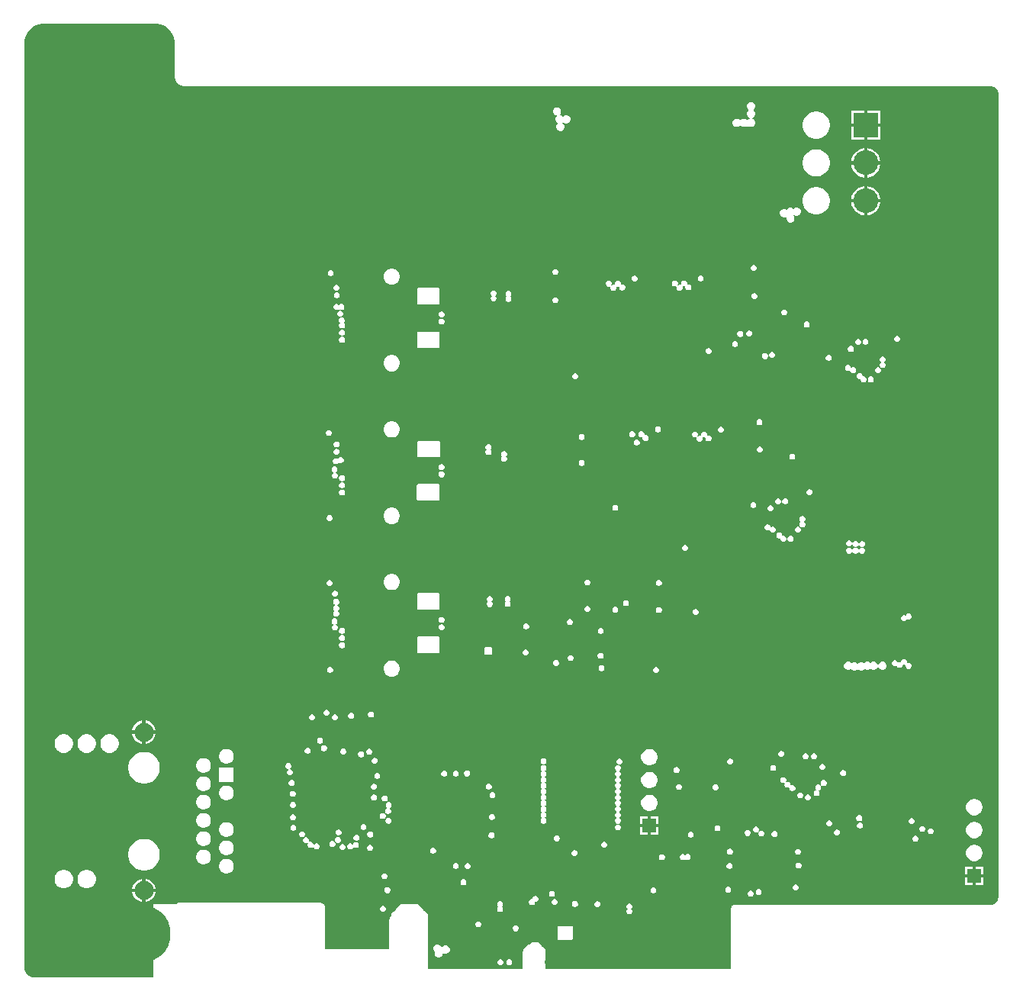
<source format=gbr>
G04*
G04 #@! TF.GenerationSoftware,Altium Limited,Altium Designer,24.9.1 (31)*
G04*
G04 Layer_Physical_Order=2*
G04 Layer_Color=36540*
%FSLAX25Y25*%
%MOIN*%
G70*
G04*
G04 #@! TF.SameCoordinates,8C3FED30-37FA-4A54-8C90-A1F039295453*
G04*
G04*
G04 #@! TF.FilePolarity,Positive*
G04*
G01*
G75*
%ADD14C,0.01000*%
%ADD141R,0.10827X0.10827*%
%ADD142C,0.10827*%
%ADD156R,0.06102X0.06102*%
%ADD159R,0.07874X0.07874*%
%ADD162C,0.08268*%
%ADD164C,0.25000*%
%ADD165C,0.01600*%
G36*
X30458Y20669D02*
X30471Y20671D01*
X30483Y20669D01*
X31293Y20685D01*
X32894Y20367D01*
X34413Y19738D01*
X35781Y18824D01*
X36944Y17661D01*
X37857Y16294D01*
X38487Y14774D01*
X38807Y13161D01*
Y12341D01*
X38788Y-1632D01*
X38772Y-1931D01*
X38785Y-2021D01*
X38776Y-2111D01*
X38837Y-2772D01*
X38871Y-2887D01*
X38883Y-3007D01*
X39072Y-3643D01*
X39128Y-3749D01*
X39162Y-3865D01*
X39472Y-4451D01*
X39548Y-4545D01*
X39604Y-4651D01*
X40022Y-5166D01*
X40115Y-5243D01*
X40191Y-5337D01*
X40701Y-5760D01*
X40807Y-5818D01*
X40900Y-5894D01*
X41483Y-6210D01*
X41598Y-6246D01*
X41704Y-6303D01*
X42338Y-6499D01*
X42428Y-6508D01*
X42513Y-6539D01*
X42841Y-6590D01*
X42935Y-6586D01*
X43027Y-6604D01*
X395332Y-6604D01*
X395343Y-6602D01*
X395354Y-6604D01*
X395685Y-6598D01*
X396337Y-6715D01*
X396953Y-6957D01*
X397510Y-7315D01*
X397987Y-7774D01*
X398365Y-8318D01*
X398629Y-8925D01*
X398771Y-9572D01*
X398777Y-9891D01*
X398777Y-360509D01*
X398777Y-360881D01*
X398631Y-361611D01*
X398347Y-362298D01*
X397933Y-362917D01*
X397407Y-363443D01*
X396789Y-363856D01*
X396102Y-364141D01*
X395302Y-364300D01*
X395070D01*
X395000Y-364286D01*
X283161D01*
X283091Y-364300D01*
X282941D01*
Y-364330D01*
X282693Y-364379D01*
X282296Y-364644D01*
X282031Y-365041D01*
X281938Y-365510D01*
Y-392175D01*
X200941D01*
Y-383800D01*
X197741Y-380600D01*
X194941D01*
X194241Y-381300D01*
X193787Y-381421D01*
X193643Y-381492D01*
X193492Y-381544D01*
X192692Y-382006D01*
X192571Y-382111D01*
X192438Y-382200D01*
X191785Y-382854D01*
X191696Y-382987D01*
X191590Y-383107D01*
X191128Y-383907D01*
X191077Y-384059D01*
X191006Y-384202D01*
X190767Y-385095D01*
X190759Y-385215D01*
X190728Y-385332D01*
X190697Y-385794D01*
X190703Y-385834D01*
X190695Y-385874D01*
Y-392175D01*
X149641D01*
Y-368300D01*
X145041Y-363700D01*
X137841D01*
X135569Y-365972D01*
X135518Y-366006D01*
X135433Y-366091D01*
X135333Y-366158D01*
X134405Y-367085D01*
X134338Y-367186D01*
X134253Y-367271D01*
X134219Y-367322D01*
X133341Y-368200D01*
Y-368743D01*
X132910Y-369784D01*
X132886Y-369902D01*
X132840Y-370014D01*
X132584Y-371300D01*
Y-371391D01*
X132562Y-371479D01*
X132530Y-372134D01*
X132534Y-372165D01*
X132528Y-372194D01*
Y-383366D01*
X104683D01*
X104471Y-383154D01*
X104480Y-365010D01*
X104468Y-364950D01*
X104474Y-364889D01*
X104464Y-364792D01*
X104412Y-364620D01*
X104377Y-364444D01*
X104302Y-364264D01*
X104302Y-364263D01*
X104179Y-364080D01*
X104037Y-363866D01*
X104037Y-363866D01*
X103899Y-363729D01*
X103899Y-363729D01*
X103899Y-363728D01*
X103502Y-363463D01*
X103502Y-363463D01*
X103502Y-363463D01*
X103322Y-363389D01*
X103145Y-363354D01*
X102973Y-363301D01*
X102876Y-363292D01*
X102815Y-363298D01*
X102756Y-363286D01*
X40512Y-363286D01*
X40452Y-363298D01*
X40392Y-363292D01*
X40294Y-363301D01*
X40122Y-363354D01*
X39946Y-363389D01*
X39766Y-363463D01*
X39766Y-363463D01*
X39369Y-363729D01*
X39231Y-363866D01*
X39231Y-363866D01*
X39142Y-364000D01*
X29641D01*
Y-395766D01*
X-22988D01*
X-23354Y-395733D01*
X-24166Y-395493D01*
X-24916Y-395099D01*
X-25575Y-394567D01*
X-26117Y-393917D01*
X-26522Y-393173D01*
X-26774Y-392364D01*
X-26863Y-391522D01*
X-26825Y-391100D01*
X-26831Y-391045D01*
X-26820Y-390990D01*
X-26820Y12339D01*
X-26822Y12351D01*
X-26820Y12364D01*
X-26837Y13173D01*
X-26518Y14774D01*
X-25889Y16294D01*
X-24975Y17661D01*
X-23812Y18824D01*
X-22445Y19738D01*
X-20925Y20367D01*
X-19312Y20688D01*
X-18490D01*
X30458Y20669D01*
D02*
G37*
%LPC*%
G36*
X291016Y-13512D02*
X290300D01*
X289638Y-13787D01*
X289132Y-14293D01*
X288858Y-14954D01*
Y-15671D01*
X289132Y-16332D01*
X289603Y-16804D01*
X289622Y-16976D01*
X289603Y-17149D01*
X289132Y-17620D01*
X288858Y-18282D01*
Y-18998D01*
X289132Y-19659D01*
X289638Y-20166D01*
X290300Y-20440D01*
Y-20721D01*
X289638Y-20995D01*
X289301Y-21332D01*
X289105Y-21481D01*
X288909Y-21332D01*
X288572Y-20995D01*
X287911Y-20721D01*
X287195D01*
X286533Y-20995D01*
X286149Y-21379D01*
X285953Y-21468D01*
X285757Y-21379D01*
X285374Y-20995D01*
X284712Y-20721D01*
X283996D01*
X283334Y-20995D01*
X282828Y-21501D01*
X282554Y-22163D01*
Y-22879D01*
X282828Y-23541D01*
X283334Y-24047D01*
X283996Y-24321D01*
X284712D01*
X285374Y-24047D01*
X285757Y-23663D01*
X285953Y-23574D01*
X286149Y-23663D01*
X286533Y-24047D01*
X287195Y-24321D01*
X287911D01*
X288572Y-24047D01*
X288909Y-23710D01*
X289105Y-23561D01*
X289301Y-23710D01*
X289638Y-24047D01*
X290300Y-24321D01*
X291016D01*
X291677Y-24047D01*
X292183Y-23541D01*
X292458Y-22879D01*
Y-22163D01*
X292183Y-21501D01*
X291677Y-20995D01*
X291016Y-20721D01*
Y-20440D01*
X291677Y-20166D01*
X292183Y-19659D01*
X292458Y-18998D01*
Y-18282D01*
X292183Y-17620D01*
X291712Y-17149D01*
X291693Y-16976D01*
X291712Y-16804D01*
X292183Y-16332D01*
X292458Y-15671D01*
Y-14954D01*
X292183Y-14293D01*
X291677Y-13787D01*
X291016Y-13512D01*
D02*
G37*
G36*
X347167Y-17063D02*
X341504D01*
Y-22726D01*
X347167D01*
Y-17063D01*
D02*
G37*
G36*
X340003D02*
X334340D01*
Y-22726D01*
X340003D01*
Y-17063D01*
D02*
G37*
G36*
X206217Y-15707D02*
X205500D01*
X204839Y-15981D01*
X204332Y-16488D01*
X204059Y-17149D01*
Y-17865D01*
X204332Y-18527D01*
X204839Y-19033D01*
X205500Y-19307D01*
X205706D01*
X205830Y-19607D01*
X205487Y-19950D01*
X205213Y-20612D01*
Y-21328D01*
X205487Y-21990D01*
X205993Y-22496D01*
X206118Y-22547D01*
X206188Y-22901D01*
X205862Y-23227D01*
X205588Y-23889D01*
Y-24605D01*
X205862Y-25267D01*
X206368Y-25773D01*
X207030Y-26047D01*
X207746D01*
X208408Y-25773D01*
X208914Y-25267D01*
X209188Y-24605D01*
Y-23889D01*
X208914Y-23227D01*
X208408Y-22721D01*
X208283Y-22669D01*
X208213Y-22316D01*
X208452Y-22076D01*
X208871Y-22496D01*
X209533Y-22770D01*
X210249D01*
X210911Y-22496D01*
X211417Y-21990D01*
X211691Y-21328D01*
Y-20612D01*
X211417Y-19950D01*
X210911Y-19444D01*
X210249Y-19170D01*
X209533D01*
X208871Y-19444D01*
X208452Y-19863D01*
X208032Y-19444D01*
X207371Y-19170D01*
X207166D01*
X207041Y-18870D01*
X207384Y-18527D01*
X207659Y-17865D01*
Y-17149D01*
X207384Y-16488D01*
X206878Y-15981D01*
X206217Y-15707D01*
D02*
G37*
G36*
X319682Y-17562D02*
X318518D01*
X317375Y-17790D01*
X316299Y-18236D01*
X315330Y-18883D01*
X314507Y-19706D01*
X313860Y-20675D01*
X313414Y-21751D01*
X313187Y-22893D01*
Y-24058D01*
X313414Y-25201D01*
X313860Y-26277D01*
X314507Y-27245D01*
X315330Y-28069D01*
X316299Y-28716D01*
X317375Y-29162D01*
X318518Y-29389D01*
X319682D01*
X320825Y-29162D01*
X321901Y-28716D01*
X322869Y-28069D01*
X323693Y-27245D01*
X324340Y-26277D01*
X324786Y-25201D01*
X325013Y-24058D01*
Y-22893D01*
X324786Y-21751D01*
X324340Y-20675D01*
X323693Y-19706D01*
X322869Y-18883D01*
X321901Y-18236D01*
X320825Y-17790D01*
X319682Y-17562D01*
D02*
G37*
G36*
X347167Y-24226D02*
X341504D01*
Y-29889D01*
X347167D01*
Y-24226D01*
D02*
G37*
G36*
X340003D02*
X334340D01*
Y-29889D01*
X340003D01*
Y-24226D01*
D02*
G37*
G36*
X341504Y-33621D02*
Y-39261D01*
X347143D01*
X346920Y-38141D01*
X346437Y-36973D01*
X345735Y-35923D01*
X344842Y-35030D01*
X343791Y-34328D01*
X342624Y-33844D01*
X341504Y-33621D01*
D02*
G37*
G36*
X340003D02*
X338883Y-33844D01*
X337716Y-34328D01*
X336665Y-35030D01*
X335772Y-35923D01*
X335070Y-36973D01*
X334587Y-38141D01*
X334364Y-39261D01*
X340003D01*
Y-33621D01*
D02*
G37*
G36*
X319682Y-34098D02*
X318518D01*
X317375Y-34325D01*
X316299Y-34771D01*
X315330Y-35418D01*
X314507Y-36242D01*
X313860Y-37210D01*
X313414Y-38286D01*
X313187Y-39429D01*
Y-40594D01*
X313414Y-41736D01*
X313860Y-42812D01*
X314507Y-43781D01*
X315330Y-44605D01*
X316299Y-45252D01*
X317375Y-45697D01*
X318518Y-45925D01*
X319682D01*
X320825Y-45697D01*
X321901Y-45252D01*
X322869Y-44605D01*
X323693Y-43781D01*
X324340Y-42812D01*
X324786Y-41736D01*
X325013Y-40594D01*
Y-39429D01*
X324786Y-38286D01*
X324340Y-37210D01*
X323693Y-36242D01*
X322869Y-35418D01*
X321901Y-34771D01*
X320825Y-34325D01*
X319682Y-34098D01*
D02*
G37*
G36*
X347143Y-40761D02*
X341504D01*
Y-46401D01*
X342624Y-46178D01*
X343791Y-45695D01*
X344842Y-44993D01*
X345735Y-44100D01*
X346437Y-43049D01*
X346920Y-41882D01*
X347143Y-40761D01*
D02*
G37*
G36*
X340003D02*
X334364D01*
X334587Y-41882D01*
X335070Y-43049D01*
X335772Y-44100D01*
X336665Y-44993D01*
X337716Y-45695D01*
X338883Y-46178D01*
X340003Y-46401D01*
Y-40761D01*
D02*
G37*
G36*
X341504Y-50157D02*
Y-55797D01*
X347143D01*
X346920Y-54676D01*
X346437Y-53509D01*
X345735Y-52458D01*
X344842Y-51565D01*
X343791Y-50863D01*
X342624Y-50380D01*
X341504Y-50157D01*
D02*
G37*
G36*
X340003D02*
X338883Y-50380D01*
X337716Y-50863D01*
X336665Y-51565D01*
X335772Y-52458D01*
X335070Y-53509D01*
X334587Y-54676D01*
X334364Y-55797D01*
X340003D01*
Y-50157D01*
D02*
G37*
G36*
X310887Y-59503D02*
X310170D01*
X309509Y-59777D01*
X309171Y-60115D01*
X308875Y-59819D01*
X308213Y-59545D01*
X307497D01*
X306836Y-59819D01*
X306329Y-60325D01*
X305994Y-60352D01*
X305393Y-60103D01*
X304677D01*
X304015Y-60377D01*
X303509Y-60883D01*
X303235Y-61545D01*
Y-62261D01*
X303509Y-62923D01*
X304015Y-63429D01*
X304677Y-63703D01*
X305393D01*
X305901Y-63493D01*
X306130Y-63722D01*
X306055Y-63904D01*
Y-64620D01*
X306329Y-65282D01*
X306836Y-65788D01*
X307497Y-66062D01*
X308213D01*
X308875Y-65788D01*
X309381Y-65282D01*
X309655Y-64620D01*
Y-63904D01*
X309381Y-63242D01*
X308942Y-62803D01*
X309213Y-62533D01*
X309509Y-62829D01*
X310170Y-63103D01*
X310887D01*
X311548Y-62829D01*
X312054Y-62323D01*
X312328Y-61661D01*
Y-60945D01*
X312054Y-60283D01*
X311548Y-59777D01*
X310887Y-59503D01*
D02*
G37*
G36*
X319682Y-50633D02*
X318518D01*
X317375Y-50861D01*
X316299Y-51306D01*
X315330Y-51954D01*
X314507Y-52777D01*
X313860Y-53746D01*
X313414Y-54822D01*
X313187Y-55964D01*
Y-57129D01*
X313414Y-58272D01*
X313860Y-59348D01*
X314507Y-60316D01*
X315330Y-61140D01*
X316299Y-61787D01*
X317375Y-62233D01*
X318518Y-62460D01*
X319682D01*
X320825Y-62233D01*
X321901Y-61787D01*
X322869Y-61140D01*
X323693Y-60316D01*
X324340Y-59348D01*
X324786Y-58272D01*
X325013Y-57129D01*
Y-55964D01*
X324786Y-54822D01*
X324340Y-53746D01*
X323693Y-52777D01*
X322869Y-51954D01*
X321901Y-51306D01*
X320825Y-50861D01*
X319682Y-50633D01*
D02*
G37*
G36*
X347143Y-57297D02*
X341504D01*
Y-62937D01*
X342624Y-62714D01*
X343791Y-62230D01*
X344842Y-61528D01*
X345735Y-60635D01*
X346437Y-59585D01*
X346920Y-58417D01*
X347143Y-57297D01*
D02*
G37*
G36*
X340003D02*
X334364D01*
X334587Y-58417D01*
X335070Y-59585D01*
X335772Y-60635D01*
X336665Y-61528D01*
X337716Y-62230D01*
X338883Y-62714D01*
X340003Y-62937D01*
Y-57297D01*
D02*
G37*
G36*
X292126Y-84515D02*
X291609D01*
X291131Y-84713D01*
X290766Y-85079D01*
X290568Y-85557D01*
Y-86074D01*
X290766Y-86552D01*
X291131Y-86918D01*
X291609Y-87115D01*
X292126D01*
X292604Y-86918D01*
X292970Y-86552D01*
X293168Y-86074D01*
Y-85557D01*
X292970Y-85079D01*
X292604Y-84713D01*
X292126Y-84515D01*
D02*
G37*
G36*
X205432Y-86375D02*
X204915D01*
X204437Y-86573D01*
X204072Y-86939D01*
X203874Y-87416D01*
Y-87934D01*
X204072Y-88411D01*
X204437Y-88777D01*
X204915Y-88975D01*
X205432D01*
X205910Y-88777D01*
X206276Y-88411D01*
X206474Y-87934D01*
Y-87416D01*
X206276Y-86939D01*
X205910Y-86573D01*
X205432Y-86375D01*
D02*
G37*
G36*
X107271Y-86839D02*
X106754D01*
X106276Y-87037D01*
X105910Y-87402D01*
X105712Y-87880D01*
Y-88397D01*
X105910Y-88875D01*
X106276Y-89241D01*
X106754Y-89439D01*
X107271D01*
X107748Y-89241D01*
X108114Y-88875D01*
X108312Y-88397D01*
Y-87880D01*
X108114Y-87402D01*
X107748Y-87037D01*
X107271Y-86839D01*
D02*
G37*
G36*
X268946Y-89214D02*
X268428D01*
X267951Y-89412D01*
X267585Y-89778D01*
X267387Y-90256D01*
Y-90773D01*
X267585Y-91251D01*
X267951Y-91617D01*
X268428Y-91815D01*
X268946D01*
X269424Y-91617D01*
X269789Y-91251D01*
X269987Y-90773D01*
Y-90256D01*
X269789Y-89778D01*
X269424Y-89412D01*
X268946Y-89214D01*
D02*
G37*
G36*
X240018Y-89254D02*
X239501D01*
X239023Y-89452D01*
X238657Y-89818D01*
X238459Y-90295D01*
Y-90813D01*
X238657Y-91290D01*
X239023Y-91656D01*
X239501Y-91854D01*
X240018D01*
X240496Y-91656D01*
X240862Y-91290D01*
X241059Y-90813D01*
Y-90295D01*
X240862Y-89818D01*
X240496Y-89452D01*
X240018Y-89254D01*
D02*
G37*
G36*
X134136Y-86118D02*
X133201D01*
X132298Y-86360D01*
X131488Y-86827D01*
X130827Y-87489D01*
X130359Y-88298D01*
X130117Y-89202D01*
Y-90137D01*
X130359Y-91040D01*
X130827Y-91850D01*
X131488Y-92511D01*
X132298Y-92978D01*
X133201Y-93220D01*
X134136D01*
X135039Y-92978D01*
X135849Y-92511D01*
X136510Y-91850D01*
X136978Y-91040D01*
X137220Y-90137D01*
Y-89202D01*
X136978Y-88298D01*
X136510Y-87489D01*
X135849Y-86827D01*
X135039Y-86360D01*
X134136Y-86118D01*
D02*
G37*
G36*
X261631Y-91381D02*
X261114D01*
X260636Y-91579D01*
X260270Y-91945D01*
X260072Y-92423D01*
Y-92940D01*
X260177Y-93192D01*
X259947Y-93422D01*
X259663Y-93304D01*
X259145D01*
X258791Y-93451D01*
X258562Y-93221D01*
X258678Y-92940D01*
Y-92423D01*
X258480Y-91945D01*
X258115Y-91579D01*
X257637Y-91381D01*
X257119D01*
X256642Y-91579D01*
X256276Y-91945D01*
X256078Y-92423D01*
Y-92940D01*
X256276Y-93418D01*
X256642Y-93783D01*
X257119Y-93981D01*
X257637D01*
X257991Y-93835D01*
X258220Y-94064D01*
X258104Y-94345D01*
Y-94863D01*
X258302Y-95340D01*
X258667Y-95706D01*
X259145Y-95904D01*
X259663D01*
X260140Y-95706D01*
X260506Y-95340D01*
X260704Y-94863D01*
Y-94345D01*
X260599Y-94093D01*
X260829Y-93863D01*
X261114Y-93981D01*
X261631D01*
X261736Y-93938D01*
X261855Y-94017D01*
X261990Y-94157D01*
Y-94625D01*
X262188Y-95103D01*
X262554Y-95469D01*
X263032Y-95666D01*
X263549D01*
X264027Y-95469D01*
X264392Y-95103D01*
X264590Y-94625D01*
Y-94108D01*
X264392Y-93630D01*
X264027Y-93264D01*
X263549Y-93067D01*
X263032D01*
X262927Y-93110D01*
X262808Y-93031D01*
X262672Y-92891D01*
Y-92423D01*
X262474Y-91945D01*
X262109Y-91579D01*
X261631Y-91381D01*
D02*
G37*
G36*
X232703Y-91421D02*
X232186D01*
X231709Y-91619D01*
X231343Y-91985D01*
X231145Y-92462D01*
Y-92980D01*
X231249Y-93232D01*
X231020Y-93462D01*
X230735Y-93344D01*
X230218D01*
X229864Y-93490D01*
X229634Y-93261D01*
X229751Y-92980D01*
Y-92462D01*
X229553Y-91985D01*
X229187Y-91619D01*
X228709Y-91421D01*
X228192D01*
X227714Y-91619D01*
X227348Y-91985D01*
X227151Y-92462D01*
Y-92980D01*
X227348Y-93457D01*
X227714Y-93823D01*
X228192Y-94021D01*
X228709D01*
X229063Y-93874D01*
X229293Y-94104D01*
X229176Y-94385D01*
Y-94902D01*
X229374Y-95380D01*
X229740Y-95746D01*
X230218Y-95944D01*
X230735D01*
X231213Y-95746D01*
X231578Y-95380D01*
X231776Y-94902D01*
Y-94385D01*
X231672Y-94133D01*
X231902Y-93903D01*
X232186Y-94021D01*
X232703D01*
X232809Y-93977D01*
X232927Y-94057D01*
X233063Y-94197D01*
Y-94665D01*
X233261Y-95143D01*
X233627Y-95508D01*
X234104Y-95706D01*
X234622D01*
X235099Y-95508D01*
X235465Y-95143D01*
X235663Y-94665D01*
Y-94147D01*
X235465Y-93670D01*
X235099Y-93304D01*
X234622Y-93106D01*
X234104D01*
X233999Y-93150D01*
X233880Y-93070D01*
X233745Y-92930D01*
Y-92462D01*
X233547Y-91985D01*
X233181Y-91619D01*
X232703Y-91421D01*
D02*
G37*
G36*
X109688Y-93290D02*
X109171D01*
X108694Y-93488D01*
X108328Y-93854D01*
X108130Y-94332D01*
Y-94849D01*
X108328Y-95327D01*
X108694Y-95692D01*
X109171Y-95890D01*
X109688D01*
X110166Y-95692D01*
X110532Y-95327D01*
X110730Y-94849D01*
Y-94332D01*
X110532Y-93854D01*
X110166Y-93488D01*
X109688Y-93290D01*
D02*
G37*
G36*
X109893Y-96562D02*
X109376D01*
X108898Y-96760D01*
X108532Y-97126D01*
X108334Y-97604D01*
Y-98121D01*
X108532Y-98599D01*
X108898Y-98964D01*
X109376Y-99162D01*
X109893D01*
X110371Y-98964D01*
X110737Y-98599D01*
X110934Y-98121D01*
Y-97604D01*
X110737Y-97126D01*
X110371Y-96760D01*
X109893Y-96562D01*
D02*
G37*
G36*
X292354Y-96846D02*
X291837D01*
X291359Y-97044D01*
X290993Y-97410D01*
X290795Y-97888D01*
Y-98405D01*
X290993Y-98883D01*
X291359Y-99248D01*
X291837Y-99446D01*
X292354D01*
X292832Y-99248D01*
X293198Y-98883D01*
X293395Y-98405D01*
Y-97888D01*
X293198Y-97410D01*
X292832Y-97044D01*
X292354Y-96846D01*
D02*
G37*
G36*
X178434Y-95685D02*
X177917D01*
X177439Y-95883D01*
X177074Y-96249D01*
X176876Y-96727D01*
Y-97244D01*
X177074Y-97722D01*
X177387Y-98035D01*
X177074Y-98349D01*
X176876Y-98827D01*
Y-99344D01*
X177074Y-99822D01*
X177439Y-100187D01*
X177917Y-100385D01*
X178434D01*
X178912Y-100187D01*
X179278Y-99822D01*
X179476Y-99344D01*
Y-98827D01*
X179278Y-98349D01*
X178964Y-98035D01*
X179278Y-97722D01*
X179476Y-97244D01*
Y-96727D01*
X179278Y-96249D01*
X178912Y-95883D01*
X178434Y-95685D01*
D02*
G37*
G36*
X184906Y-95981D02*
X184388D01*
X183911Y-96179D01*
X183545Y-96544D01*
X183347Y-97022D01*
Y-97539D01*
X183545Y-98017D01*
X183858Y-98331D01*
X183545Y-98644D01*
X183347Y-99122D01*
Y-99639D01*
X183545Y-100117D01*
X183911Y-100483D01*
X184388Y-100681D01*
X184906D01*
X185383Y-100483D01*
X185749Y-100117D01*
X185947Y-99639D01*
Y-99122D01*
X185749Y-98644D01*
X185435Y-98331D01*
X185749Y-98017D01*
X185947Y-97539D01*
Y-97022D01*
X185749Y-96544D01*
X185383Y-96179D01*
X184906Y-95981D01*
D02*
G37*
G36*
X205378Y-98690D02*
X204861D01*
X204383Y-98888D01*
X204018Y-99254D01*
X203820Y-99731D01*
Y-100249D01*
X204018Y-100726D01*
X204383Y-101092D01*
X204861Y-101290D01*
X205378D01*
X205856Y-101092D01*
X206222Y-100726D01*
X206420Y-100249D01*
Y-99731D01*
X206222Y-99254D01*
X205856Y-98888D01*
X205378Y-98690D01*
D02*
G37*
G36*
X154091Y-94669D02*
X145279D01*
X144896Y-94827D01*
X144738Y-95210D01*
Y-101321D01*
X144896Y-101704D01*
X145279Y-101862D01*
X154091D01*
X154473Y-101704D01*
X154632Y-101321D01*
Y-95210D01*
X154473Y-94827D01*
X154091Y-94669D01*
D02*
G37*
G36*
X109688Y-101572D02*
X109171D01*
X108694Y-101770D01*
X108328Y-102135D01*
X108130Y-102613D01*
Y-103130D01*
X108328Y-103608D01*
X108694Y-103974D01*
X109171Y-104172D01*
X109688D01*
X110166Y-103974D01*
X110451Y-103689D01*
X110506Y-103700D01*
X110872Y-104066D01*
X111350Y-104264D01*
X111867D01*
X112345Y-104066D01*
X112710Y-103700D01*
X112908Y-103222D01*
Y-102705D01*
X112710Y-102227D01*
X112345Y-101862D01*
X111867Y-101664D01*
X111350D01*
X110872Y-101862D01*
X110587Y-102146D01*
X110532Y-102135D01*
X110166Y-101770D01*
X109688Y-101572D01*
D02*
G37*
G36*
X305465Y-104035D02*
X304948D01*
X304470Y-104233D01*
X304105Y-104599D01*
X303907Y-105077D01*
Y-105594D01*
X304105Y-106072D01*
X304470Y-106438D01*
X304948Y-106635D01*
X305465D01*
X305943Y-106438D01*
X306309Y-106072D01*
X306507Y-105594D01*
Y-105077D01*
X306309Y-104599D01*
X305943Y-104233D01*
X305465Y-104035D01*
D02*
G37*
G36*
X111365Y-104573D02*
X110848D01*
X110370Y-104771D01*
X110004Y-105137D01*
X109806Y-105614D01*
Y-106131D01*
X110004Y-106609D01*
X110370Y-106975D01*
X110848Y-107173D01*
X111365D01*
X111843Y-106975D01*
X112208Y-106609D01*
X112406Y-106131D01*
Y-105614D01*
X112208Y-105137D01*
X111843Y-104771D01*
X111365Y-104573D01*
D02*
G37*
G36*
X155683Y-104914D02*
X155166D01*
X154688Y-105112D01*
X154322Y-105477D01*
X154124Y-105955D01*
Y-106472D01*
X154322Y-106950D01*
X154688Y-107316D01*
X155166Y-107514D01*
X155683D01*
X156161Y-107316D01*
X156526Y-106950D01*
X156724Y-106472D01*
Y-105955D01*
X156526Y-105477D01*
X156161Y-105112D01*
X155683Y-104914D01*
D02*
G37*
G36*
Y-108063D02*
X155166D01*
X154688Y-108261D01*
X154322Y-108627D01*
X154124Y-109105D01*
Y-109622D01*
X154322Y-110100D01*
X154688Y-110465D01*
X155166Y-110663D01*
X155683D01*
X156161Y-110465D01*
X156526Y-110100D01*
X156724Y-109622D01*
Y-109105D01*
X156526Y-108627D01*
X156161Y-108261D01*
X155683Y-108063D01*
D02*
G37*
G36*
X315267Y-109330D02*
X314750D01*
X314272Y-109528D01*
X313906Y-109894D01*
X313708Y-110371D01*
Y-110889D01*
X313906Y-111366D01*
X314272Y-111732D01*
X314750Y-111930D01*
X315267D01*
X315745Y-111732D01*
X316110Y-111366D01*
X316308Y-110889D01*
Y-110371D01*
X316110Y-109894D01*
X315745Y-109528D01*
X315267Y-109330D01*
D02*
G37*
G36*
X112020Y-107464D02*
X111503D01*
X111025Y-107662D01*
X110659Y-108027D01*
X110461Y-108505D01*
Y-109022D01*
X110659Y-109500D01*
X111025Y-109866D01*
X111063Y-110056D01*
X110851Y-110268D01*
X110652Y-110746D01*
Y-111263D01*
X110851Y-111741D01*
X111216Y-112107D01*
X111694Y-112305D01*
X112211D01*
X112689Y-112107D01*
X113055Y-111741D01*
X113252Y-111263D01*
Y-110746D01*
X113055Y-110268D01*
X112689Y-109903D01*
X112651Y-109712D01*
X112863Y-109500D01*
X113061Y-109022D01*
Y-108505D01*
X112863Y-108027D01*
X112498Y-107662D01*
X112020Y-107464D01*
D02*
G37*
G36*
X112211Y-112855D02*
X111694D01*
X111216Y-113052D01*
X110851Y-113418D01*
X110652Y-113896D01*
Y-114413D01*
X110851Y-114891D01*
X111216Y-115257D01*
X111694Y-115454D01*
X112211D01*
X112689Y-115257D01*
X113055Y-114891D01*
X113252Y-114413D01*
Y-113896D01*
X113055Y-113418D01*
X112689Y-113052D01*
X112211Y-112855D01*
D02*
G37*
G36*
X290163Y-113262D02*
X289646D01*
X289168Y-113460D01*
X288803Y-113825D01*
X288605Y-114303D01*
Y-114820D01*
X288803Y-115298D01*
X289168Y-115664D01*
X289646Y-115862D01*
X290163D01*
X290641Y-115664D01*
X291007Y-115298D01*
X291205Y-114820D01*
Y-114303D01*
X291007Y-113825D01*
X290641Y-113460D01*
X290163Y-113262D01*
D02*
G37*
G36*
X286215Y-113414D02*
X285698D01*
X285220Y-113612D01*
X284854Y-113978D01*
X284656Y-114456D01*
Y-114973D01*
X284854Y-115451D01*
X285220Y-115816D01*
X285698Y-116014D01*
X286215D01*
X286693Y-115816D01*
X287058Y-115451D01*
X287256Y-114973D01*
Y-114456D01*
X287058Y-113978D01*
X286693Y-113612D01*
X286215Y-113414D01*
D02*
G37*
G36*
X354724Y-115549D02*
X354207D01*
X353729Y-115747D01*
X353363Y-116113D01*
X353165Y-116591D01*
Y-117108D01*
X353363Y-117586D01*
X353729Y-117952D01*
X354207Y-118149D01*
X354724D01*
X355202Y-117952D01*
X355567Y-117586D01*
X355765Y-117108D01*
Y-116591D01*
X355567Y-116113D01*
X355202Y-115747D01*
X354724Y-115549D01*
D02*
G37*
G36*
X112211Y-116004D02*
X111694D01*
X111216Y-116202D01*
X110851Y-116568D01*
X110652Y-117045D01*
Y-117563D01*
X110851Y-118041D01*
X111216Y-118406D01*
X111694Y-118604D01*
X112211D01*
X112689Y-118406D01*
X113055Y-118041D01*
X113252Y-117563D01*
Y-117045D01*
X113055Y-116568D01*
X112689Y-116202D01*
X112211Y-116004D01*
D02*
G37*
G36*
X340914Y-116922D02*
X340397D01*
X339919Y-117120D01*
X339553Y-117485D01*
X339355Y-117963D01*
Y-118480D01*
X339553Y-118958D01*
X339919Y-119324D01*
X340397Y-119522D01*
X340914D01*
X341392Y-119324D01*
X341758Y-118958D01*
X341955Y-118480D01*
Y-117963D01*
X341758Y-117485D01*
X341392Y-117120D01*
X340914Y-116922D01*
D02*
G37*
G36*
X337791Y-116927D02*
X337274D01*
X336796Y-117125D01*
X336430Y-117491D01*
X336232Y-117968D01*
Y-118486D01*
X336430Y-118963D01*
X336796Y-119329D01*
X337274Y-119527D01*
X337791D01*
X338268Y-119329D01*
X338634Y-118963D01*
X338832Y-118486D01*
Y-117968D01*
X338634Y-117491D01*
X338268Y-117125D01*
X337791Y-116927D01*
D02*
G37*
G36*
X283920Y-117933D02*
X283403D01*
X282925Y-118131D01*
X282559Y-118496D01*
X282361Y-118974D01*
Y-119491D01*
X282559Y-119969D01*
X282925Y-120335D01*
X283403Y-120533D01*
X283920D01*
X284398Y-120335D01*
X284764Y-119969D01*
X284961Y-119491D01*
Y-118974D01*
X284764Y-118496D01*
X284398Y-118131D01*
X283920Y-117933D01*
D02*
G37*
G36*
X154052Y-113713D02*
X145240D01*
X144858Y-113872D01*
X144699Y-114254D01*
Y-120365D01*
X144858Y-120748D01*
X145240Y-120907D01*
X154052D01*
X154434Y-120748D01*
X154593Y-120365D01*
Y-114254D01*
X154434Y-113872D01*
X154052Y-113713D01*
D02*
G37*
G36*
X334541Y-119999D02*
X334023D01*
X333546Y-120197D01*
X333180Y-120562D01*
X332982Y-121040D01*
Y-121557D01*
X333180Y-122035D01*
X333546Y-122401D01*
X334023Y-122599D01*
X334541D01*
X335018Y-122401D01*
X335384Y-122035D01*
X335582Y-121557D01*
Y-121040D01*
X335384Y-120562D01*
X335018Y-120197D01*
X334541Y-119999D01*
D02*
G37*
G36*
X272327Y-120902D02*
X271810D01*
X271332Y-121100D01*
X270967Y-121466D01*
X270769Y-121943D01*
Y-122460D01*
X270967Y-122938D01*
X271332Y-123304D01*
X271810Y-123502D01*
X272327D01*
X272805Y-123304D01*
X273171Y-122938D01*
X273369Y-122460D01*
Y-121943D01*
X273171Y-121466D01*
X272805Y-121100D01*
X272327Y-120902D01*
D02*
G37*
G36*
X300116Y-122508D02*
X299599D01*
X299121Y-122705D01*
X298756Y-123071D01*
X298558Y-123549D01*
Y-124066D01*
X298756Y-124544D01*
X299121Y-124910D01*
X299599Y-125108D01*
X300116D01*
X300594Y-124910D01*
X300960Y-124544D01*
X301158Y-124066D01*
Y-123549D01*
X300960Y-123071D01*
X300594Y-122705D01*
X300116Y-122508D01*
D02*
G37*
G36*
X297008Y-123085D02*
X296491D01*
X296013Y-123283D01*
X295648Y-123649D01*
X295450Y-124127D01*
Y-124644D01*
X295648Y-125122D01*
X296013Y-125487D01*
X296491Y-125685D01*
X297008D01*
X297486Y-125487D01*
X297852Y-125122D01*
X298050Y-124644D01*
Y-124127D01*
X297852Y-123649D01*
X297486Y-123283D01*
X297008Y-123085D01*
D02*
G37*
G36*
X324880Y-123934D02*
X324363D01*
X323885Y-124132D01*
X323519Y-124498D01*
X323321Y-124975D01*
Y-125493D01*
X323519Y-125970D01*
X323885Y-126336D01*
X324363Y-126534D01*
X324880D01*
X325358Y-126336D01*
X325723Y-125970D01*
X325921Y-125493D01*
Y-124975D01*
X325723Y-124498D01*
X325358Y-124132D01*
X324880Y-123934D01*
D02*
G37*
G36*
X348399Y-124562D02*
X347882D01*
X347404Y-124760D01*
X347039Y-125126D01*
X346841Y-125603D01*
Y-126121D01*
X347039Y-126599D01*
X347361Y-126921D01*
X347380Y-127116D01*
X347356Y-127269D01*
X347026Y-127599D01*
X346828Y-128077D01*
Y-128594D01*
X347026Y-129071D01*
X347392Y-129437D01*
X347869Y-129635D01*
X348387D01*
X348864Y-129437D01*
X349230Y-129071D01*
X349428Y-128594D01*
Y-128077D01*
X349230Y-127599D01*
X348907Y-127276D01*
X348888Y-127081D01*
X348913Y-126928D01*
X349243Y-126599D01*
X349441Y-126121D01*
Y-125603D01*
X349243Y-125126D01*
X348877Y-124760D01*
X348399Y-124562D01*
D02*
G37*
G36*
X134136Y-123913D02*
X133201D01*
X132298Y-124155D01*
X131488Y-124623D01*
X130827Y-125284D01*
X130359Y-126094D01*
X130117Y-126997D01*
Y-127932D01*
X130359Y-128835D01*
X130827Y-129645D01*
X131488Y-130306D01*
X132298Y-130774D01*
X133201Y-131016D01*
X134136D01*
X135039Y-130774D01*
X135849Y-130306D01*
X136510Y-129645D01*
X136978Y-128835D01*
X137220Y-127932D01*
Y-126997D01*
X136978Y-126094D01*
X136510Y-125284D01*
X135849Y-124623D01*
X135039Y-124155D01*
X134136Y-123913D01*
D02*
G37*
G36*
X346426Y-129294D02*
X345908D01*
X345430Y-129492D01*
X345065Y-129858D01*
X344867Y-130336D01*
Y-130853D01*
X345065Y-131331D01*
X345430Y-131696D01*
X345908Y-131894D01*
X346426D01*
X346903Y-131696D01*
X347269Y-131331D01*
X347467Y-130853D01*
Y-130336D01*
X347269Y-129858D01*
X346903Y-129492D01*
X346426Y-129294D01*
D02*
G37*
G36*
X333231Y-128303D02*
X332714D01*
X332236Y-128500D01*
X331871Y-128866D01*
X331673Y-129344D01*
Y-129861D01*
X331871Y-130339D01*
X332236Y-130705D01*
X332714Y-130903D01*
X333231D01*
X333659Y-130726D01*
X333959Y-130847D01*
Y-130853D01*
X334157Y-131331D01*
X334522Y-131696D01*
X335000Y-131894D01*
X335517D01*
X335995Y-131696D01*
X336361Y-131331D01*
X336559Y-130853D01*
Y-130336D01*
X336361Y-129858D01*
X335995Y-129492D01*
X335517Y-129294D01*
X335000D01*
X334573Y-129471D01*
X334273Y-129350D01*
Y-129344D01*
X334075Y-128866D01*
X333709Y-128500D01*
X333231Y-128303D01*
D02*
G37*
G36*
X214023Y-131931D02*
X213506D01*
X213028Y-132129D01*
X212663Y-132495D01*
X212465Y-132973D01*
Y-133490D01*
X212663Y-133968D01*
X213028Y-134334D01*
X213506Y-134531D01*
X214023D01*
X214501Y-134334D01*
X214867Y-133968D01*
X215065Y-133490D01*
Y-132973D01*
X214867Y-132495D01*
X214501Y-132129D01*
X214023Y-131931D01*
D02*
G37*
G36*
X343256Y-133334D02*
X342738D01*
X342261Y-133531D01*
X341895Y-133897D01*
X341697Y-134375D01*
Y-134892D01*
X341895Y-135370D01*
X342261Y-135736D01*
X342738Y-135934D01*
X343256D01*
X343733Y-135736D01*
X344099Y-135370D01*
X344297Y-134892D01*
Y-134375D01*
X344099Y-133897D01*
X343733Y-133531D01*
X343256Y-133334D01*
D02*
G37*
G36*
X338334Y-131808D02*
X337817D01*
X337339Y-132006D01*
X336974Y-132372D01*
X336776Y-132850D01*
Y-133367D01*
X336974Y-133845D01*
X337339Y-134210D01*
X337817Y-134408D01*
X338334D01*
X338547Y-134645D01*
Y-134892D01*
X338745Y-135370D01*
X339111Y-135736D01*
X339589Y-135934D01*
X340106D01*
X340584Y-135736D01*
X340949Y-135370D01*
X341147Y-134892D01*
Y-134375D01*
X340949Y-133897D01*
X340584Y-133531D01*
X340106Y-133334D01*
X339589D01*
X339376Y-133097D01*
Y-132850D01*
X339178Y-132372D01*
X338812Y-132006D01*
X338334Y-131808D01*
D02*
G37*
G36*
X294553Y-151999D02*
X294036D01*
X293559Y-152197D01*
X293193Y-152563D01*
X292995Y-153040D01*
Y-153558D01*
X293193Y-154035D01*
X293559Y-154401D01*
X294036Y-154599D01*
X294553D01*
X295031Y-154401D01*
X295397Y-154035D01*
X295595Y-153558D01*
Y-153040D01*
X295397Y-152563D01*
X295031Y-152197D01*
X294553Y-151999D01*
D02*
G37*
G36*
X250269Y-155113D02*
X249751D01*
X249274Y-155311D01*
X248908Y-155677D01*
X248710Y-156155D01*
Y-156672D01*
X248908Y-157150D01*
X249274Y-157516D01*
X249751Y-157713D01*
X250269D01*
X250746Y-157516D01*
X251112Y-157150D01*
X251310Y-156672D01*
Y-156155D01*
X251112Y-155677D01*
X250746Y-155311D01*
X250269Y-155113D01*
D02*
G37*
G36*
X277700Y-155190D02*
X277183D01*
X276705Y-155387D01*
X276340Y-155753D01*
X276142Y-156231D01*
Y-156748D01*
X276340Y-157226D01*
X276705Y-157592D01*
X277183Y-157790D01*
X277700D01*
X278178Y-157592D01*
X278544Y-157226D01*
X278742Y-156748D01*
Y-156231D01*
X278544Y-155753D01*
X278178Y-155387D01*
X277700Y-155190D01*
D02*
G37*
G36*
X106462Y-156700D02*
X105945D01*
X105467Y-156898D01*
X105101Y-157264D01*
X104903Y-157741D01*
Y-158258D01*
X105101Y-158736D01*
X105467Y-159102D01*
X105945Y-159300D01*
X106462D01*
X106940Y-159102D01*
X107305Y-158736D01*
X107503Y-158258D01*
Y-157741D01*
X107305Y-157264D01*
X106940Y-156898D01*
X106462Y-156700D01*
D02*
G37*
G36*
X270386Y-157357D02*
X269868D01*
X269391Y-157554D01*
X269025Y-157920D01*
X268827Y-158398D01*
Y-158915D01*
X268932Y-159167D01*
X268702Y-159397D01*
X268417Y-159279D01*
X267900D01*
X267546Y-159426D01*
X267316Y-159196D01*
X267433Y-158915D01*
Y-158398D01*
X267235Y-157920D01*
X266869Y-157554D01*
X266391Y-157357D01*
X265874D01*
X265396Y-157554D01*
X265031Y-157920D01*
X264833Y-158398D01*
Y-158915D01*
X265031Y-159393D01*
X265396Y-159759D01*
X265874Y-159957D01*
X266391D01*
X266745Y-159810D01*
X266975Y-160039D01*
X266859Y-160320D01*
Y-160838D01*
X267056Y-161315D01*
X267422Y-161681D01*
X267900Y-161879D01*
X268417D01*
X268895Y-161681D01*
X269261Y-161315D01*
X269459Y-160838D01*
Y-160320D01*
X269354Y-160068D01*
X269584Y-159838D01*
X269868Y-159957D01*
X270386D01*
X270491Y-159913D01*
X270609Y-159992D01*
X270745Y-160132D01*
Y-160600D01*
X270943Y-161078D01*
X271309Y-161444D01*
X271786Y-161642D01*
X272304D01*
X272781Y-161444D01*
X273147Y-161078D01*
X273345Y-160600D01*
Y-160083D01*
X273147Y-159605D01*
X272781Y-159239D01*
X272304Y-159042D01*
X271786D01*
X271681Y-159085D01*
X271563Y-159006D01*
X271427Y-158866D01*
Y-158398D01*
X271229Y-157920D01*
X270864Y-157554D01*
X270386Y-157357D01*
D02*
G37*
G36*
X238960Y-157280D02*
X238443D01*
X237965Y-157478D01*
X237599Y-157844D01*
X237401Y-158322D01*
Y-158839D01*
X237599Y-159317D01*
X237965Y-159682D01*
X238443Y-159880D01*
X238960D01*
X239438Y-159682D01*
X239803Y-159317D01*
X240001Y-158839D01*
Y-158322D01*
X239803Y-157844D01*
X239438Y-157478D01*
X238960Y-157280D01*
D02*
G37*
G36*
X134136Y-152835D02*
X133201D01*
X132298Y-153077D01*
X131488Y-153544D01*
X130827Y-154205D01*
X130359Y-155015D01*
X130117Y-155918D01*
Y-156853D01*
X130359Y-157756D01*
X130827Y-158566D01*
X131488Y-159227D01*
X132298Y-159695D01*
X133201Y-159937D01*
X134136D01*
X135039Y-159695D01*
X135849Y-159227D01*
X136510Y-158566D01*
X136978Y-157756D01*
X137220Y-156853D01*
Y-155918D01*
X136978Y-155015D01*
X136510Y-154205D01*
X135849Y-153544D01*
X135039Y-153077D01*
X134136Y-152835D01*
D02*
G37*
G36*
X216945Y-158437D02*
X216428D01*
X215950Y-158635D01*
X215585Y-159001D01*
X215387Y-159479D01*
Y-159996D01*
X215585Y-160474D01*
X215950Y-160839D01*
X216428Y-161037D01*
X216945D01*
X217423Y-160839D01*
X217789Y-160474D01*
X217987Y-159996D01*
Y-159479D01*
X217789Y-159001D01*
X217423Y-158635D01*
X216945Y-158437D01*
D02*
G37*
G36*
X242954Y-157280D02*
X242437D01*
X241959Y-157478D01*
X241593Y-157844D01*
X241395Y-158322D01*
Y-158839D01*
X241593Y-159317D01*
X241959Y-159682D01*
X242437Y-159880D01*
X242954D01*
X243059Y-159837D01*
X243178Y-159916D01*
X243314Y-160056D01*
Y-160524D01*
X243511Y-161002D01*
X243877Y-161367D01*
X244355Y-161565D01*
X244872D01*
X245350Y-161367D01*
X245716Y-161002D01*
X245914Y-160524D01*
Y-160007D01*
X245716Y-159529D01*
X245350Y-159163D01*
X244872Y-158965D01*
X244355D01*
X244250Y-159009D01*
X244131Y-158930D01*
X243995Y-158790D01*
Y-158322D01*
X243798Y-157844D01*
X243432Y-157478D01*
X242954Y-157280D01*
D02*
G37*
G36*
X240986Y-160857D02*
X240468D01*
X239991Y-161055D01*
X239625Y-161420D01*
X239427Y-161898D01*
Y-162415D01*
X239625Y-162893D01*
X239991Y-163259D01*
X240468Y-163457D01*
X240986D01*
X241463Y-163259D01*
X241829Y-162893D01*
X242027Y-162415D01*
Y-161898D01*
X241829Y-161420D01*
X241463Y-161055D01*
X240986Y-160857D01*
D02*
G37*
G36*
X109826Y-161743D02*
X109309D01*
X108831Y-161941D01*
X108466Y-162307D01*
X108268Y-162785D01*
Y-163302D01*
X108466Y-163780D01*
X108831Y-164145D01*
X109309Y-164343D01*
X109826D01*
X110304Y-164145D01*
X110670Y-163780D01*
X110868Y-163302D01*
Y-162785D01*
X110670Y-162307D01*
X110304Y-161941D01*
X109826Y-161743D01*
D02*
G37*
G36*
X294755Y-163874D02*
X294238D01*
X293760Y-164072D01*
X293394Y-164438D01*
X293196Y-164915D01*
Y-165433D01*
X293394Y-165910D01*
X293760Y-166276D01*
X294238Y-166474D01*
X294755D01*
X295233Y-166276D01*
X295598Y-165910D01*
X295796Y-165433D01*
Y-164915D01*
X295598Y-164438D01*
X295233Y-164072D01*
X294755Y-163874D01*
D02*
G37*
G36*
X109826Y-164933D02*
X109309D01*
X108831Y-165131D01*
X108466Y-165497D01*
X108268Y-165975D01*
Y-166492D01*
X108466Y-166970D01*
X108831Y-167335D01*
X109309Y-167533D01*
X109826D01*
X110304Y-167335D01*
X110670Y-166970D01*
X110868Y-166492D01*
Y-165975D01*
X110670Y-165497D01*
X110304Y-165131D01*
X109826Y-164933D01*
D02*
G37*
G36*
X176207Y-162975D02*
X175690D01*
X175212Y-163172D01*
X174846Y-163538D01*
X174649Y-164016D01*
Y-164533D01*
X174846Y-165011D01*
X175160Y-165325D01*
X174846Y-165638D01*
X174649Y-166116D01*
Y-166633D01*
X174846Y-167111D01*
X175212Y-167477D01*
X175690Y-167675D01*
X176207D01*
X176685Y-167477D01*
X177051Y-167111D01*
X177249Y-166633D01*
Y-166116D01*
X177051Y-165638D01*
X176737Y-165325D01*
X177051Y-165011D01*
X177249Y-164533D01*
Y-164016D01*
X177051Y-163538D01*
X176685Y-163172D01*
X176207Y-162975D01*
D02*
G37*
G36*
X154205Y-161374D02*
X145394D01*
X145011Y-161533D01*
X144853Y-161915D01*
Y-168027D01*
X145011Y-168409D01*
X145394Y-168568D01*
X154205D01*
X154588Y-168409D01*
X154747Y-168027D01*
Y-161915D01*
X154588Y-161533D01*
X154205Y-161374D01*
D02*
G37*
G36*
X111647Y-168505D02*
X111129D01*
X110652Y-168703D01*
X110286Y-169068D01*
X110254Y-169145D01*
X109896Y-169226D01*
X109500Y-169062D01*
X108983D01*
X108505Y-169260D01*
X108139Y-169626D01*
X107941Y-170104D01*
Y-170621D01*
X108139Y-171098D01*
X108505Y-171464D01*
X108983Y-171662D01*
X109500D01*
X109977Y-171464D01*
X110343Y-171098D01*
X110375Y-171022D01*
X110733Y-170941D01*
X111129Y-171105D01*
X111647D01*
X112124Y-170907D01*
X112490Y-170541D01*
X112688Y-170063D01*
Y-169546D01*
X112490Y-169068D01*
X112124Y-168703D01*
X111647Y-168505D01*
D02*
G37*
G36*
X308897Y-167027D02*
X308380D01*
X307902Y-167225D01*
X307536Y-167591D01*
X307338Y-168069D01*
Y-168586D01*
X307536Y-169064D01*
X307902Y-169430D01*
X308380Y-169627D01*
X308897D01*
X309374Y-169430D01*
X309740Y-169064D01*
X309938Y-168586D01*
Y-168069D01*
X309740Y-167591D01*
X309374Y-167225D01*
X308897Y-167027D01*
D02*
G37*
G36*
X182993Y-165854D02*
X182475D01*
X181998Y-166052D01*
X181632Y-166418D01*
X181434Y-166896D01*
Y-167413D01*
X181632Y-167891D01*
X181946Y-168204D01*
X181632Y-168518D01*
X181434Y-168996D01*
Y-169513D01*
X181632Y-169991D01*
X181998Y-170356D01*
X182475Y-170554D01*
X182993D01*
X183470Y-170356D01*
X183836Y-169991D01*
X184034Y-169513D01*
Y-168996D01*
X183836Y-168518D01*
X183522Y-168204D01*
X183836Y-167891D01*
X184034Y-167413D01*
Y-166896D01*
X183836Y-166418D01*
X183470Y-166052D01*
X182993Y-165854D01*
D02*
G37*
G36*
X216908Y-169773D02*
X216391D01*
X215913Y-169971D01*
X215547Y-170336D01*
X215350Y-170814D01*
Y-171331D01*
X215547Y-171809D01*
X215913Y-172175D01*
X216391Y-172373D01*
X216908D01*
X217386Y-172175D01*
X217752Y-171809D01*
X217950Y-171331D01*
Y-170814D01*
X217752Y-170336D01*
X217386Y-169971D01*
X216908Y-169773D01*
D02*
G37*
G36*
X155683Y-171630D02*
X155166D01*
X154688Y-171828D01*
X154322Y-172194D01*
X154124Y-172672D01*
Y-173189D01*
X154322Y-173667D01*
X154688Y-174032D01*
X155166Y-174230D01*
X155683D01*
X156161Y-174032D01*
X156526Y-173667D01*
X156724Y-173189D01*
Y-172672D01*
X156526Y-172194D01*
X156161Y-171828D01*
X155683Y-171630D01*
D02*
G37*
G36*
Y-174780D02*
X155166D01*
X154688Y-174978D01*
X154322Y-175343D01*
X154124Y-175821D01*
Y-176338D01*
X154322Y-176816D01*
X154688Y-177182D01*
X155166Y-177380D01*
X155683D01*
X156161Y-177182D01*
X156526Y-176816D01*
X156724Y-176338D01*
Y-175821D01*
X156526Y-175343D01*
X156161Y-174978D01*
X155683Y-174780D01*
D02*
G37*
G36*
X108886Y-172605D02*
X108369D01*
X107891Y-172803D01*
X107525Y-173169D01*
X107327Y-173647D01*
Y-174164D01*
X107525Y-174642D01*
X107891Y-175007D01*
X108244Y-175154D01*
Y-175478D01*
X108049Y-175559D01*
X107683Y-175925D01*
X107485Y-176403D01*
Y-176920D01*
X107683Y-177398D01*
X108049Y-177763D01*
X108527Y-177961D01*
X109044D01*
X109522Y-177763D01*
X109887Y-177398D01*
X110085Y-176920D01*
Y-176403D01*
X109887Y-175925D01*
X109522Y-175559D01*
X109169Y-175413D01*
Y-175088D01*
X109364Y-175007D01*
X109729Y-174642D01*
X109927Y-174164D01*
Y-173647D01*
X109729Y-173169D01*
X109364Y-172803D01*
X108886Y-172605D01*
D02*
G37*
G36*
X112211Y-176421D02*
X111694D01*
X111216Y-176619D01*
X110851Y-176985D01*
X110652Y-177463D01*
Y-177980D01*
X110851Y-178458D01*
X111216Y-178824D01*
X111694Y-179022D01*
X112211D01*
X112689Y-178824D01*
X113055Y-178458D01*
X113252Y-177980D01*
Y-177463D01*
X113055Y-176985D01*
X112689Y-176619D01*
X112211Y-176421D01*
D02*
G37*
G36*
Y-179571D02*
X111694D01*
X111216Y-179769D01*
X110851Y-180135D01*
X110652Y-180613D01*
Y-181130D01*
X110851Y-181607D01*
X111216Y-181973D01*
X111694Y-182171D01*
X112211D01*
X112689Y-181973D01*
X113055Y-181607D01*
X113252Y-181130D01*
Y-180613D01*
X113055Y-180135D01*
X112689Y-179769D01*
X112211Y-179571D01*
D02*
G37*
G36*
X316499Y-182597D02*
X315982D01*
X315504Y-182795D01*
X315138Y-183161D01*
X314940Y-183638D01*
Y-184156D01*
X315138Y-184633D01*
X315504Y-184999D01*
X315982Y-185197D01*
X316499D01*
X316976Y-184999D01*
X317342Y-184633D01*
X317540Y-184156D01*
Y-183638D01*
X317342Y-183161D01*
X316976Y-182795D01*
X316499Y-182597D01*
D02*
G37*
G36*
X112211Y-182721D02*
X111694D01*
X111216Y-182919D01*
X110851Y-183284D01*
X110652Y-183762D01*
Y-184279D01*
X110851Y-184757D01*
X111216Y-185123D01*
X111694Y-185321D01*
X112211D01*
X112689Y-185123D01*
X113055Y-184757D01*
X113252Y-184279D01*
Y-183762D01*
X113055Y-183284D01*
X112689Y-182919D01*
X112211Y-182721D01*
D02*
G37*
G36*
X154012Y-180257D02*
X145200D01*
X144817Y-180415D01*
X144659Y-180798D01*
Y-186909D01*
X144817Y-187292D01*
X145200Y-187450D01*
X154012D01*
X154394Y-187292D01*
X154553Y-186909D01*
Y-180798D01*
X154394Y-180415D01*
X154012Y-180257D01*
D02*
G37*
G36*
X305851Y-186550D02*
X305334D01*
X304856Y-186748D01*
X304490Y-187114D01*
X304293Y-187592D01*
Y-188109D01*
X304490Y-188587D01*
X304856Y-188953D01*
X305334Y-189151D01*
X305851D01*
X306329Y-188953D01*
X306695Y-188587D01*
X306893Y-188109D01*
Y-187592D01*
X306695Y-187114D01*
X306329Y-186748D01*
X305851Y-186550D01*
D02*
G37*
G36*
X302728Y-186556D02*
X302211D01*
X301733Y-186753D01*
X301367Y-187119D01*
X301169Y-187597D01*
Y-188114D01*
X301367Y-188592D01*
X301733Y-188958D01*
X302211Y-189156D01*
X302728D01*
X303206Y-188958D01*
X303571Y-188592D01*
X303769Y-188114D01*
Y-187597D01*
X303571Y-187119D01*
X303206Y-186753D01*
X302728Y-186556D01*
D02*
G37*
G36*
X291935Y-188199D02*
X291418D01*
X290940Y-188397D01*
X290574Y-188763D01*
X290376Y-189241D01*
Y-189758D01*
X290574Y-190236D01*
X290940Y-190601D01*
X291418Y-190799D01*
X291935D01*
X292413Y-190601D01*
X292778Y-190236D01*
X292976Y-189758D01*
Y-189241D01*
X292778Y-188763D01*
X292413Y-188397D01*
X291935Y-188199D01*
D02*
G37*
G36*
X231559Y-189380D02*
X231042D01*
X230564Y-189578D01*
X230198Y-189944D01*
X230000Y-190422D01*
Y-190939D01*
X230198Y-191417D01*
X230564Y-191782D01*
X231042Y-191980D01*
X231559D01*
X232036Y-191782D01*
X232402Y-191417D01*
X232600Y-190939D01*
Y-190422D01*
X232402Y-189944D01*
X232036Y-189578D01*
X231559Y-189380D01*
D02*
G37*
G36*
X299478Y-189627D02*
X298961D01*
X298483Y-189825D01*
X298117Y-190191D01*
X297919Y-190669D01*
Y-191186D01*
X298117Y-191664D01*
X298483Y-192029D01*
X298961Y-192227D01*
X299478D01*
X299956Y-192029D01*
X300321Y-191664D01*
X300519Y-191186D01*
Y-190669D01*
X300321Y-190191D01*
X299956Y-189825D01*
X299478Y-189627D01*
D02*
G37*
G36*
X106724Y-193808D02*
X106207D01*
X105729Y-194006D01*
X105363Y-194372D01*
X105166Y-194850D01*
Y-195367D01*
X105363Y-195844D01*
X105729Y-196210D01*
X106207Y-196408D01*
X106724D01*
X107202Y-196210D01*
X107568Y-195844D01*
X107765Y-195367D01*
Y-194850D01*
X107568Y-194372D01*
X107202Y-194006D01*
X106724Y-193808D01*
D02*
G37*
G36*
X134136Y-190630D02*
X133201D01*
X132298Y-190872D01*
X131488Y-191339D01*
X130827Y-192001D01*
X130359Y-192810D01*
X130117Y-193713D01*
Y-194649D01*
X130359Y-195552D01*
X130827Y-196361D01*
X131488Y-197023D01*
X132298Y-197490D01*
X133201Y-197732D01*
X134136D01*
X135039Y-197490D01*
X135849Y-197023D01*
X136510Y-196361D01*
X136978Y-195552D01*
X137220Y-194649D01*
Y-193713D01*
X136978Y-192810D01*
X136510Y-192001D01*
X135849Y-191339D01*
X135039Y-190872D01*
X134136Y-190630D01*
D02*
G37*
G36*
X313336Y-194191D02*
X312819D01*
X312341Y-194389D01*
X311976Y-194754D01*
X311778Y-195232D01*
Y-195749D01*
X311976Y-196227D01*
X312298Y-196550D01*
X312317Y-196745D01*
X312293Y-196897D01*
X311963Y-197227D01*
X311765Y-197705D01*
Y-198222D01*
X311963Y-198700D01*
X312329Y-199066D01*
X312806Y-199264D01*
X313324D01*
X313801Y-199066D01*
X314167Y-198700D01*
X314365Y-198222D01*
Y-197705D01*
X314167Y-197227D01*
X313845Y-196905D01*
X313825Y-196710D01*
X313850Y-196557D01*
X314180Y-196227D01*
X314378Y-195749D01*
Y-195232D01*
X314180Y-194754D01*
X313814Y-194389D01*
X313336Y-194191D01*
D02*
G37*
G36*
X311363Y-198923D02*
X310845D01*
X310368Y-199121D01*
X310002Y-199486D01*
X309804Y-199964D01*
Y-200481D01*
X310002Y-200959D01*
X310368Y-201325D01*
X310845Y-201523D01*
X311363D01*
X311840Y-201325D01*
X312206Y-200959D01*
X312404Y-200481D01*
Y-199964D01*
X312206Y-199486D01*
X311840Y-199121D01*
X311363Y-198923D01*
D02*
G37*
G36*
X298168Y-197931D02*
X297651D01*
X297174Y-198129D01*
X296808Y-198495D01*
X296610Y-198973D01*
Y-199490D01*
X296808Y-199968D01*
X297174Y-200333D01*
X297651Y-200531D01*
X298168D01*
X298596Y-200354D01*
X298896Y-200476D01*
Y-200481D01*
X299094Y-200959D01*
X299460Y-201325D01*
X299937Y-201523D01*
X300454D01*
X300932Y-201325D01*
X301298Y-200959D01*
X301496Y-200481D01*
Y-199964D01*
X301298Y-199486D01*
X300932Y-199121D01*
X300454Y-198923D01*
X299937D01*
X299510Y-199100D01*
X299210Y-198978D01*
Y-198973D01*
X299012Y-198495D01*
X298646Y-198129D01*
X298168Y-197931D01*
D02*
G37*
G36*
X308193Y-202962D02*
X307676D01*
X307198Y-203160D01*
X306832Y-203526D01*
X306634Y-204004D01*
Y-204521D01*
X306832Y-204999D01*
X307198Y-205364D01*
X307676Y-205562D01*
X308193D01*
X308670Y-205364D01*
X309036Y-204999D01*
X309234Y-204521D01*
Y-204004D01*
X309036Y-203526D01*
X308670Y-203160D01*
X308193Y-202962D01*
D02*
G37*
G36*
X303271Y-201437D02*
X302754D01*
X302276Y-201635D01*
X301911Y-202001D01*
X301713Y-202478D01*
Y-202996D01*
X301911Y-203473D01*
X302276Y-203839D01*
X302754Y-204037D01*
X303271D01*
X303484Y-204274D01*
Y-204521D01*
X303682Y-204999D01*
X304048Y-205364D01*
X304526Y-205562D01*
X305043D01*
X305521Y-205364D01*
X305887Y-204999D01*
X306084Y-204521D01*
Y-204004D01*
X305887Y-203526D01*
X305521Y-203160D01*
X305043Y-202962D01*
X304526D01*
X304313Y-202726D01*
Y-202478D01*
X304115Y-202001D01*
X303749Y-201635D01*
X303271Y-201437D01*
D02*
G37*
G36*
X333807Y-204849D02*
X333289D01*
X332812Y-205047D01*
X332446Y-205412D01*
X332248Y-205890D01*
Y-206407D01*
X332446Y-206885D01*
X332812Y-207251D01*
X333289Y-207449D01*
X333807D01*
X334284Y-207251D01*
X334650Y-206885D01*
X334762Y-206616D01*
X335062Y-206676D01*
Y-206725D01*
X335260Y-207203D01*
X335625Y-207569D01*
X336103Y-207767D01*
X336620D01*
X337098Y-207569D01*
X337464Y-207203D01*
X337650Y-206754D01*
X337800Y-206739D01*
X337950Y-206754D01*
X338136Y-207203D01*
X338502Y-207569D01*
X338979Y-207767D01*
X339496D01*
X339974Y-207569D01*
X340340Y-207203D01*
X340538Y-206725D01*
Y-206208D01*
X340340Y-205730D01*
X339974Y-205365D01*
X339496Y-205167D01*
X338979D01*
X338502Y-205365D01*
X338136Y-205730D01*
X337950Y-206180D01*
X337800Y-206194D01*
X337650Y-206180D01*
X337464Y-205730D01*
X337098Y-205365D01*
X336620Y-205167D01*
X336103D01*
X335625Y-205365D01*
X335260Y-205730D01*
X335148Y-205999D01*
X334848Y-205940D01*
Y-205890D01*
X334650Y-205412D01*
X334284Y-205047D01*
X333807Y-204849D01*
D02*
G37*
G36*
X339411Y-208086D02*
X338894D01*
X338416Y-208284D01*
X338050Y-208650D01*
X337919Y-208966D01*
X337595D01*
X337464Y-208650D01*
X337098Y-208284D01*
X336620Y-208086D01*
X336103D01*
X335625Y-208284D01*
X335260Y-208650D01*
X335117Y-208994D01*
X334792D01*
X334650Y-208650D01*
X334284Y-208284D01*
X333807Y-208086D01*
X333289D01*
X332812Y-208284D01*
X332446Y-208650D01*
X332248Y-209128D01*
Y-209645D01*
X332446Y-210123D01*
X332812Y-210488D01*
X333289Y-210686D01*
X333807D01*
X334284Y-210488D01*
X334650Y-210123D01*
X334792Y-209779D01*
X335117D01*
X335260Y-210123D01*
X335625Y-210488D01*
X336103Y-210686D01*
X336620D01*
X337098Y-210488D01*
X337464Y-210123D01*
X337595Y-209806D01*
X337919D01*
X338050Y-210123D01*
X338416Y-210488D01*
X338894Y-210686D01*
X339411D01*
X339889Y-210488D01*
X340255Y-210123D01*
X340453Y-209645D01*
Y-209128D01*
X340255Y-208650D01*
X339889Y-208284D01*
X339411Y-208086D01*
D02*
G37*
G36*
X262097Y-206968D02*
X261580D01*
X261102Y-207166D01*
X260736Y-207531D01*
X260538Y-208009D01*
Y-208526D01*
X260736Y-209004D01*
X261102Y-209370D01*
X261580Y-209568D01*
X262097D01*
X262575Y-209370D01*
X262940Y-209004D01*
X263138Y-208526D01*
Y-208009D01*
X262940Y-207531D01*
X262575Y-207166D01*
X262097Y-206968D01*
D02*
G37*
G36*
X219367Y-222057D02*
X218850D01*
X218372Y-222255D01*
X218006Y-222620D01*
X217809Y-223098D01*
Y-223615D01*
X218006Y-224093D01*
X218372Y-224459D01*
X218850Y-224657D01*
X219367D01*
X219845Y-224459D01*
X220211Y-224093D01*
X220409Y-223615D01*
Y-223098D01*
X220211Y-222620D01*
X219845Y-222255D01*
X219367Y-222057D01*
D02*
G37*
G36*
X250634Y-222159D02*
X250116D01*
X249639Y-222357D01*
X249273Y-222723D01*
X249075Y-223201D01*
Y-223718D01*
X249273Y-224196D01*
X249639Y-224561D01*
X250116Y-224759D01*
X250634D01*
X251111Y-224561D01*
X251477Y-224196D01*
X251675Y-223718D01*
Y-223201D01*
X251477Y-222723D01*
X251111Y-222357D01*
X250634Y-222159D01*
D02*
G37*
G36*
X106749Y-222270D02*
X106232D01*
X105754Y-222468D01*
X105389Y-222833D01*
X105191Y-223311D01*
Y-223829D01*
X105389Y-224306D01*
X105754Y-224672D01*
X106232Y-224870D01*
X106749D01*
X107227Y-224672D01*
X107593Y-224306D01*
X107791Y-223829D01*
Y-223311D01*
X107593Y-222833D01*
X107227Y-222468D01*
X106749Y-222270D01*
D02*
G37*
G36*
X134136Y-219551D02*
X133201D01*
X132298Y-219793D01*
X131488Y-220261D01*
X130827Y-220922D01*
X130359Y-221732D01*
X130117Y-222635D01*
Y-223570D01*
X130359Y-224473D01*
X130827Y-225283D01*
X131488Y-225944D01*
X132298Y-226412D01*
X133201Y-226654D01*
X134136D01*
X135039Y-226412D01*
X135849Y-225944D01*
X136510Y-225283D01*
X136978Y-224473D01*
X137220Y-223570D01*
Y-222635D01*
X136978Y-221732D01*
X136510Y-220922D01*
X135849Y-220261D01*
X135039Y-219793D01*
X134136Y-219551D01*
D02*
G37*
G36*
X109164Y-226934D02*
X108647D01*
X108169Y-227132D01*
X107803Y-227498D01*
X107606Y-227975D01*
Y-228493D01*
X107803Y-228970D01*
X108169Y-229336D01*
X108647Y-229534D01*
X109164D01*
X109642Y-229336D01*
X110008Y-228970D01*
X110206Y-228493D01*
Y-227975D01*
X110008Y-227498D01*
X109642Y-227132D01*
X109164Y-226934D01*
D02*
G37*
G36*
X236267Y-231020D02*
X235750D01*
X235272Y-231218D01*
X234907Y-231584D01*
X234709Y-232062D01*
Y-232579D01*
X234907Y-233056D01*
X235272Y-233422D01*
X235750Y-233620D01*
X236267D01*
X236745Y-233422D01*
X237111Y-233056D01*
X237309Y-232579D01*
Y-232062D01*
X237111Y-231584D01*
X236745Y-231218D01*
X236267Y-231020D01*
D02*
G37*
G36*
X184607Y-229237D02*
X184090D01*
X183612Y-229434D01*
X183247Y-229800D01*
X183049Y-230278D01*
Y-230795D01*
X183247Y-231273D01*
X183560Y-231587D01*
X183247Y-231900D01*
X183049Y-232378D01*
Y-232895D01*
X183247Y-233373D01*
X183612Y-233739D01*
X184090Y-233937D01*
X184607D01*
X185085Y-233739D01*
X185451Y-233373D01*
X185649Y-232895D01*
Y-232378D01*
X185451Y-231900D01*
X185137Y-231587D01*
X185451Y-231273D01*
X185649Y-230795D01*
Y-230278D01*
X185451Y-229800D01*
X185085Y-229434D01*
X184607Y-229237D01*
D02*
G37*
G36*
X176690Y-229329D02*
X176173D01*
X175695Y-229527D01*
X175329Y-229893D01*
X175131Y-230370D01*
Y-230888D01*
X175329Y-231365D01*
X175643Y-231679D01*
X175329Y-231993D01*
X175131Y-232470D01*
Y-232988D01*
X175329Y-233466D01*
X175695Y-233831D01*
X176173Y-234029D01*
X176690D01*
X177168Y-233831D01*
X177533Y-233466D01*
X177731Y-232988D01*
Y-232470D01*
X177533Y-231993D01*
X177220Y-231679D01*
X177533Y-231365D01*
X177731Y-230888D01*
Y-230370D01*
X177533Y-229893D01*
X177168Y-229527D01*
X176690Y-229329D01*
D02*
G37*
G36*
X154025Y-227981D02*
X145213D01*
X144831Y-228140D01*
X144672Y-228522D01*
Y-234633D01*
X144831Y-235016D01*
X145213Y-235175D01*
X154025D01*
X154407Y-235016D01*
X154566Y-234633D01*
Y-228522D01*
X154407Y-228140D01*
X154025Y-227981D01*
D02*
G37*
G36*
X219367Y-233609D02*
X218850D01*
X218372Y-233807D01*
X218007Y-234173D01*
X217809Y-234651D01*
Y-235168D01*
X218007Y-235646D01*
X218372Y-236011D01*
X218850Y-236209D01*
X219367D01*
X219845Y-236011D01*
X220211Y-235646D01*
X220409Y-235168D01*
Y-234651D01*
X220211Y-234173D01*
X219845Y-233807D01*
X219367Y-233609D01*
D02*
G37*
G36*
X231559Y-233946D02*
X231042D01*
X230564Y-234144D01*
X230198Y-234510D01*
X230000Y-234988D01*
Y-235505D01*
X230198Y-235983D01*
X230564Y-236348D01*
X231042Y-236546D01*
X231559D01*
X232036Y-236348D01*
X232402Y-235983D01*
X232600Y-235505D01*
Y-234988D01*
X232402Y-234510D01*
X232036Y-234144D01*
X231559Y-233946D01*
D02*
G37*
G36*
X250634Y-234079D02*
X250116D01*
X249639Y-234277D01*
X249273Y-234643D01*
X249075Y-235121D01*
Y-235638D01*
X249273Y-236116D01*
X249639Y-236481D01*
X250116Y-236679D01*
X250634D01*
X251111Y-236481D01*
X251477Y-236116D01*
X251675Y-235638D01*
Y-235121D01*
X251477Y-234643D01*
X251111Y-234277D01*
X250634Y-234079D01*
D02*
G37*
G36*
X266667Y-234921D02*
X266150D01*
X265672Y-235118D01*
X265306Y-235484D01*
X265108Y-235962D01*
Y-236479D01*
X265306Y-236957D01*
X265672Y-237323D01*
X266150Y-237521D01*
X266667D01*
X267145Y-237323D01*
X267511Y-236957D01*
X267708Y-236479D01*
Y-235962D01*
X267511Y-235484D01*
X267145Y-235118D01*
X266667Y-234921D01*
D02*
G37*
G36*
X359776Y-236807D02*
X359259D01*
X358781Y-237004D01*
X358416Y-237370D01*
X358248Y-237773D01*
X357776Y-237578D01*
X357259D01*
X356781Y-237776D01*
X356416Y-238141D01*
X356218Y-238619D01*
Y-239136D01*
X356416Y-239614D01*
X356781Y-239980D01*
X357259Y-240178D01*
X357776D01*
X358254Y-239980D01*
X358620Y-239614D01*
X358787Y-239211D01*
X359259Y-239406D01*
X359776D01*
X360254Y-239209D01*
X360620Y-238843D01*
X360818Y-238365D01*
Y-237848D01*
X360620Y-237370D01*
X360254Y-237004D01*
X359776Y-236807D01*
D02*
G37*
G36*
X109637Y-230464D02*
X109119D01*
X108642Y-230662D01*
X108276Y-231027D01*
X108078Y-231505D01*
Y-232022D01*
X108276Y-232500D01*
X108642Y-232866D01*
X109060Y-233039D01*
X109062Y-233050D01*
X109055Y-233341D01*
X108635Y-233515D01*
X108269Y-233881D01*
X108071Y-234359D01*
Y-234876D01*
X108269Y-235354D01*
X108494Y-235579D01*
X108604Y-235775D01*
X108494Y-235971D01*
X108269Y-236196D01*
X108071Y-236673D01*
Y-237191D01*
X108269Y-237668D01*
X108635Y-238034D01*
X109113Y-238232D01*
X109630D01*
X110108Y-238034D01*
X110473Y-237668D01*
X110671Y-237191D01*
Y-236673D01*
X110473Y-236196D01*
X110248Y-235971D01*
X110139Y-235775D01*
X110248Y-235579D01*
X110473Y-235354D01*
X110671Y-234876D01*
Y-234359D01*
X110473Y-233881D01*
X110108Y-233515D01*
X109689Y-233342D01*
X109687Y-233331D01*
X109694Y-233040D01*
X110114Y-232866D01*
X110480Y-232500D01*
X110678Y-232022D01*
Y-231505D01*
X110480Y-231027D01*
X110114Y-230662D01*
X109637Y-230464D01*
D02*
G37*
G36*
X155683Y-238347D02*
X155166D01*
X154688Y-238545D01*
X154322Y-238910D01*
X154124Y-239388D01*
Y-239905D01*
X154322Y-240383D01*
X154688Y-240749D01*
X155166Y-240947D01*
X155683D01*
X156161Y-240749D01*
X156526Y-240383D01*
X156724Y-239905D01*
Y-239388D01*
X156526Y-238910D01*
X156161Y-238545D01*
X155683Y-238347D01*
D02*
G37*
G36*
X211788Y-239311D02*
X211271D01*
X210793Y-239509D01*
X210428Y-239874D01*
X210230Y-240352D01*
Y-240869D01*
X210428Y-241347D01*
X210793Y-241713D01*
X211271Y-241911D01*
X211788D01*
X212266Y-241713D01*
X212632Y-241347D01*
X212830Y-240869D01*
Y-240352D01*
X212632Y-239874D01*
X212266Y-239509D01*
X211788Y-239311D01*
D02*
G37*
G36*
X192632Y-241162D02*
X192114D01*
X191637Y-241360D01*
X191271Y-241726D01*
X191073Y-242204D01*
Y-242721D01*
X191271Y-243199D01*
X191637Y-243564D01*
X192114Y-243762D01*
X192632D01*
X193110Y-243564D01*
X193475Y-243199D01*
X193673Y-242721D01*
Y-242204D01*
X193475Y-241726D01*
X193110Y-241360D01*
X192632Y-241162D01*
D02*
G37*
G36*
X155683Y-241496D02*
X155166D01*
X154688Y-241694D01*
X154322Y-242060D01*
X154124Y-242538D01*
Y-243055D01*
X154322Y-243533D01*
X154688Y-243899D01*
X155166Y-244096D01*
X155683D01*
X156161Y-243899D01*
X156526Y-243533D01*
X156724Y-243055D01*
Y-242538D01*
X156526Y-242060D01*
X156161Y-241694D01*
X155683Y-241496D01*
D02*
G37*
G36*
X108886Y-239011D02*
X108369D01*
X107891Y-239209D01*
X107525Y-239575D01*
X107327Y-240053D01*
Y-240570D01*
X107525Y-241048D01*
X107891Y-241413D01*
X108183Y-241534D01*
Y-241859D01*
X108049Y-241915D01*
X107683Y-242280D01*
X107485Y-242758D01*
Y-243275D01*
X107683Y-243753D01*
X108049Y-244119D01*
X108527Y-244317D01*
X109044D01*
X109522Y-244119D01*
X109887Y-243753D01*
X110085Y-243275D01*
Y-242758D01*
X109887Y-242280D01*
X109522Y-241915D01*
X109230Y-241794D01*
Y-241469D01*
X109364Y-241413D01*
X109729Y-241048D01*
X109927Y-240570D01*
Y-240053D01*
X109729Y-239575D01*
X109364Y-239209D01*
X108886Y-239011D01*
D02*
G37*
G36*
X112211Y-243138D02*
X111694D01*
X111216Y-243336D01*
X110851Y-243702D01*
X110652Y-244180D01*
Y-244697D01*
X110851Y-245174D01*
X111216Y-245540D01*
X111694Y-245738D01*
X112211D01*
X112689Y-245540D01*
X113055Y-245174D01*
X113252Y-244697D01*
Y-244180D01*
X113055Y-243702D01*
X112689Y-243336D01*
X112211Y-243138D01*
D02*
G37*
G36*
X225263Y-243217D02*
X224746D01*
X224268Y-243415D01*
X223903Y-243780D01*
X223705Y-244258D01*
Y-244775D01*
X223903Y-245253D01*
X224268Y-245619D01*
X224746Y-245817D01*
X225263D01*
X225741Y-245619D01*
X226107Y-245253D01*
X226305Y-244775D01*
Y-244258D01*
X226107Y-243780D01*
X225741Y-243415D01*
X225263Y-243217D01*
D02*
G37*
G36*
X112211Y-246288D02*
X111694D01*
X111216Y-246486D01*
X110851Y-246851D01*
X110652Y-247329D01*
Y-247846D01*
X110851Y-248324D01*
X111216Y-248690D01*
X111694Y-248888D01*
X112211D01*
X112689Y-248690D01*
X113055Y-248324D01*
X113252Y-247846D01*
Y-247329D01*
X113055Y-246851D01*
X112689Y-246486D01*
X112211Y-246288D01*
D02*
G37*
G36*
Y-249437D02*
X111694D01*
X111216Y-249635D01*
X110851Y-250001D01*
X110652Y-250479D01*
Y-250996D01*
X110851Y-251474D01*
X111216Y-251839D01*
X111694Y-252037D01*
X112211D01*
X112689Y-251839D01*
X113055Y-251474D01*
X113252Y-250996D01*
Y-250479D01*
X113055Y-250001D01*
X112689Y-249635D01*
X112211Y-249437D01*
D02*
G37*
G36*
X154025Y-246879D02*
X145213D01*
X144831Y-247037D01*
X144672Y-247420D01*
Y-253531D01*
X144831Y-253914D01*
X145213Y-254072D01*
X154025D01*
X154407Y-253914D01*
X154566Y-253531D01*
Y-247420D01*
X154407Y-247037D01*
X154025Y-246879D01*
D02*
G37*
G36*
X176935Y-251458D02*
X174770D01*
X174387Y-251616D01*
X174229Y-251999D01*
Y-254361D01*
X174387Y-254744D01*
X174770Y-254902D01*
X176935D01*
X177318Y-254744D01*
X177477Y-254361D01*
Y-251999D01*
X177318Y-251616D01*
X176935Y-251458D01*
D02*
G37*
G36*
X192391Y-252637D02*
X191874D01*
X191396Y-252834D01*
X191030Y-253200D01*
X190832Y-253678D01*
Y-254195D01*
X191030Y-254673D01*
X191396Y-255039D01*
X191874Y-255237D01*
X192391D01*
X192869Y-255039D01*
X193234Y-254673D01*
X193432Y-254195D01*
Y-253678D01*
X193234Y-253200D01*
X192869Y-252834D01*
X192391Y-252637D01*
D02*
G37*
G36*
X225212Y-254066D02*
X224695D01*
X224217Y-254264D01*
X223852Y-254630D01*
X223654Y-255108D01*
Y-255625D01*
X223852Y-256103D01*
X224217Y-256469D01*
X224695Y-256666D01*
X225212D01*
X225690Y-256469D01*
X226056Y-256103D01*
X226254Y-255625D01*
Y-255108D01*
X226056Y-254630D01*
X225690Y-254264D01*
X225212Y-254066D01*
D02*
G37*
G36*
X212056Y-255054D02*
X211539D01*
X211061Y-255252D01*
X210696Y-255618D01*
X210498Y-256096D01*
Y-256613D01*
X210696Y-257091D01*
X211061Y-257457D01*
X211539Y-257655D01*
X212056D01*
X212534Y-257457D01*
X212900Y-257091D01*
X213098Y-256613D01*
Y-256096D01*
X212900Y-255618D01*
X212534Y-255252D01*
X212056Y-255054D01*
D02*
G37*
G36*
X357792Y-256707D02*
X357275D01*
X356797Y-256905D01*
X356431Y-257271D01*
X356233Y-257749D01*
Y-257962D01*
X355984Y-258129D01*
X355839Y-258069D01*
X355322D01*
X354844Y-258267D01*
X354668Y-258040D01*
X354577Y-257820D01*
X354212Y-257454D01*
X353734Y-257256D01*
X353217D01*
X352739Y-257454D01*
X352373Y-257820D01*
X352175Y-258298D01*
Y-258815D01*
X352373Y-259293D01*
X352739Y-259658D01*
X353217Y-259856D01*
X353734D01*
X354211Y-259658D01*
X354387Y-259886D01*
X354478Y-260106D01*
X354844Y-260471D01*
X355322Y-260669D01*
X355839D01*
X356317Y-260471D01*
X356683Y-260106D01*
X356880Y-259628D01*
Y-259414D01*
X357130Y-259248D01*
X357275Y-259307D01*
X357792D01*
X357967Y-259235D01*
X358196Y-259465D01*
X358186Y-259491D01*
Y-260008D01*
X358383Y-260486D01*
X358749Y-260852D01*
X359227Y-261050D01*
X359744D01*
X360222Y-260852D01*
X360588Y-260486D01*
X360786Y-260008D01*
Y-259491D01*
X360588Y-259013D01*
X360222Y-258647D01*
X359744Y-258450D01*
X359227D01*
X359052Y-258522D01*
X358822Y-258293D01*
X358833Y-258266D01*
Y-257749D01*
X358635Y-257271D01*
X358270Y-256905D01*
X357792Y-256707D01*
D02*
G37*
G36*
X344560Y-257917D02*
X343844D01*
X343182Y-258191D01*
X342886Y-258488D01*
X342621Y-258224D01*
X341960Y-257950D01*
X341244D01*
X340582Y-258224D01*
X340076Y-258730D01*
X340002Y-258745D01*
X339729Y-258471D01*
X339067Y-258197D01*
X338351D01*
X337690Y-258471D01*
X337308Y-258853D01*
X336925Y-258471D01*
X336264Y-258197D01*
X335548D01*
X334886Y-258471D01*
X334622Y-258735D01*
X334596Y-258730D01*
X334090Y-258224D01*
X333429Y-257950D01*
X332712D01*
X332051Y-258224D01*
X331544Y-258730D01*
X331271Y-259392D01*
Y-260108D01*
X331544Y-260769D01*
X332051Y-261276D01*
X332712Y-261550D01*
X333429D01*
X334090Y-261276D01*
X334354Y-261011D01*
X334380Y-261016D01*
X334886Y-261523D01*
X335548Y-261797D01*
X336264D01*
X336925Y-261523D01*
X337308Y-261141D01*
X337690Y-261523D01*
X338351Y-261797D01*
X339067D01*
X339729Y-261523D01*
X340235Y-261016D01*
X340308Y-261002D01*
X340582Y-261276D01*
X341244Y-261550D01*
X341960D01*
X342621Y-261276D01*
X342918Y-260979D01*
X343182Y-261243D01*
X343844Y-261518D01*
X344560D01*
X345222Y-261243D01*
X345728Y-260737D01*
X345956Y-260187D01*
X346273Y-260205D01*
X346507Y-260769D01*
X347013Y-261276D01*
X347675Y-261550D01*
X348391D01*
X349053Y-261276D01*
X349559Y-260769D01*
X349833Y-260108D01*
Y-259392D01*
X349559Y-258730D01*
X349053Y-258224D01*
X348391Y-257950D01*
X347675D01*
X347013Y-258224D01*
X346507Y-258730D01*
X346279Y-259280D01*
X345962Y-259262D01*
X345728Y-258698D01*
X345222Y-258191D01*
X344560Y-257917D01*
D02*
G37*
G36*
X205665Y-257137D02*
X205148D01*
X204671Y-257335D01*
X204305Y-257701D01*
X204107Y-258178D01*
Y-258696D01*
X204305Y-259173D01*
X204671Y-259539D01*
X205148Y-259737D01*
X205665D01*
X206143Y-259539D01*
X206509Y-259173D01*
X206707Y-258696D01*
Y-258178D01*
X206509Y-257701D01*
X206143Y-257335D01*
X205665Y-257137D01*
D02*
G37*
G36*
X225585Y-259440D02*
X225067D01*
X224590Y-259638D01*
X224224Y-260004D01*
X224026Y-260482D01*
Y-260999D01*
X224224Y-261476D01*
X224590Y-261842D01*
X225067Y-262040D01*
X225585D01*
X226062Y-261842D01*
X226428Y-261476D01*
X226626Y-260999D01*
Y-260482D01*
X226428Y-260004D01*
X226062Y-259638D01*
X225585Y-259440D01*
D02*
G37*
G36*
X106967Y-260184D02*
X106450D01*
X105972Y-260382D01*
X105606Y-260748D01*
X105408Y-261226D01*
Y-261743D01*
X105606Y-262221D01*
X105972Y-262586D01*
X106450Y-262784D01*
X106967D01*
X107445Y-262586D01*
X107810Y-262221D01*
X108008Y-261743D01*
Y-261226D01*
X107810Y-260748D01*
X107445Y-260382D01*
X106967Y-260184D01*
D02*
G37*
G36*
X249470Y-260259D02*
X248953D01*
X248475Y-260457D01*
X248109Y-260823D01*
X247911Y-261301D01*
Y-261818D01*
X248109Y-262296D01*
X248475Y-262661D01*
X248953Y-262859D01*
X249470D01*
X249948Y-262661D01*
X250313Y-262296D01*
X250511Y-261818D01*
Y-261301D01*
X250313Y-260823D01*
X249948Y-260457D01*
X249470Y-260259D01*
D02*
G37*
G36*
X134136Y-257347D02*
X133201D01*
X132298Y-257589D01*
X131488Y-258056D01*
X130827Y-258717D01*
X130359Y-259527D01*
X130117Y-260430D01*
Y-261365D01*
X130359Y-262268D01*
X130827Y-263078D01*
X131488Y-263739D01*
X132298Y-264207D01*
X133201Y-264449D01*
X134136D01*
X135039Y-264207D01*
X135849Y-263739D01*
X136510Y-263078D01*
X136978Y-262268D01*
X137220Y-261365D01*
Y-260430D01*
X136978Y-259527D01*
X136510Y-258717D01*
X135849Y-258056D01*
X135039Y-257589D01*
X134136Y-257347D01*
D02*
G37*
G36*
X105424Y-278915D02*
X104907D01*
X104429Y-279113D01*
X104063Y-279478D01*
X103866Y-279956D01*
Y-280473D01*
X104063Y-280951D01*
X104429Y-281317D01*
X104907Y-281515D01*
X105424D01*
X105902Y-281317D01*
X106267Y-280951D01*
X106465Y-280473D01*
Y-279956D01*
X106267Y-279478D01*
X105902Y-279113D01*
X105424Y-278915D01*
D02*
G37*
G36*
X124869Y-279697D02*
X124352D01*
X123874Y-279895D01*
X123509Y-280261D01*
X123311Y-280738D01*
Y-281256D01*
X123509Y-281733D01*
X123874Y-282099D01*
X124352Y-282297D01*
X124869D01*
X125347Y-282099D01*
X125713Y-281733D01*
X125911Y-281256D01*
Y-280738D01*
X125713Y-280261D01*
X125347Y-279895D01*
X124869Y-279697D01*
D02*
G37*
G36*
X116202Y-280281D02*
X115685D01*
X115207Y-280479D01*
X114841Y-280845D01*
X114644Y-281323D01*
Y-281840D01*
X114841Y-282318D01*
X115207Y-282683D01*
X115685Y-282881D01*
X116202D01*
X116680Y-282683D01*
X117046Y-282318D01*
X117244Y-281840D01*
Y-281323D01*
X117046Y-280845D01*
X116680Y-280479D01*
X116202Y-280281D01*
D02*
G37*
G36*
X109044Y-280823D02*
X108527D01*
X108049Y-281021D01*
X107683Y-281387D01*
X107485Y-281865D01*
Y-282382D01*
X107683Y-282860D01*
X108049Y-283226D01*
X108527Y-283423D01*
X109044D01*
X109522Y-283226D01*
X109887Y-282860D01*
X110085Y-282382D01*
Y-281865D01*
X109887Y-281387D01*
X109522Y-281021D01*
X109044Y-280823D01*
D02*
G37*
G36*
X99046Y-280935D02*
X98529D01*
X98051Y-281133D01*
X97685Y-281498D01*
X97487Y-281976D01*
Y-282493D01*
X97685Y-282971D01*
X98051Y-283337D01*
X98529Y-283535D01*
X99046D01*
X99524Y-283337D01*
X99890Y-282971D01*
X100087Y-282493D01*
Y-281976D01*
X99890Y-281498D01*
X99524Y-281133D01*
X99046Y-280935D01*
D02*
G37*
G36*
X26145Y-283567D02*
Y-287931D01*
X30509D01*
X30179Y-286700D01*
X29503Y-285529D01*
X28547Y-284573D01*
X27376Y-283897D01*
X26145Y-283567D01*
D02*
G37*
G36*
X24645Y-283567D02*
X23413Y-283897D01*
X22243Y-284573D01*
X21287Y-285529D01*
X20611Y-286700D01*
X20281Y-287931D01*
X24645D01*
Y-283567D01*
D02*
G37*
G36*
X102595Y-291112D02*
X102078D01*
X101600Y-291310D01*
X101234Y-291676D01*
X101037Y-292154D01*
Y-292671D01*
X101234Y-293149D01*
X101600Y-293514D01*
X102078Y-293712D01*
X102595D01*
X103073Y-293514D01*
X103439Y-293149D01*
X103637Y-292671D01*
Y-292154D01*
X103439Y-291676D01*
X103073Y-291310D01*
X102595Y-291112D01*
D02*
G37*
G36*
X30509Y-289431D02*
X26145D01*
Y-293795D01*
X27376Y-293465D01*
X28547Y-292789D01*
X29503Y-291833D01*
X30179Y-290663D01*
X30509Y-289431D01*
D02*
G37*
G36*
X24645D02*
X20281D01*
X20611Y-290663D01*
X21287Y-291833D01*
X22243Y-292789D01*
X23413Y-293465D01*
X24645Y-293795D01*
Y-289431D01*
D02*
G37*
G36*
X104318Y-294430D02*
X103801D01*
X103323Y-294628D01*
X102957Y-294993D01*
X102759Y-295471D01*
Y-295988D01*
X102957Y-296466D01*
X103323Y-296832D01*
X103801Y-297030D01*
X104318D01*
X104796Y-296832D01*
X105161Y-296466D01*
X105359Y-295988D01*
Y-295471D01*
X105161Y-294993D01*
X104796Y-294628D01*
X104318Y-294430D01*
D02*
G37*
G36*
X10927Y-289638D02*
X9862D01*
X8834Y-289913D01*
X7912Y-290446D01*
X7159Y-291198D01*
X6627Y-292121D01*
X6352Y-293149D01*
Y-294214D01*
X6627Y-295242D01*
X7159Y-296164D01*
X7912Y-296917D01*
X8834Y-297449D01*
X9862Y-297725D01*
X10927D01*
X11955Y-297449D01*
X12878Y-296917D01*
X13630Y-296164D01*
X14163Y-295242D01*
X14438Y-294214D01*
Y-293149D01*
X14163Y-292121D01*
X13630Y-291198D01*
X12878Y-290446D01*
X11955Y-289913D01*
X10927Y-289638D01*
D02*
G37*
G36*
X927D02*
X-137D01*
X-1166Y-289913D01*
X-2088Y-290446D01*
X-2841Y-291198D01*
X-3373Y-292121D01*
X-3648Y-293149D01*
Y-294214D01*
X-3373Y-295242D01*
X-2841Y-296164D01*
X-2088Y-296917D01*
X-1166Y-297449D01*
X-137Y-297725D01*
X927D01*
X1956Y-297449D01*
X2877Y-296917D01*
X3630Y-296164D01*
X4163Y-295242D01*
X4438Y-294214D01*
Y-293149D01*
X4163Y-292121D01*
X3630Y-291198D01*
X2877Y-290446D01*
X1956Y-289913D01*
X927Y-289638D01*
D02*
G37*
G36*
X-9073D02*
X-10137D01*
X-11166Y-289913D01*
X-12088Y-290446D01*
X-12841Y-291198D01*
X-13373Y-292121D01*
X-13648Y-293149D01*
Y-294214D01*
X-13373Y-295242D01*
X-12841Y-296164D01*
X-12088Y-296917D01*
X-11166Y-297449D01*
X-10137Y-297725D01*
X-9073D01*
X-8044Y-297449D01*
X-7123Y-296917D01*
X-6370Y-296164D01*
X-5837Y-295242D01*
X-5562Y-294214D01*
Y-293149D01*
X-5837Y-292121D01*
X-6370Y-291198D01*
X-7123Y-290446D01*
X-8044Y-289913D01*
X-9073Y-289638D01*
D02*
G37*
G36*
X97200Y-295534D02*
X96682D01*
X96205Y-295732D01*
X95839Y-296097D01*
X95641Y-296575D01*
Y-297092D01*
X95839Y-297570D01*
X96205Y-297936D01*
X96682Y-298134D01*
X97200D01*
X97677Y-297936D01*
X98043Y-297570D01*
X98241Y-297092D01*
Y-296575D01*
X98043Y-296097D01*
X97677Y-295732D01*
X97200Y-295534D01*
D02*
G37*
G36*
X112765Y-295793D02*
X112247D01*
X111770Y-295991D01*
X111404Y-296357D01*
X111206Y-296834D01*
Y-297352D01*
X111404Y-297829D01*
X111770Y-298195D01*
X112247Y-298393D01*
X112765D01*
X113242Y-298195D01*
X113608Y-297829D01*
X113806Y-297352D01*
Y-296834D01*
X113608Y-296357D01*
X113242Y-295991D01*
X112765Y-295793D01*
D02*
G37*
G36*
X124110Y-296001D02*
X123593D01*
X123115Y-296199D01*
X122749Y-296565D01*
X122551Y-297043D01*
Y-297560D01*
X122749Y-298038D01*
X123115Y-298404D01*
X123593Y-298601D01*
X124110D01*
X124588Y-298404D01*
X124953Y-298038D01*
X125151Y-297560D01*
Y-297043D01*
X124953Y-296565D01*
X124588Y-296199D01*
X124110Y-296001D01*
D02*
G37*
G36*
X304155Y-296820D02*
X303637D01*
X303160Y-297018D01*
X302794Y-297384D01*
X302596Y-297862D01*
Y-298379D01*
X302794Y-298857D01*
X303160Y-299222D01*
X303637Y-299420D01*
X304155D01*
X304632Y-299222D01*
X304998Y-298857D01*
X305196Y-298379D01*
Y-297862D01*
X304998Y-297384D01*
X304632Y-297018D01*
X304155Y-296820D01*
D02*
G37*
G36*
X120525Y-297115D02*
X120008D01*
X119530Y-297313D01*
X119164Y-297679D01*
X118966Y-298157D01*
Y-298674D01*
X119164Y-299152D01*
X119530Y-299517D01*
X120008Y-299715D01*
X120525D01*
X121003Y-299517D01*
X121368Y-299152D01*
X121566Y-298674D01*
Y-298157D01*
X121368Y-297679D01*
X121003Y-297313D01*
X120525Y-297115D01*
D02*
G37*
G36*
X314744Y-298012D02*
X314227D01*
X313749Y-298210D01*
X313383Y-298576D01*
X313185Y-299054D01*
Y-299571D01*
X313383Y-300049D01*
X313749Y-300415D01*
X314227Y-300612D01*
X314744D01*
X315222Y-300415D01*
X315587Y-300049D01*
X315785Y-299571D01*
Y-299054D01*
X315587Y-298576D01*
X315222Y-298210D01*
X314744Y-298012D01*
D02*
G37*
G36*
X318435Y-298012D02*
X317918D01*
X317440Y-298210D01*
X317074Y-298576D01*
X316876Y-299054D01*
Y-299571D01*
X317074Y-300049D01*
X317440Y-300415D01*
X317918Y-300612D01*
X318435D01*
X318913Y-300415D01*
X319279Y-300049D01*
X319476Y-299571D01*
Y-299054D01*
X319279Y-298576D01*
X318913Y-298210D01*
X318435Y-298012D01*
D02*
G37*
G36*
X126490Y-299844D02*
X125973D01*
X125495Y-300042D01*
X125129Y-300408D01*
X124932Y-300885D01*
Y-301402D01*
X125129Y-301880D01*
X125495Y-302246D01*
X125973Y-302444D01*
X126490D01*
X126968Y-302246D01*
X127334Y-301880D01*
X127532Y-301402D01*
Y-300885D01*
X127334Y-300408D01*
X126968Y-300042D01*
X126490Y-299844D01*
D02*
G37*
G36*
X61823Y-296025D02*
X60966D01*
X60138Y-296247D01*
X59396Y-296676D01*
X58789Y-297282D01*
X58361Y-298024D01*
X58139Y-298852D01*
Y-299710D01*
X58361Y-300538D01*
X58789Y-301280D01*
X59396Y-301887D01*
X60138Y-302315D01*
X60966Y-302537D01*
X61823D01*
X62652Y-302315D01*
X63394Y-301887D01*
X64000Y-301280D01*
X64429Y-300538D01*
X64651Y-299710D01*
Y-298852D01*
X64429Y-298024D01*
X64000Y-297282D01*
X63394Y-296676D01*
X62652Y-296247D01*
X61823Y-296025D01*
D02*
G37*
G36*
X200221Y-300113D02*
X199703D01*
X199226Y-300310D01*
X198860Y-300676D01*
X198662Y-301154D01*
Y-301671D01*
X198860Y-302149D01*
X199226Y-302515D01*
X199703Y-302713D01*
X200221D01*
X200698Y-302515D01*
X201064Y-302149D01*
X201262Y-301671D01*
Y-301154D01*
X201064Y-300676D01*
X200698Y-300310D01*
X200221Y-300113D01*
D02*
G37*
G36*
X281832Y-300188D02*
X281315D01*
X280837Y-300386D01*
X280472Y-300752D01*
X280274Y-301230D01*
Y-301747D01*
X280472Y-302225D01*
X280837Y-302590D01*
X281315Y-302788D01*
X281832D01*
X282310Y-302590D01*
X282676Y-302225D01*
X282874Y-301747D01*
Y-301230D01*
X282676Y-300752D01*
X282310Y-300386D01*
X281832Y-300188D01*
D02*
G37*
G36*
X246661Y-296035D02*
X245726D01*
X244823Y-296277D01*
X244013Y-296745D01*
X243352Y-297406D01*
X242884Y-298216D01*
X242642Y-299119D01*
Y-300054D01*
X242884Y-300957D01*
X243352Y-301767D01*
X244013Y-302428D01*
X244823Y-302896D01*
X245726Y-303138D01*
X246661D01*
X247564Y-302896D01*
X248374Y-302428D01*
X249035Y-301767D01*
X249502Y-300957D01*
X249744Y-300054D01*
Y-299119D01*
X249502Y-298216D01*
X249035Y-297406D01*
X248374Y-296745D01*
X247564Y-296277D01*
X246661Y-296035D01*
D02*
G37*
G36*
X322134Y-302569D02*
X321617D01*
X321139Y-302767D01*
X320773Y-303133D01*
X320575Y-303611D01*
Y-304128D01*
X320773Y-304606D01*
X321139Y-304972D01*
X321617Y-305169D01*
X322134D01*
X322612Y-304972D01*
X322978Y-304606D01*
X323176Y-304128D01*
Y-303611D01*
X322978Y-303133D01*
X322612Y-302767D01*
X322134Y-302569D01*
D02*
G37*
G36*
X300590Y-303045D02*
X300073D01*
X299595Y-303243D01*
X299230Y-303609D01*
X299032Y-304087D01*
Y-304604D01*
X299230Y-305082D01*
X299595Y-305447D01*
X300073Y-305645D01*
X300590D01*
X301068Y-305447D01*
X301434Y-305082D01*
X301632Y-304604D01*
Y-304087D01*
X301434Y-303609D01*
X301068Y-303243D01*
X300590Y-303045D01*
D02*
G37*
G36*
X51824Y-300025D02*
X50966D01*
X50138Y-300247D01*
X49396Y-300676D01*
X48790Y-301282D01*
X48361Y-302024D01*
X48139Y-302853D01*
Y-303710D01*
X48361Y-304538D01*
X48790Y-305280D01*
X49396Y-305887D01*
X50138Y-306315D01*
X50966Y-306537D01*
X51824D01*
X52652Y-306315D01*
X53394Y-305887D01*
X54000Y-305280D01*
X54429Y-304538D01*
X54651Y-303710D01*
Y-302853D01*
X54429Y-302024D01*
X54000Y-301282D01*
X53394Y-300676D01*
X52652Y-300247D01*
X51824Y-300025D01*
D02*
G37*
G36*
X258330Y-303982D02*
X257812D01*
X257335Y-304180D01*
X256969Y-304546D01*
X256771Y-305024D01*
Y-305541D01*
X256969Y-306019D01*
X257335Y-306384D01*
X257812Y-306582D01*
X258330D01*
X258807Y-306384D01*
X259173Y-306019D01*
X259371Y-305541D01*
Y-305024D01*
X259173Y-304546D01*
X258807Y-304180D01*
X258330Y-303982D01*
D02*
G37*
G36*
X88785Y-302134D02*
X88268D01*
X87790Y-302332D01*
X87424Y-302698D01*
X87227Y-303176D01*
Y-303693D01*
X87424Y-304171D01*
X87790Y-304537D01*
X88268Y-304734D01*
X88363D01*
X88423Y-305034D01*
X88411Y-305039D01*
X88045Y-305405D01*
X87847Y-305883D01*
Y-306400D01*
X88045Y-306878D01*
X88411Y-307244D01*
X88889Y-307441D01*
X89406D01*
X89884Y-307244D01*
X90249Y-306878D01*
X90447Y-306400D01*
Y-305883D01*
X90249Y-305405D01*
X89884Y-305039D01*
X89406Y-304841D01*
X89311D01*
X89251Y-304541D01*
X89263Y-304537D01*
X89629Y-304171D01*
X89827Y-303693D01*
Y-303176D01*
X89629Y-302698D01*
X89263Y-302332D01*
X88785Y-302134D01*
D02*
G37*
G36*
X331180Y-305291D02*
X330663D01*
X330185Y-305489D01*
X329819Y-305855D01*
X329622Y-306332D01*
Y-306850D01*
X329819Y-307327D01*
X330185Y-307693D01*
X330663Y-307891D01*
X331180D01*
X331658Y-307693D01*
X332024Y-307327D01*
X332222Y-306850D01*
Y-306332D01*
X332024Y-305855D01*
X331658Y-305489D01*
X331180Y-305291D01*
D02*
G37*
G36*
X166836Y-305441D02*
X166319D01*
X165841Y-305639D01*
X165475Y-306004D01*
X165277Y-306482D01*
Y-306999D01*
X165475Y-307477D01*
X165841Y-307843D01*
X166319Y-308041D01*
X166836D01*
X167314Y-307843D01*
X167680Y-307477D01*
X167877Y-306999D01*
Y-306482D01*
X167680Y-306004D01*
X167314Y-305639D01*
X166836Y-305441D01*
D02*
G37*
G36*
X161909Y-305563D02*
X161392D01*
X160914Y-305761D01*
X160548Y-306127D01*
X160350Y-306604D01*
Y-307122D01*
X160548Y-307599D01*
X160914Y-307965D01*
X161392Y-308163D01*
X161909D01*
X162387Y-307965D01*
X162752Y-307599D01*
X162950Y-307122D01*
Y-306604D01*
X162752Y-306127D01*
X162387Y-305761D01*
X161909Y-305563D01*
D02*
G37*
G36*
X156874Y-305610D02*
X156356D01*
X155878Y-305808D01*
X155513Y-306173D01*
X155315Y-306651D01*
Y-307169D01*
X155513Y-307646D01*
X155878Y-308012D01*
X156356Y-308210D01*
X156874D01*
X157351Y-308012D01*
X157717Y-307646D01*
X157915Y-307169D01*
Y-306651D01*
X157717Y-306173D01*
X157351Y-305808D01*
X156874Y-305610D01*
D02*
G37*
G36*
X127581Y-306498D02*
X127064D01*
X126586Y-306696D01*
X126220Y-307062D01*
X126022Y-307540D01*
Y-308057D01*
X126220Y-308535D01*
X126586Y-308900D01*
X127064Y-309098D01*
X127581D01*
X128059Y-308900D01*
X128424Y-308535D01*
X128622Y-308057D01*
Y-307540D01*
X128424Y-307062D01*
X128059Y-306696D01*
X127581Y-306498D01*
D02*
G37*
G36*
X64651Y-304025D02*
X58139D01*
Y-310537D01*
X64651D01*
Y-304025D01*
D02*
G37*
G36*
X26074Y-297383D02*
X24715D01*
X23383Y-297649D01*
X22128Y-298169D01*
X20998Y-298923D01*
X20037Y-299884D01*
X19282Y-301014D01*
X18762Y-302269D01*
X18497Y-303602D01*
Y-304960D01*
X18762Y-306293D01*
X19282Y-307548D01*
X20037Y-308678D01*
X20998Y-309639D01*
X22128Y-310394D01*
X23383Y-310914D01*
X24715Y-311179D01*
X26074D01*
X27407Y-310914D01*
X28662Y-310394D01*
X29792Y-309639D01*
X30753Y-308678D01*
X31508Y-307548D01*
X32027Y-306293D01*
X32293Y-304960D01*
Y-303602D01*
X32027Y-302269D01*
X31508Y-301014D01*
X30753Y-299884D01*
X29792Y-298923D01*
X28662Y-298169D01*
X27407Y-297649D01*
X26074Y-297383D01*
D02*
G37*
G36*
X90210Y-309622D02*
X89693D01*
X89215Y-309820D01*
X88850Y-310185D01*
X88652Y-310663D01*
Y-311180D01*
X88850Y-311658D01*
X89215Y-312024D01*
X89693Y-312222D01*
X90210D01*
X90688Y-312024D01*
X91054Y-311658D01*
X91252Y-311180D01*
Y-310663D01*
X91054Y-310185D01*
X90688Y-309820D01*
X90210Y-309622D01*
D02*
G37*
G36*
X322635Y-309658D02*
X322118D01*
X321640Y-309856D01*
X321274Y-310222D01*
X321076Y-310700D01*
Y-311217D01*
X321274Y-311695D01*
X321640Y-312060D01*
X322118Y-312258D01*
X322635D01*
X323113Y-312060D01*
X323479Y-311695D01*
X323676Y-311217D01*
Y-310700D01*
X323479Y-310222D01*
X323113Y-309856D01*
X322635Y-309658D01*
D02*
G37*
G36*
X246661Y-306035D02*
X245726D01*
X244823Y-306277D01*
X244013Y-306745D01*
X243352Y-307406D01*
X242884Y-308216D01*
X242642Y-309119D01*
Y-310054D01*
X242884Y-310957D01*
X243352Y-311767D01*
X244013Y-312428D01*
X244823Y-312896D01*
X245726Y-313138D01*
X246661D01*
X247564Y-312896D01*
X248374Y-312428D01*
X249035Y-311767D01*
X249502Y-310957D01*
X249744Y-310054D01*
Y-309119D01*
X249502Y-308216D01*
X249035Y-307406D01*
X248374Y-306745D01*
X247564Y-306277D01*
X246661Y-306035D01*
D02*
G37*
G36*
X126156Y-311263D02*
X125638D01*
X125161Y-311461D01*
X124795Y-311826D01*
X124597Y-312304D01*
Y-312821D01*
X124795Y-313299D01*
X125161Y-313665D01*
X125638Y-313863D01*
X126156D01*
X126634Y-313665D01*
X126999Y-313299D01*
X127197Y-312821D01*
Y-312304D01*
X126999Y-311826D01*
X126634Y-311461D01*
X126156Y-311263D01*
D02*
G37*
G36*
X176298Y-311274D02*
X175781D01*
X175303Y-311471D01*
X174938Y-311837D01*
X174740Y-312315D01*
Y-312832D01*
X174938Y-313310D01*
X175303Y-313676D01*
X175781Y-313874D01*
X176298D01*
X176776Y-313676D01*
X177142Y-313310D01*
X177340Y-312832D01*
Y-312315D01*
X177142Y-311837D01*
X176776Y-311471D01*
X176298Y-311274D01*
D02*
G37*
G36*
X259378Y-311352D02*
X258861D01*
X258383Y-311550D01*
X258017Y-311916D01*
X257819Y-312394D01*
Y-312911D01*
X258017Y-313389D01*
X258383Y-313755D01*
X258861Y-313952D01*
X259378D01*
X259856Y-313755D01*
X260221Y-313389D01*
X260419Y-312911D01*
Y-312394D01*
X260221Y-311916D01*
X259856Y-311550D01*
X259378Y-311352D01*
D02*
G37*
G36*
X275347Y-311470D02*
X274830D01*
X274353Y-311667D01*
X273987Y-312033D01*
X273789Y-312511D01*
Y-313028D01*
X273987Y-313506D01*
X274353Y-313872D01*
X274830Y-314070D01*
X275347D01*
X275825Y-313872D01*
X276191Y-313506D01*
X276389Y-313028D01*
Y-312511D01*
X276191Y-312033D01*
X275825Y-311667D01*
X275347Y-311470D01*
D02*
G37*
G36*
X305007Y-308407D02*
X304490D01*
X304012Y-308605D01*
X303646Y-308970D01*
X303449Y-309448D01*
Y-309965D01*
X303646Y-310443D01*
X304012Y-310809D01*
X304490Y-311007D01*
X305007D01*
X305184Y-310933D01*
X305413Y-311163D01*
X305319Y-311390D01*
Y-311907D01*
X305517Y-312385D01*
X305883Y-312751D01*
X306361Y-312949D01*
X306878D01*
X307126Y-312846D01*
X307149Y-312852D01*
X307404Y-313056D01*
Y-313438D01*
X307601Y-313915D01*
X307967Y-314281D01*
X308445Y-314479D01*
X308962D01*
X309440Y-314281D01*
X309806Y-313915D01*
X310004Y-313438D01*
Y-312920D01*
X309806Y-312443D01*
X309440Y-312077D01*
X308962Y-311879D01*
X308445D01*
X308196Y-311982D01*
X308174Y-311976D01*
X307919Y-311772D01*
Y-311390D01*
X307721Y-310912D01*
X307356Y-310547D01*
X306878Y-310349D01*
X306361D01*
X306184Y-310422D01*
X305955Y-310192D01*
X306048Y-309965D01*
Y-309448D01*
X305851Y-308970D01*
X305485Y-308605D01*
X305007Y-308407D01*
D02*
G37*
G36*
X51824Y-308025D02*
X50966D01*
X50138Y-308247D01*
X49396Y-308676D01*
X48790Y-309282D01*
X48361Y-310024D01*
X48139Y-310853D01*
Y-311710D01*
X48361Y-312538D01*
X48790Y-313280D01*
X49396Y-313886D01*
X50138Y-314315D01*
X50966Y-314537D01*
X51824D01*
X52652Y-314315D01*
X53394Y-313886D01*
X54000Y-313280D01*
X54429Y-312538D01*
X54651Y-311710D01*
Y-310853D01*
X54429Y-310024D01*
X54000Y-309282D01*
X53394Y-308676D01*
X52652Y-308247D01*
X51824Y-308025D01*
D02*
G37*
G36*
X320267Y-311501D02*
X319750D01*
X319272Y-311699D01*
X318906Y-312065D01*
X318708Y-312542D01*
Y-313059D01*
X318906Y-313537D01*
X319049Y-313680D01*
X319047Y-313772D01*
X318959Y-314014D01*
X318564Y-314178D01*
X318198Y-314543D01*
X318000Y-315021D01*
Y-315538D01*
X318198Y-316016D01*
X318564Y-316382D01*
X319042Y-316580D01*
X319559D01*
X320037Y-316382D01*
X320402Y-316016D01*
X320600Y-315538D01*
Y-315021D01*
X320402Y-314543D01*
X320260Y-314401D01*
X320262Y-314309D01*
X320350Y-314067D01*
X320745Y-313903D01*
X321110Y-313537D01*
X321308Y-313059D01*
Y-312542D01*
X321110Y-312065D01*
X320745Y-311699D01*
X320267Y-311501D01*
D02*
G37*
G36*
X90683Y-314408D02*
X90166D01*
X89688Y-314606D01*
X89322Y-314972D01*
X89124Y-315450D01*
Y-315967D01*
X89322Y-316445D01*
X89688Y-316810D01*
X90166Y-317008D01*
X90683D01*
X91161Y-316810D01*
X91527Y-316445D01*
X91724Y-315967D01*
Y-315450D01*
X91527Y-314972D01*
X91161Y-314606D01*
X90683Y-314408D01*
D02*
G37*
G36*
X177943Y-314948D02*
X177426D01*
X176948Y-315146D01*
X176583Y-315511D01*
X176385Y-315989D01*
Y-316506D01*
X176583Y-316984D01*
X176948Y-317350D01*
X177426Y-317548D01*
X177943D01*
X178421Y-317350D01*
X178787Y-316984D01*
X178985Y-316506D01*
Y-315989D01*
X178787Y-315511D01*
X178421Y-315146D01*
X177943Y-314948D01*
D02*
G37*
G36*
X312406Y-315073D02*
X311889D01*
X311411Y-315271D01*
X311045Y-315637D01*
X310847Y-316115D01*
Y-316632D01*
X311045Y-317110D01*
X311411Y-317476D01*
X311889Y-317673D01*
X312406D01*
X312883Y-317476D01*
X313249Y-317110D01*
X313447Y-316632D01*
Y-316115D01*
X313249Y-315637D01*
X312883Y-315271D01*
X312406Y-315073D01*
D02*
G37*
G36*
X315752Y-315861D02*
X315235D01*
X314757Y-316059D01*
X314391Y-316424D01*
X314194Y-316902D01*
Y-317419D01*
X314391Y-317897D01*
X314757Y-318263D01*
X315235Y-318461D01*
X315752D01*
X316230Y-318263D01*
X316596Y-317897D01*
X316793Y-317419D01*
Y-316902D01*
X316596Y-316424D01*
X316230Y-316059D01*
X315752Y-315861D01*
D02*
G37*
G36*
X61823Y-312025D02*
X60966D01*
X60138Y-312247D01*
X59396Y-312676D01*
X58789Y-313282D01*
X58361Y-314024D01*
X58139Y-314852D01*
Y-315710D01*
X58361Y-316538D01*
X58789Y-317280D01*
X59396Y-317886D01*
X60138Y-318315D01*
X60966Y-318537D01*
X61823D01*
X62652Y-318315D01*
X63394Y-317886D01*
X64000Y-317280D01*
X64429Y-316538D01*
X64651Y-315710D01*
Y-314852D01*
X64429Y-314024D01*
X64000Y-313282D01*
X63394Y-312676D01*
X62652Y-312247D01*
X61823Y-312025D01*
D02*
G37*
G36*
X126160Y-315983D02*
X125643D01*
X125165Y-316181D01*
X124799Y-316547D01*
X124601Y-317024D01*
Y-317542D01*
X124799Y-318019D01*
X125165Y-318385D01*
X125643Y-318583D01*
X126160D01*
X126638Y-318385D01*
X127003Y-318019D01*
X127201Y-317542D01*
Y-317024D01*
X127003Y-316547D01*
X126638Y-316181D01*
X126160Y-315983D01*
D02*
G37*
G36*
X130870Y-316377D02*
X130353D01*
X129875Y-316575D01*
X129510Y-316940D01*
X129312Y-317418D01*
Y-317935D01*
X129510Y-318413D01*
X129875Y-318779D01*
X130353Y-318977D01*
X130870D01*
X131348Y-318779D01*
X131714Y-318413D01*
X131912Y-317935D01*
Y-317418D01*
X131714Y-316940D01*
X131348Y-316575D01*
X130870Y-316377D01*
D02*
G37*
G36*
X90811Y-319144D02*
X90294D01*
X89816Y-319341D01*
X89451Y-319707D01*
X89253Y-320185D01*
Y-320702D01*
X89451Y-321180D01*
X89816Y-321546D01*
X90294Y-321744D01*
X90811D01*
X91289Y-321546D01*
X91655Y-321180D01*
X91853Y-320702D01*
Y-320185D01*
X91655Y-319707D01*
X91289Y-319341D01*
X90811Y-319144D01*
D02*
G37*
G36*
X51824Y-316025D02*
X50966D01*
X50138Y-316247D01*
X49396Y-316676D01*
X48790Y-317282D01*
X48361Y-318024D01*
X48139Y-318852D01*
Y-319710D01*
X48361Y-320538D01*
X48790Y-321280D01*
X49396Y-321886D01*
X50138Y-322315D01*
X50966Y-322537D01*
X51824D01*
X52652Y-322315D01*
X53394Y-321886D01*
X54000Y-321280D01*
X54429Y-320538D01*
X54651Y-319710D01*
Y-318852D01*
X54429Y-318024D01*
X54000Y-317282D01*
X53394Y-316676D01*
X52652Y-316247D01*
X51824Y-316025D01*
D02*
G37*
G36*
X246661Y-316035D02*
X245726D01*
X244823Y-316277D01*
X244013Y-316745D01*
X243352Y-317406D01*
X242884Y-318216D01*
X242642Y-319119D01*
Y-320054D01*
X242884Y-320957D01*
X243352Y-321767D01*
X244013Y-322428D01*
X244823Y-322896D01*
X245726Y-323138D01*
X246661D01*
X247564Y-322896D01*
X248374Y-322428D01*
X249035Y-321767D01*
X249502Y-320957D01*
X249744Y-320054D01*
Y-319119D01*
X249502Y-318216D01*
X249035Y-317406D01*
X248374Y-316745D01*
X247564Y-316277D01*
X246661Y-316035D01*
D02*
G37*
G36*
X132578Y-319213D02*
X132060D01*
X131583Y-319411D01*
X131217Y-319777D01*
X131019Y-320254D01*
Y-320772D01*
X131217Y-321249D01*
X131562Y-321595D01*
X131569Y-321736D01*
X131548Y-321925D01*
X131310Y-322024D01*
X130945Y-322390D01*
X130747Y-322867D01*
Y-323384D01*
X130945Y-323862D01*
X131310Y-324228D01*
X131788Y-324426D01*
X132305D01*
X132783Y-324228D01*
X133149Y-323862D01*
X133347Y-323384D01*
Y-322867D01*
X133149Y-322390D01*
X132803Y-322044D01*
X132797Y-321903D01*
X132818Y-321713D01*
X133055Y-321615D01*
X133421Y-321249D01*
X133619Y-320772D01*
Y-320254D01*
X133421Y-319777D01*
X133055Y-319411D01*
X132578Y-319213D01*
D02*
G37*
G36*
X388656Y-317945D02*
X387721D01*
X386818Y-318187D01*
X386009Y-318654D01*
X385347Y-319316D01*
X384880Y-320125D01*
X384638Y-321028D01*
Y-321964D01*
X384880Y-322867D01*
X385347Y-323676D01*
X386009Y-324338D01*
X386818Y-324805D01*
X387721Y-325047D01*
X388656D01*
X389560Y-324805D01*
X390370Y-324338D01*
X391031Y-323676D01*
X391498Y-322867D01*
X391740Y-321964D01*
Y-321028D01*
X391498Y-320125D01*
X391031Y-319316D01*
X390370Y-318654D01*
X389560Y-318187D01*
X388656Y-317945D01*
D02*
G37*
G36*
X129965Y-324054D02*
X129447D01*
X128970Y-324252D01*
X128604Y-324618D01*
X128406Y-325095D01*
Y-325612D01*
X128604Y-326090D01*
X128970Y-326456D01*
X129447Y-326654D01*
X129965D01*
X130442Y-326456D01*
X130808Y-326090D01*
X131006Y-325612D01*
Y-325095D01*
X130808Y-324618D01*
X130442Y-324252D01*
X129965Y-324054D01*
D02*
G37*
G36*
X177660Y-324481D02*
X177143D01*
X176665Y-324679D01*
X176300Y-325045D01*
X176102Y-325523D01*
Y-326040D01*
X176300Y-326518D01*
X176665Y-326883D01*
X177143Y-327081D01*
X177660D01*
X178138Y-326883D01*
X178504Y-326518D01*
X178701Y-326040D01*
Y-325523D01*
X178504Y-325045D01*
X178138Y-324679D01*
X177660Y-324481D01*
D02*
G37*
G36*
X90779Y-324650D02*
X90261D01*
X89784Y-324848D01*
X89418Y-325213D01*
X89220Y-325691D01*
Y-326208D01*
X89418Y-326686D01*
X89784Y-327052D01*
X90261Y-327250D01*
X90779D01*
X91256Y-327052D01*
X91622Y-326686D01*
X91820Y-326208D01*
Y-325691D01*
X91622Y-325213D01*
X91256Y-324848D01*
X90779Y-324650D01*
D02*
G37*
G36*
X338194Y-325011D02*
X337677D01*
X337199Y-325209D01*
X336834Y-325574D01*
X336636Y-326052D01*
Y-326569D01*
X336834Y-327047D01*
X337199Y-327413D01*
X337677Y-327611D01*
X338194D01*
X338672Y-327413D01*
X339038Y-327047D01*
X339236Y-326569D01*
Y-326052D01*
X339038Y-325574D01*
X338672Y-325209D01*
X338194Y-325011D01*
D02*
G37*
G36*
X233387Y-300212D02*
X232870D01*
X232392Y-300410D01*
X232026Y-300775D01*
X231828Y-301253D01*
Y-301770D01*
X232026Y-302248D01*
X232392Y-302614D01*
X232693Y-302738D01*
X232706Y-302744D01*
X232646Y-303044D01*
X232626Y-303044D01*
X232237D01*
X231759Y-303242D01*
X231394Y-303608D01*
X231196Y-304085D01*
Y-304602D01*
X231394Y-305080D01*
X231759Y-305446D01*
X231834Y-305477D01*
Y-305777D01*
X231749Y-305812D01*
X231383Y-306177D01*
X231185Y-306655D01*
Y-307172D01*
X231383Y-307650D01*
X231749Y-308016D01*
X231807Y-308040D01*
Y-308340D01*
X231759Y-308360D01*
X231394Y-308726D01*
X231196Y-309204D01*
Y-309721D01*
X231394Y-310198D01*
X231759Y-310564D01*
X231834Y-310595D01*
Y-310895D01*
X231749Y-310930D01*
X231383Y-311296D01*
X231185Y-311773D01*
Y-312291D01*
X231383Y-312768D01*
X231749Y-313134D01*
X231807Y-313158D01*
Y-313458D01*
X231759Y-313478D01*
X231394Y-313844D01*
X231196Y-314321D01*
Y-314839D01*
X231394Y-315316D01*
X231759Y-315682D01*
X231834Y-315713D01*
Y-316013D01*
X231749Y-316048D01*
X231383Y-316414D01*
X231185Y-316891D01*
Y-317409D01*
X231383Y-317886D01*
X231749Y-318252D01*
X231807Y-318276D01*
Y-318576D01*
X231759Y-318596D01*
X231394Y-318962D01*
X231196Y-319440D01*
Y-319957D01*
X231394Y-320435D01*
X231759Y-320800D01*
X231834Y-320831D01*
Y-321131D01*
X231749Y-321166D01*
X231383Y-321532D01*
X231185Y-322010D01*
Y-322527D01*
X231383Y-323005D01*
X231749Y-323370D01*
X231807Y-323394D01*
Y-323694D01*
X231759Y-323714D01*
X231394Y-324080D01*
X231196Y-324558D01*
Y-325075D01*
X231394Y-325553D01*
X231759Y-325918D01*
X231834Y-325949D01*
Y-326249D01*
X231749Y-326284D01*
X231383Y-326650D01*
X231185Y-327128D01*
Y-327645D01*
X231383Y-328123D01*
X231749Y-328488D01*
X232226Y-328686D01*
X232744D01*
X233222Y-328488D01*
X233587Y-328123D01*
X233785Y-327645D01*
Y-327128D01*
X233587Y-326650D01*
X233222Y-326284D01*
X233147Y-326254D01*
Y-325954D01*
X233232Y-325918D01*
X233598Y-325553D01*
X233796Y-325075D01*
Y-324558D01*
X233598Y-324080D01*
X233232Y-323714D01*
X233174Y-323690D01*
Y-323390D01*
X233222Y-323370D01*
X233587Y-323005D01*
X233785Y-322527D01*
Y-322010D01*
X233587Y-321532D01*
X233222Y-321166D01*
X233147Y-321135D01*
Y-320835D01*
X233232Y-320800D01*
X233598Y-320435D01*
X233796Y-319957D01*
Y-319440D01*
X233598Y-318962D01*
X233232Y-318596D01*
X233174Y-318572D01*
Y-318272D01*
X233222Y-318252D01*
X233587Y-317886D01*
X233785Y-317409D01*
Y-316891D01*
X233587Y-316414D01*
X233222Y-316048D01*
X233147Y-316017D01*
Y-315717D01*
X233232Y-315682D01*
X233598Y-315316D01*
X233796Y-314839D01*
Y-314321D01*
X233598Y-313844D01*
X233232Y-313478D01*
X233174Y-313454D01*
Y-313154D01*
X233222Y-313134D01*
X233587Y-312768D01*
X233785Y-312291D01*
Y-311773D01*
X233587Y-311296D01*
X233222Y-310930D01*
X233147Y-310899D01*
Y-310599D01*
X233232Y-310564D01*
X233598Y-310198D01*
X233796Y-309721D01*
Y-309204D01*
X233598Y-308726D01*
X233232Y-308360D01*
X233174Y-308336D01*
Y-308036D01*
X233222Y-308016D01*
X233587Y-307650D01*
X233785Y-307172D01*
Y-306655D01*
X233587Y-306177D01*
X233222Y-305812D01*
X233147Y-305781D01*
Y-305481D01*
X233232Y-305446D01*
X233598Y-305080D01*
X233796Y-304602D01*
Y-304085D01*
X233598Y-303608D01*
X233232Y-303242D01*
X232931Y-303117D01*
X232918Y-303112D01*
X232978Y-302812D01*
X232998Y-302812D01*
X233387D01*
X233864Y-302614D01*
X234230Y-302248D01*
X234428Y-301770D01*
Y-301253D01*
X234230Y-300775D01*
X233864Y-300410D01*
X233387Y-300212D01*
D02*
G37*
G36*
X200221Y-303065D02*
X199703D01*
X199226Y-303263D01*
X198860Y-303629D01*
X198662Y-304107D01*
Y-304624D01*
X198860Y-305102D01*
X199226Y-305468D01*
X199292Y-305495D01*
Y-305795D01*
X199226Y-305822D01*
X198860Y-306188D01*
X198662Y-306666D01*
Y-307183D01*
X198860Y-307661D01*
X199226Y-308027D01*
X199292Y-308054D01*
Y-308354D01*
X199226Y-308382D01*
X198860Y-308747D01*
X198662Y-309225D01*
Y-309742D01*
X198860Y-310220D01*
X199226Y-310586D01*
X199292Y-310613D01*
Y-310913D01*
X199226Y-310941D01*
X198860Y-311306D01*
X198662Y-311784D01*
Y-312301D01*
X198860Y-312779D01*
X199226Y-313145D01*
X199292Y-313172D01*
Y-313472D01*
X199226Y-313500D01*
X198860Y-313865D01*
X198662Y-314343D01*
Y-314860D01*
X198860Y-315338D01*
X199226Y-315704D01*
X199292Y-315731D01*
Y-316031D01*
X199226Y-316059D01*
X198860Y-316424D01*
X198662Y-316902D01*
Y-317419D01*
X198860Y-317897D01*
X199226Y-318263D01*
X199292Y-318290D01*
Y-318590D01*
X199226Y-318618D01*
X198860Y-318983D01*
X198662Y-319461D01*
Y-319978D01*
X198860Y-320456D01*
X199226Y-320822D01*
X199292Y-320849D01*
Y-321149D01*
X199226Y-321177D01*
X198860Y-321543D01*
X198662Y-322020D01*
Y-322538D01*
X198860Y-323015D01*
X199226Y-323381D01*
X199292Y-323409D01*
Y-323709D01*
X199226Y-323736D01*
X198860Y-324102D01*
X198662Y-324579D01*
Y-325097D01*
X198860Y-325574D01*
X199226Y-325940D01*
X199292Y-325968D01*
Y-326268D01*
X199226Y-326295D01*
X198860Y-326661D01*
X198662Y-327138D01*
Y-327656D01*
X198860Y-328133D01*
X199226Y-328499D01*
X199703Y-328697D01*
X200221D01*
X200698Y-328499D01*
X201064Y-328133D01*
X201262Y-327656D01*
Y-327138D01*
X201064Y-326661D01*
X200698Y-326295D01*
X200632Y-326268D01*
Y-325968D01*
X200698Y-325940D01*
X201064Y-325574D01*
X201262Y-325097D01*
Y-324579D01*
X201064Y-324102D01*
X200698Y-323736D01*
X200632Y-323709D01*
Y-323409D01*
X200698Y-323381D01*
X201064Y-323015D01*
X201262Y-322538D01*
Y-322020D01*
X201064Y-321543D01*
X200698Y-321177D01*
X200632Y-321149D01*
Y-320849D01*
X200698Y-320822D01*
X201064Y-320456D01*
X201262Y-319978D01*
Y-319461D01*
X201064Y-318983D01*
X200698Y-318618D01*
X200632Y-318590D01*
Y-318290D01*
X200698Y-318263D01*
X201064Y-317897D01*
X201262Y-317419D01*
Y-316902D01*
X201064Y-316424D01*
X200698Y-316059D01*
X200632Y-316031D01*
Y-315731D01*
X200698Y-315704D01*
X201064Y-315338D01*
X201262Y-314860D01*
Y-314343D01*
X201064Y-313865D01*
X200698Y-313500D01*
X200632Y-313472D01*
Y-313172D01*
X200698Y-313145D01*
X201064Y-312779D01*
X201262Y-312301D01*
Y-311784D01*
X201064Y-311306D01*
X200698Y-310941D01*
X200632Y-310913D01*
Y-310613D01*
X200698Y-310586D01*
X201064Y-310220D01*
X201262Y-309742D01*
Y-309225D01*
X201064Y-308747D01*
X200698Y-308382D01*
X200632Y-308354D01*
Y-308054D01*
X200698Y-308027D01*
X201064Y-307661D01*
X201262Y-307183D01*
Y-306666D01*
X201064Y-306188D01*
X200698Y-305822D01*
X200632Y-305795D01*
Y-305495D01*
X200698Y-305468D01*
X201064Y-305102D01*
X201262Y-304624D01*
Y-304107D01*
X201064Y-303629D01*
X200698Y-303263D01*
X200221Y-303065D01*
D02*
G37*
G36*
X132514Y-326121D02*
X131997D01*
X131519Y-326319D01*
X131154Y-326684D01*
X130956Y-327162D01*
Y-327679D01*
X131154Y-328157D01*
X131519Y-328523D01*
X131997Y-328721D01*
X132514D01*
X132992Y-328523D01*
X133358Y-328157D01*
X133556Y-327679D01*
Y-327162D01*
X133358Y-326684D01*
X132992Y-326319D01*
X132514Y-326121D01*
D02*
G37*
G36*
X250244Y-325535D02*
X246943D01*
Y-328836D01*
X250244D01*
Y-325535D01*
D02*
G37*
G36*
X245443D02*
X242142D01*
Y-328836D01*
X245443D01*
Y-325535D01*
D02*
G37*
G36*
X361088Y-326256D02*
X360571D01*
X360093Y-326454D01*
X359727Y-326820D01*
X359529Y-327298D01*
Y-327815D01*
X359727Y-328293D01*
X360093Y-328658D01*
X360571Y-328856D01*
X361088D01*
X361566Y-328658D01*
X361931Y-328293D01*
X362129Y-327815D01*
Y-327298D01*
X361931Y-326820D01*
X361566Y-326454D01*
X361088Y-326256D01*
D02*
G37*
G36*
X325128Y-327223D02*
X324611D01*
X324133Y-327421D01*
X323767Y-327786D01*
X323569Y-328264D01*
Y-328782D01*
X323767Y-329259D01*
X324133Y-329625D01*
X324611Y-329823D01*
X325128D01*
X325606Y-329625D01*
X325971Y-329259D01*
X326169Y-328782D01*
Y-328264D01*
X325971Y-327786D01*
X325606Y-327421D01*
X325128Y-327223D01*
D02*
G37*
G36*
X51824Y-324025D02*
X50966D01*
X50138Y-324247D01*
X49396Y-324676D01*
X48790Y-325282D01*
X48361Y-326024D01*
X48139Y-326852D01*
Y-327710D01*
X48361Y-328538D01*
X48790Y-329280D01*
X49396Y-329887D01*
X50138Y-330315D01*
X50966Y-330537D01*
X51824D01*
X52652Y-330315D01*
X53394Y-329887D01*
X54000Y-329280D01*
X54429Y-328538D01*
X54651Y-327710D01*
Y-326852D01*
X54429Y-326024D01*
X54000Y-325282D01*
X53394Y-324676D01*
X52652Y-324247D01*
X51824Y-324025D01*
D02*
G37*
G36*
X338546Y-328225D02*
X338029D01*
X337551Y-328423D01*
X337185Y-328788D01*
X336987Y-329266D01*
Y-329783D01*
X337185Y-330261D01*
X337551Y-330627D01*
X338029Y-330825D01*
X338546D01*
X339024Y-330627D01*
X339389Y-330261D01*
X339587Y-329783D01*
Y-329266D01*
X339389Y-328788D01*
X339024Y-328423D01*
X338546Y-328225D01*
D02*
G37*
G36*
X121556Y-328930D02*
X121039D01*
X120562Y-329128D01*
X120196Y-329493D01*
X119998Y-329971D01*
Y-330488D01*
X120196Y-330966D01*
X120562Y-331332D01*
X121039Y-331530D01*
X121556D01*
X122034Y-331332D01*
X122400Y-330966D01*
X122598Y-330488D01*
Y-329971D01*
X122400Y-329493D01*
X122034Y-329128D01*
X121556Y-328930D01*
D02*
G37*
G36*
X232754Y-329050D02*
X232237D01*
X231759Y-329248D01*
X231394Y-329613D01*
X231196Y-330091D01*
Y-330608D01*
X231394Y-331086D01*
X231759Y-331452D01*
X232237Y-331650D01*
X232754D01*
X233232Y-331452D01*
X233598Y-331086D01*
X233796Y-330608D01*
Y-330091D01*
X233598Y-329613D01*
X233232Y-329248D01*
X232754Y-329050D01*
D02*
G37*
G36*
X90887Y-329214D02*
X90370D01*
X89892Y-329412D01*
X89526Y-329778D01*
X89328Y-330255D01*
Y-330773D01*
X89526Y-331250D01*
X89892Y-331616D01*
X90370Y-331814D01*
X90887D01*
X91365Y-331616D01*
X91730Y-331250D01*
X91928Y-330773D01*
Y-330255D01*
X91730Y-329778D01*
X91365Y-329412D01*
X90887Y-329214D01*
D02*
G37*
G36*
X276281Y-329401D02*
X275764D01*
X275286Y-329599D01*
X274920Y-329965D01*
X274722Y-330443D01*
Y-330960D01*
X274920Y-331438D01*
X275286Y-331803D01*
X275764Y-332001D01*
X276281D01*
X276759Y-331803D01*
X277125Y-331438D01*
X277322Y-330960D01*
Y-330443D01*
X277125Y-329965D01*
X276759Y-329599D01*
X276281Y-329401D01*
D02*
G37*
G36*
X365720Y-329694D02*
X365203D01*
X364725Y-329891D01*
X364359Y-330257D01*
X364161Y-330735D01*
Y-331252D01*
X364359Y-331730D01*
X364725Y-332096D01*
X365203Y-332294D01*
X365720D01*
X366198Y-332096D01*
X366564Y-331730D01*
X366761Y-331252D01*
Y-330735D01*
X366564Y-330257D01*
X366198Y-329891D01*
X365720Y-329694D01*
D02*
G37*
G36*
X369419Y-330706D02*
X368901D01*
X368424Y-330904D01*
X368058Y-331269D01*
X367860Y-331747D01*
Y-332264D01*
X368058Y-332742D01*
X368424Y-333108D01*
X368901Y-333306D01*
X369419D01*
X369896Y-333108D01*
X370262Y-332742D01*
X370460Y-332264D01*
Y-331747D01*
X370262Y-331269D01*
X369896Y-330904D01*
X369419Y-330706D01*
D02*
G37*
G36*
X250244Y-330336D02*
X246943D01*
Y-333638D01*
X250244D01*
Y-330336D01*
D02*
G37*
G36*
X245443D02*
X242142D01*
Y-333638D01*
X245443D01*
Y-330336D01*
D02*
G37*
G36*
X328488Y-331155D02*
X327971D01*
X327494Y-331353D01*
X327128Y-331719D01*
X326930Y-332196D01*
Y-332714D01*
X327128Y-333191D01*
X327494Y-333557D01*
X327971Y-333755D01*
X328488D01*
X328966Y-333557D01*
X329332Y-333191D01*
X329530Y-332714D01*
Y-332196D01*
X329332Y-331719D01*
X328966Y-331353D01*
X328488Y-331155D01*
D02*
G37*
G36*
X110658Y-331230D02*
X110140D01*
X109663Y-331428D01*
X109297Y-331793D01*
X109099Y-332271D01*
Y-332788D01*
X109297Y-333266D01*
X109663Y-333632D01*
X110140Y-333830D01*
X110658D01*
X111135Y-333632D01*
X111501Y-333266D01*
X111699Y-332788D01*
Y-332271D01*
X111501Y-331793D01*
X111135Y-331428D01*
X110658Y-331230D01*
D02*
G37*
G36*
X289466Y-331418D02*
X288949D01*
X288471Y-331616D01*
X288105Y-331981D01*
X287907Y-332459D01*
Y-332976D01*
X288105Y-333454D01*
X288471Y-333820D01*
X288949Y-334018D01*
X289466D01*
X289944Y-333820D01*
X290309Y-333454D01*
X290507Y-332976D01*
Y-332459D01*
X290309Y-331981D01*
X289944Y-331616D01*
X289466Y-331418D01*
D02*
G37*
G36*
X293079Y-329971D02*
X292562D01*
X292084Y-330169D01*
X291719Y-330535D01*
X291521Y-331012D01*
Y-331530D01*
X291719Y-332007D01*
X292084Y-332373D01*
X292562Y-332571D01*
X293079D01*
X293557Y-332373D01*
X293743Y-332187D01*
X293998Y-332357D01*
X293837Y-332745D01*
Y-333262D01*
X294035Y-333739D01*
X294401Y-334105D01*
X294878Y-334303D01*
X295395D01*
X295873Y-334105D01*
X296239Y-333739D01*
X296437Y-333262D01*
Y-332745D01*
X296239Y-332267D01*
X295873Y-331901D01*
X295395Y-331703D01*
X294878D01*
X294401Y-331901D01*
X294214Y-332087D01*
X293960Y-331917D01*
X294121Y-331530D01*
Y-331012D01*
X293923Y-330535D01*
X293557Y-330169D01*
X293079Y-329971D01*
D02*
G37*
G36*
X61823Y-328025D02*
X60966D01*
X60138Y-328247D01*
X59396Y-328676D01*
X58789Y-329282D01*
X58361Y-330024D01*
X58139Y-330853D01*
Y-331710D01*
X58361Y-332538D01*
X58789Y-333280D01*
X59396Y-333887D01*
X60138Y-334315D01*
X60966Y-334537D01*
X61823D01*
X62652Y-334315D01*
X63394Y-333887D01*
X64000Y-333280D01*
X64429Y-332538D01*
X64651Y-331710D01*
Y-330853D01*
X64429Y-330024D01*
X64000Y-329282D01*
X63394Y-328676D01*
X62652Y-328247D01*
X61823Y-328025D01*
D02*
G37*
G36*
X301195Y-331951D02*
X300678D01*
X300200Y-332149D01*
X299835Y-332514D01*
X299637Y-332992D01*
Y-333509D01*
X299835Y-333987D01*
X300200Y-334353D01*
X300678Y-334551D01*
X301195D01*
X301673Y-334353D01*
X302039Y-333987D01*
X302237Y-333509D01*
Y-332992D01*
X302039Y-332514D01*
X301673Y-332149D01*
X301195Y-331951D01*
D02*
G37*
G36*
X94779Y-332064D02*
X94262D01*
X93784Y-332262D01*
X93419Y-332628D01*
X93221Y-333106D01*
Y-333623D01*
X93419Y-334101D01*
X93784Y-334467D01*
X94262Y-334664D01*
X94779D01*
X95257Y-334467D01*
X95623Y-334101D01*
X95821Y-333623D01*
Y-333106D01*
X95623Y-332628D01*
X95257Y-332262D01*
X94779Y-332064D01*
D02*
G37*
G36*
X124548Y-332094D02*
X124031D01*
X123554Y-332292D01*
X123188Y-332657D01*
X122990Y-333135D01*
Y-333652D01*
X123188Y-334130D01*
X123554Y-334496D01*
X124031Y-334694D01*
X124548D01*
X125026Y-334496D01*
X125392Y-334130D01*
X125590Y-333652D01*
Y-333135D01*
X125392Y-332657D01*
X125026Y-332292D01*
X124548Y-332094D01*
D02*
G37*
G36*
X264585Y-332239D02*
X264068D01*
X263590Y-332437D01*
X263224Y-332803D01*
X263026Y-333281D01*
Y-333798D01*
X263224Y-334276D01*
X263590Y-334642D01*
X264068Y-334839D01*
X264585D01*
X265063Y-334642D01*
X265429Y-334276D01*
X265627Y-333798D01*
Y-333281D01*
X265429Y-332803D01*
X265063Y-332437D01*
X264585Y-332239D01*
D02*
G37*
G36*
X388656Y-327945D02*
X387721D01*
X386818Y-328187D01*
X386009Y-328654D01*
X385347Y-329316D01*
X384880Y-330125D01*
X384638Y-331029D01*
Y-331964D01*
X384880Y-332867D01*
X385347Y-333677D01*
X386009Y-334338D01*
X386818Y-334805D01*
X387721Y-335047D01*
X388656D01*
X389560Y-334805D01*
X390370Y-334338D01*
X391031Y-333677D01*
X391498Y-332867D01*
X391740Y-331964D01*
Y-331029D01*
X391498Y-330125D01*
X391031Y-329316D01*
X390370Y-328654D01*
X389560Y-328187D01*
X388656Y-327945D01*
D02*
G37*
G36*
X177543Y-332482D02*
X177026D01*
X176548Y-332679D01*
X176182Y-333045D01*
X175984Y-333523D01*
Y-334040D01*
X176182Y-334518D01*
X176548Y-334884D01*
X177026Y-335082D01*
X177543D01*
X178021Y-334884D01*
X178386Y-334518D01*
X178584Y-334040D01*
Y-333523D01*
X178386Y-333045D01*
X178021Y-332679D01*
X177543Y-332482D01*
D02*
G37*
G36*
X118526Y-333593D02*
X118008D01*
X117531Y-333790D01*
X117165Y-334156D01*
X116967Y-334634D01*
Y-335151D01*
X117165Y-335629D01*
X117531Y-335995D01*
X118008Y-336193D01*
X118526D01*
X119003Y-335995D01*
X119369Y-335629D01*
X119567Y-335151D01*
Y-334634D01*
X119369Y-334156D01*
X119003Y-333790D01*
X118526Y-333593D01*
D02*
G37*
G36*
X206008Y-333787D02*
X205491D01*
X205013Y-333985D01*
X204648Y-334351D01*
X204450Y-334828D01*
Y-335346D01*
X204648Y-335823D01*
X205013Y-336189D01*
X205491Y-336387D01*
X206008D01*
X206486Y-336189D01*
X206852Y-335823D01*
X207050Y-335346D01*
Y-334828D01*
X206852Y-334351D01*
X206486Y-333985D01*
X206008Y-333787D01*
D02*
G37*
G36*
X362798Y-333991D02*
X362281D01*
X361803Y-334189D01*
X361437Y-334554D01*
X361239Y-335032D01*
Y-335549D01*
X361437Y-336027D01*
X361803Y-336393D01*
X362281Y-336591D01*
X362798D01*
X363276Y-336393D01*
X363641Y-336027D01*
X363839Y-335549D01*
Y-335032D01*
X363641Y-334554D01*
X363276Y-334189D01*
X362798Y-333991D01*
D02*
G37*
G36*
X110345Y-334456D02*
X109828D01*
X109350Y-334654D01*
X108985Y-335020D01*
X108787Y-335497D01*
Y-336015D01*
X108985Y-336492D01*
X109350Y-336858D01*
X109828Y-337056D01*
X110345D01*
X110823Y-336858D01*
X111189Y-336492D01*
X111387Y-336015D01*
Y-335497D01*
X111189Y-335020D01*
X110823Y-334654D01*
X110345Y-334456D01*
D02*
G37*
G36*
X118219Y-336728D02*
X117702D01*
X117224Y-336926D01*
X116859Y-337292D01*
X116726Y-337612D01*
X116384Y-337694D01*
X116230Y-337540D01*
X115752Y-337342D01*
X115235D01*
X114757Y-337540D01*
X114391Y-337906D01*
X114193Y-338383D01*
Y-338901D01*
X114391Y-339378D01*
X114757Y-339744D01*
X115235Y-339942D01*
X115752D01*
X116230Y-339744D01*
X116595Y-339378D01*
X116728Y-339058D01*
X117070Y-338977D01*
X117224Y-339130D01*
X117702Y-339328D01*
X118219D01*
X118697Y-339130D01*
X119063Y-338765D01*
X119261Y-338287D01*
Y-337770D01*
X119063Y-337292D01*
X118697Y-336926D01*
X118219Y-336728D01*
D02*
G37*
G36*
X51824Y-332025D02*
X50966D01*
X50138Y-332247D01*
X49396Y-332676D01*
X48790Y-333282D01*
X48361Y-334024D01*
X48139Y-334853D01*
Y-335710D01*
X48361Y-336538D01*
X48790Y-337280D01*
X49396Y-337887D01*
X50138Y-338315D01*
X50966Y-338537D01*
X51824D01*
X52652Y-338315D01*
X53394Y-337887D01*
X54000Y-337280D01*
X54429Y-336538D01*
X54651Y-335710D01*
Y-334853D01*
X54429Y-334024D01*
X54000Y-333282D01*
X53394Y-332676D01*
X52652Y-332247D01*
X51824Y-332025D01*
D02*
G37*
G36*
X107983Y-336291D02*
X107466D01*
X106988Y-336489D01*
X106622Y-336855D01*
X106424Y-337333D01*
Y-337850D01*
X106622Y-338328D01*
X106988Y-338693D01*
X107466Y-338891D01*
X107983D01*
X108461Y-338693D01*
X108827Y-338328D01*
X109025Y-337850D01*
Y-337333D01*
X108827Y-336855D01*
X108461Y-336489D01*
X107983Y-336291D01*
D02*
G37*
G36*
X226722Y-336536D02*
X226205D01*
X225727Y-336734D01*
X225362Y-337099D01*
X225164Y-337577D01*
Y-338094D01*
X225362Y-338572D01*
X225727Y-338938D01*
X226205Y-339136D01*
X226722D01*
X227200Y-338938D01*
X227566Y-338572D01*
X227764Y-338094D01*
Y-337577D01*
X227566Y-337099D01*
X227200Y-336734D01*
X226722Y-336536D01*
D02*
G37*
G36*
X96467Y-334578D02*
X95950D01*
X95472Y-334776D01*
X95107Y-335142D01*
X94909Y-335620D01*
Y-336137D01*
X95107Y-336615D01*
X95472Y-336980D01*
X95950Y-337178D01*
X96467D01*
X96842Y-337023D01*
X96969Y-337141D01*
X97042Y-337265D01*
X96860Y-337703D01*
Y-338220D01*
X97058Y-338698D01*
X97424Y-339064D01*
X97902Y-339262D01*
X98419D01*
X98897Y-339064D01*
X99240Y-338721D01*
X99345Y-338733D01*
X99540Y-338813D01*
Y-338901D01*
X99738Y-339378D01*
X100103Y-339744D01*
X100581Y-339942D01*
X101098D01*
X101576Y-339744D01*
X101942Y-339378D01*
X102140Y-338901D01*
Y-338383D01*
X101942Y-337906D01*
X101576Y-337540D01*
X101098Y-337342D01*
X100581D01*
X100103Y-337540D01*
X99760Y-337883D01*
X99655Y-337871D01*
X99460Y-337791D01*
Y-337703D01*
X99262Y-337225D01*
X98897Y-336860D01*
X98419Y-336662D01*
X97902D01*
X97527Y-336817D01*
X97400Y-336699D01*
X97327Y-336575D01*
X97509Y-336137D01*
Y-335620D01*
X97311Y-335142D01*
X96945Y-334776D01*
X96467Y-334578D01*
D02*
G37*
G36*
X112462Y-337607D02*
X111945D01*
X111467Y-337805D01*
X111101Y-338171D01*
X110903Y-338649D01*
Y-339166D01*
X111101Y-339644D01*
X111467Y-340009D01*
X111945Y-340207D01*
X112462D01*
X112940Y-340009D01*
X113305Y-339644D01*
X113503Y-339166D01*
Y-338649D01*
X113305Y-338171D01*
X112940Y-337805D01*
X112462Y-337607D01*
D02*
G37*
G36*
X124414Y-338007D02*
X123896D01*
X123418Y-338205D01*
X123053Y-338571D01*
X122855Y-339048D01*
Y-339566D01*
X123053Y-340043D01*
X123418Y-340409D01*
X123896Y-340607D01*
X124414D01*
X124891Y-340409D01*
X125257Y-340043D01*
X125455Y-339566D01*
Y-339048D01*
X125257Y-338571D01*
X124891Y-338205D01*
X124414Y-338007D01*
D02*
G37*
G36*
X151973Y-339225D02*
X151456D01*
X150978Y-339423D01*
X150612Y-339789D01*
X150414Y-340266D01*
Y-340784D01*
X150612Y-341261D01*
X150978Y-341627D01*
X151456Y-341825D01*
X151973D01*
X152451Y-341627D01*
X152816Y-341261D01*
X153014Y-340784D01*
Y-340266D01*
X152816Y-339789D01*
X152451Y-339423D01*
X151973Y-339225D01*
D02*
G37*
G36*
X281683Y-339658D02*
X281166D01*
X280688Y-339856D01*
X280322Y-340222D01*
X280124Y-340700D01*
Y-341217D01*
X280322Y-341695D01*
X280688Y-342060D01*
X281166Y-342258D01*
X281683D01*
X282161Y-342060D01*
X282527Y-341695D01*
X282724Y-341217D01*
Y-340700D01*
X282527Y-340222D01*
X282161Y-339856D01*
X281683Y-339658D01*
D02*
G37*
G36*
X311476Y-339737D02*
X310959D01*
X310481Y-339935D01*
X310115Y-340301D01*
X309917Y-340779D01*
Y-341296D01*
X310115Y-341774D01*
X310481Y-342139D01*
X310959Y-342337D01*
X311476D01*
X311954Y-342139D01*
X312320Y-341774D01*
X312517Y-341296D01*
Y-340779D01*
X312320Y-340301D01*
X311954Y-339935D01*
X311476Y-339737D01*
D02*
G37*
G36*
X263213Y-341997D02*
X262696D01*
X262218Y-342195D01*
X261904Y-342509D01*
X261590Y-342195D01*
X261113Y-341997D01*
X260595D01*
X260118Y-342195D01*
X259752Y-342561D01*
X259554Y-343039D01*
Y-343556D01*
X259752Y-344034D01*
X260118Y-344399D01*
X260595Y-344597D01*
X261113D01*
X261590Y-344399D01*
X261904Y-344086D01*
X262218Y-344399D01*
X262696Y-344597D01*
X263213D01*
X263690Y-344399D01*
X264056Y-344034D01*
X264254Y-343556D01*
Y-343039D01*
X264056Y-342561D01*
X263690Y-342195D01*
X263213Y-341997D01*
D02*
G37*
G36*
X61823Y-336025D02*
X60966D01*
X60138Y-336247D01*
X59396Y-336676D01*
X58789Y-337282D01*
X58361Y-338024D01*
X58139Y-338853D01*
Y-339710D01*
X58361Y-340538D01*
X58789Y-341280D01*
X59396Y-341886D01*
X60138Y-342315D01*
X60966Y-342537D01*
X61823D01*
X62652Y-342315D01*
X63394Y-341886D01*
X64000Y-341280D01*
X64429Y-340538D01*
X64651Y-339710D01*
Y-338853D01*
X64429Y-338024D01*
X64000Y-337282D01*
X63394Y-336676D01*
X62652Y-336247D01*
X61823Y-336025D01*
D02*
G37*
G36*
X213822Y-340188D02*
X213305D01*
X212827Y-340386D01*
X212461Y-340752D01*
X212263Y-341229D01*
Y-341746D01*
X212461Y-342224D01*
X212827Y-342590D01*
X213305Y-342788D01*
X213822D01*
X214300Y-342590D01*
X214665Y-342224D01*
X214863Y-341746D01*
Y-341229D01*
X214665Y-340752D01*
X214300Y-340386D01*
X213822Y-340188D01*
D02*
G37*
G36*
X251953Y-342052D02*
X251435D01*
X250958Y-342249D01*
X250592Y-342615D01*
X250394Y-343093D01*
Y-343610D01*
X250592Y-344088D01*
X250958Y-344454D01*
X251435Y-344652D01*
X251953D01*
X252430Y-344454D01*
X252796Y-344088D01*
X252994Y-343610D01*
Y-343093D01*
X252796Y-342615D01*
X252430Y-342249D01*
X251953Y-342052D01*
D02*
G37*
G36*
X388656Y-337945D02*
X387721D01*
X386818Y-338187D01*
X386009Y-338654D01*
X385347Y-339316D01*
X384880Y-340125D01*
X384638Y-341028D01*
Y-341964D01*
X384880Y-342867D01*
X385347Y-343676D01*
X386009Y-344338D01*
X386818Y-344805D01*
X387721Y-345047D01*
X388656D01*
X389560Y-344805D01*
X390370Y-344338D01*
X391031Y-343676D01*
X391498Y-342867D01*
X391740Y-341964D01*
Y-341028D01*
X391498Y-340125D01*
X391031Y-339316D01*
X390370Y-338654D01*
X389560Y-338187D01*
X388656Y-337945D01*
D02*
G37*
G36*
X51824Y-340025D02*
X50966D01*
X50138Y-340247D01*
X49396Y-340676D01*
X48790Y-341282D01*
X48361Y-342024D01*
X48139Y-342852D01*
Y-343710D01*
X48361Y-344538D01*
X48790Y-345280D01*
X49396Y-345886D01*
X50138Y-346315D01*
X50966Y-346537D01*
X51824D01*
X52652Y-346315D01*
X53394Y-345886D01*
X54000Y-345280D01*
X54429Y-344538D01*
X54651Y-343710D01*
Y-342852D01*
X54429Y-342024D01*
X54000Y-341282D01*
X53394Y-340676D01*
X52652Y-340247D01*
X51824Y-340025D01*
D02*
G37*
G36*
X311659Y-345720D02*
X311142D01*
X310664Y-345918D01*
X310298Y-346284D01*
X310101Y-346762D01*
Y-347279D01*
X310298Y-347757D01*
X310664Y-348122D01*
X311142Y-348320D01*
X311659D01*
X312137Y-348122D01*
X312503Y-347757D01*
X312701Y-347279D01*
Y-346762D01*
X312503Y-346284D01*
X312137Y-345918D01*
X311659Y-345720D01*
D02*
G37*
G36*
X167086Y-345855D02*
X166569D01*
X166091Y-346053D01*
X165725Y-346418D01*
X165527Y-346896D01*
Y-347413D01*
X165725Y-347891D01*
X166091Y-348257D01*
X166569Y-348455D01*
X167086D01*
X167564Y-348257D01*
X167929Y-347891D01*
X168127Y-347413D01*
Y-346896D01*
X167929Y-346418D01*
X167564Y-346053D01*
X167086Y-345855D01*
D02*
G37*
G36*
X161906Y-345908D02*
X161389D01*
X160911Y-346106D01*
X160546Y-346472D01*
X160348Y-346949D01*
Y-347466D01*
X160546Y-347944D01*
X160911Y-348310D01*
X161389Y-348508D01*
X161906D01*
X162384Y-348310D01*
X162750Y-347944D01*
X162948Y-347466D01*
Y-346949D01*
X162750Y-346472D01*
X162384Y-346106D01*
X161906Y-345908D01*
D02*
G37*
G36*
X281541Y-345943D02*
X281024D01*
X280546Y-346141D01*
X280181Y-346506D01*
X279983Y-346984D01*
Y-347501D01*
X280181Y-347979D01*
X280546Y-348345D01*
X281024Y-348543D01*
X281541D01*
X282019Y-348345D01*
X282385Y-347979D01*
X282583Y-347501D01*
Y-346984D01*
X282385Y-346506D01*
X282019Y-346141D01*
X281541Y-345943D01*
D02*
G37*
G36*
X26074Y-335384D02*
X24715D01*
X23383Y-335649D01*
X22128Y-336169D01*
X20998Y-336923D01*
X20037Y-337884D01*
X19282Y-339014D01*
X18762Y-340269D01*
X18497Y-341602D01*
Y-342961D01*
X18762Y-344293D01*
X19282Y-345548D01*
X20037Y-346678D01*
X20998Y-347639D01*
X22128Y-348394D01*
X23383Y-348914D01*
X24715Y-349179D01*
X26074D01*
X27407Y-348914D01*
X28662Y-348394D01*
X29792Y-347639D01*
X30753Y-346678D01*
X31508Y-345548D01*
X32027Y-344293D01*
X32293Y-342961D01*
Y-341602D01*
X32027Y-340269D01*
X31508Y-339014D01*
X30753Y-337884D01*
X29792Y-336923D01*
X28662Y-336169D01*
X27407Y-335649D01*
X26074Y-335384D01*
D02*
G37*
G36*
X61823Y-344025D02*
X60966D01*
X60138Y-344247D01*
X59396Y-344676D01*
X58789Y-345282D01*
X58361Y-346024D01*
X58139Y-346852D01*
Y-347710D01*
X58361Y-348538D01*
X58789Y-349280D01*
X59396Y-349886D01*
X60138Y-350315D01*
X60966Y-350537D01*
X61823D01*
X62652Y-350315D01*
X63394Y-349886D01*
X64000Y-349280D01*
X64429Y-348538D01*
X64651Y-347710D01*
Y-346852D01*
X64429Y-346024D01*
X64000Y-345282D01*
X63394Y-344676D01*
X62652Y-344247D01*
X61823Y-344025D01*
D02*
G37*
G36*
X392240Y-347445D02*
X388939D01*
Y-350746D01*
X392240D01*
Y-347445D01*
D02*
G37*
G36*
X387439D02*
X384138D01*
Y-350746D01*
X387439D01*
Y-347445D01*
D02*
G37*
G36*
X130802Y-350382D02*
X130285D01*
X129807Y-350580D01*
X129441Y-350945D01*
X129243Y-351423D01*
Y-351940D01*
X129441Y-352418D01*
X129807Y-352784D01*
X130285Y-352982D01*
X130802D01*
X131280Y-352784D01*
X131646Y-352418D01*
X131843Y-351940D01*
Y-351423D01*
X131646Y-350945D01*
X131280Y-350580D01*
X130802Y-350382D01*
D02*
G37*
G36*
X392240Y-352246D02*
X388939D01*
Y-355547D01*
X392240D01*
Y-352246D01*
D02*
G37*
G36*
X387439D02*
X384138D01*
Y-355547D01*
X387439D01*
Y-352246D01*
D02*
G37*
G36*
X165225Y-353006D02*
X164708D01*
X164230Y-353204D01*
X163864Y-353570D01*
X163666Y-354048D01*
Y-354565D01*
X163864Y-355043D01*
X164230Y-355408D01*
X164708Y-355606D01*
X165225D01*
X165703Y-355408D01*
X166068Y-355043D01*
X166266Y-354565D01*
Y-354048D01*
X166068Y-353570D01*
X165703Y-353204D01*
X165225Y-353006D01*
D02*
G37*
G36*
X927Y-348838D02*
X-137D01*
X-1166Y-349113D01*
X-2088Y-349646D01*
X-2841Y-350398D01*
X-3373Y-351321D01*
X-3648Y-352349D01*
Y-353414D01*
X-3373Y-354442D01*
X-2841Y-355364D01*
X-2088Y-356117D01*
X-1166Y-356649D01*
X-137Y-356925D01*
X927D01*
X1956Y-356649D01*
X2877Y-356117D01*
X3630Y-355364D01*
X4163Y-354442D01*
X4438Y-353414D01*
Y-352349D01*
X4163Y-351321D01*
X3630Y-350398D01*
X2877Y-349646D01*
X1956Y-349113D01*
X927Y-348838D01*
D02*
G37*
G36*
X-9073D02*
X-10137D01*
X-11166Y-349113D01*
X-12088Y-349646D01*
X-12841Y-350398D01*
X-13373Y-351321D01*
X-13648Y-352349D01*
Y-353414D01*
X-13373Y-354442D01*
X-12841Y-355364D01*
X-12088Y-356117D01*
X-11166Y-356649D01*
X-10137Y-356925D01*
X-9073D01*
X-8044Y-356649D01*
X-7123Y-356117D01*
X-6370Y-355364D01*
X-5837Y-354442D01*
X-5562Y-353414D01*
Y-352349D01*
X-5837Y-351321D01*
X-6370Y-350398D01*
X-7123Y-349646D01*
X-8044Y-349113D01*
X-9073Y-348838D01*
D02*
G37*
G36*
X26145Y-352767D02*
Y-357131D01*
X30509D01*
X30179Y-355900D01*
X29503Y-354729D01*
X28547Y-353773D01*
X27376Y-353097D01*
X26145Y-352767D01*
D02*
G37*
G36*
X24645Y-352767D02*
X23413Y-353097D01*
X22243Y-353773D01*
X21287Y-354729D01*
X20611Y-355900D01*
X20281Y-357131D01*
X24645D01*
Y-352767D01*
D02*
G37*
G36*
X310405Y-355289D02*
X309888D01*
X309411Y-355487D01*
X309045Y-355853D01*
X308847Y-356331D01*
Y-356848D01*
X309045Y-357326D01*
X309411Y-357691D01*
X309888Y-357889D01*
X310405D01*
X310883Y-357691D01*
X311249Y-357326D01*
X311447Y-356848D01*
Y-356331D01*
X311249Y-355853D01*
X310883Y-355487D01*
X310405Y-355289D01*
D02*
G37*
G36*
X280951Y-356304D02*
X280434D01*
X279956Y-356502D01*
X279591Y-356868D01*
X279393Y-357346D01*
Y-357863D01*
X279591Y-358341D01*
X279956Y-358706D01*
X280434Y-358904D01*
X280951D01*
X281429Y-358706D01*
X281795Y-358341D01*
X281993Y-357863D01*
Y-357346D01*
X281795Y-356868D01*
X281429Y-356502D01*
X280951Y-356304D01*
D02*
G37*
G36*
X132002Y-356420D02*
X131485D01*
X131007Y-356617D01*
X130642Y-356983D01*
X130444Y-357461D01*
Y-357978D01*
X130642Y-358456D01*
X131007Y-358822D01*
X131485Y-359020D01*
X132002D01*
X132480Y-358822D01*
X132846Y-358456D01*
X133044Y-357978D01*
Y-357461D01*
X132846Y-356983D01*
X132480Y-356617D01*
X132002Y-356420D01*
D02*
G37*
G36*
X248267Y-356550D02*
X247750D01*
X247272Y-356747D01*
X246906Y-357113D01*
X246708Y-357591D01*
Y-358108D01*
X246906Y-358586D01*
X247272Y-358952D01*
X247750Y-359150D01*
X248267D01*
X248745Y-358952D01*
X249110Y-358586D01*
X249308Y-358108D01*
Y-357591D01*
X249110Y-357113D01*
X248745Y-356747D01*
X248267Y-356550D01*
D02*
G37*
G36*
X294227Y-357302D02*
X293710D01*
X293232Y-357500D01*
X292866Y-357866D01*
X292669Y-358344D01*
Y-358861D01*
X292866Y-359339D01*
X293232Y-359704D01*
X293710Y-359902D01*
X294227D01*
X294705Y-359704D01*
X295071Y-359339D01*
X295269Y-358861D01*
Y-358344D01*
X295071Y-357866D01*
X294705Y-357500D01*
X294227Y-357302D01*
D02*
G37*
G36*
X290779Y-357992D02*
X290262D01*
X289784Y-358190D01*
X289419Y-358556D01*
X289221Y-359033D01*
Y-359551D01*
X289419Y-360028D01*
X289784Y-360394D01*
X290262Y-360592D01*
X290779D01*
X291257Y-360394D01*
X291623Y-360028D01*
X291821Y-359551D01*
Y-359033D01*
X291623Y-358556D01*
X291257Y-358190D01*
X290779Y-357992D01*
D02*
G37*
G36*
X203906Y-358053D02*
X203389D01*
X202911Y-358251D01*
X202545Y-358617D01*
X202347Y-359095D01*
Y-359612D01*
X202545Y-360090D01*
X202911Y-360455D01*
X203389Y-360653D01*
X203906D01*
X204384Y-360455D01*
X204749Y-360090D01*
X204947Y-359612D01*
Y-359095D01*
X204749Y-358617D01*
X204384Y-358251D01*
X203906Y-358053D01*
D02*
G37*
G36*
X30509Y-358631D02*
X26145D01*
Y-362995D01*
X27376Y-362665D01*
X28547Y-361989D01*
X29503Y-361033D01*
X30179Y-359863D01*
X30509Y-358631D01*
D02*
G37*
G36*
X24645D02*
X20281D01*
X20611Y-359863D01*
X21287Y-361033D01*
X22243Y-361989D01*
X23413Y-362665D01*
X24645Y-362995D01*
Y-358631D01*
D02*
G37*
G36*
X205121Y-361561D02*
X204604D01*
X204126Y-361759D01*
X203760Y-362124D01*
X203562Y-362602D01*
Y-363119D01*
X203760Y-363597D01*
X204126Y-363963D01*
X204604Y-364161D01*
X205121D01*
X205599Y-363963D01*
X205964Y-363597D01*
X206162Y-363119D01*
Y-362602D01*
X205964Y-362124D01*
X205599Y-361759D01*
X205121Y-361561D01*
D02*
G37*
G36*
X196687Y-360183D02*
X196169D01*
X195692Y-360381D01*
X195326Y-360747D01*
X195128Y-361225D01*
Y-361668D01*
X194685D01*
X194207Y-361866D01*
X193841Y-362232D01*
X193643Y-362710D01*
Y-363227D01*
X193841Y-363705D01*
X194207Y-364070D01*
X194685Y-364268D01*
X195202D01*
X195679Y-364070D01*
X196045Y-363705D01*
X196243Y-363227D01*
Y-362783D01*
X196687D01*
X197164Y-362585D01*
X197530Y-362220D01*
X197728Y-361742D01*
Y-361225D01*
X197530Y-360747D01*
X197164Y-360381D01*
X196687Y-360183D01*
D02*
G37*
G36*
X213977Y-362455D02*
X213459D01*
X212982Y-362653D01*
X212616Y-363019D01*
X212418Y-363496D01*
Y-364014D01*
X212616Y-364491D01*
X212982Y-364857D01*
X213459Y-365055D01*
X213977D01*
X214455Y-364857D01*
X214820Y-364491D01*
X215018Y-364014D01*
Y-363496D01*
X214820Y-363019D01*
X214455Y-362653D01*
X213977Y-362455D01*
D02*
G37*
G36*
X223843Y-362578D02*
X223325D01*
X222848Y-362775D01*
X222482Y-363141D01*
X222284Y-363619D01*
Y-364136D01*
X222482Y-364614D01*
X222848Y-364980D01*
X223325Y-365177D01*
X223843D01*
X224320Y-364980D01*
X224686Y-364614D01*
X224884Y-364136D01*
Y-363619D01*
X224686Y-363141D01*
X224320Y-362775D01*
X223843Y-362578D01*
D02*
G37*
G36*
X130136Y-364585D02*
X129619D01*
X129141Y-364783D01*
X128776Y-365149D01*
X128578Y-365627D01*
Y-366144D01*
X128776Y-366622D01*
X129141Y-366988D01*
X129619Y-367185D01*
X130136D01*
X130614Y-366988D01*
X130980Y-366622D01*
X131178Y-366144D01*
Y-365627D01*
X130980Y-365149D01*
X130614Y-364783D01*
X130136Y-364585D01*
D02*
G37*
G36*
X181228Y-362597D02*
X180711D01*
X180233Y-362794D01*
X179867Y-363160D01*
X179669Y-363638D01*
Y-364155D01*
X179867Y-364633D01*
X180181Y-364947D01*
X179867Y-365260D01*
X179669Y-365738D01*
Y-366255D01*
X179867Y-366733D01*
X180233Y-367099D01*
X180711Y-367297D01*
X181228D01*
X181706Y-367099D01*
X182071Y-366733D01*
X182269Y-366255D01*
Y-365738D01*
X182071Y-365260D01*
X181758Y-364947D01*
X182071Y-364633D01*
X182269Y-364155D01*
Y-363638D01*
X182071Y-363160D01*
X181706Y-362794D01*
X181228Y-362597D01*
D02*
G37*
G36*
X237745Y-363634D02*
X237228D01*
X236750Y-363832D01*
X236385Y-364198D01*
X236187Y-364676D01*
Y-365193D01*
X236385Y-365671D01*
X236698Y-365984D01*
X236385Y-366298D01*
X236187Y-366776D01*
Y-367293D01*
X236385Y-367771D01*
X236750Y-368137D01*
X237228Y-368334D01*
X237745D01*
X238223Y-368137D01*
X238589Y-367771D01*
X238787Y-367293D01*
Y-366776D01*
X238589Y-366298D01*
X238275Y-365984D01*
X238589Y-365671D01*
X238787Y-365193D01*
Y-364676D01*
X238589Y-364198D01*
X238223Y-363832D01*
X237745Y-363634D01*
D02*
G37*
G36*
X171707Y-371392D02*
X171190D01*
X170712Y-371590D01*
X170346Y-371956D01*
X170148Y-372433D01*
Y-372951D01*
X170346Y-373428D01*
X170712Y-373794D01*
X171190Y-373992D01*
X171707D01*
X172185Y-373794D01*
X172550Y-373428D01*
X172748Y-372951D01*
Y-372433D01*
X172550Y-371956D01*
X172185Y-371590D01*
X171707Y-371392D01*
D02*
G37*
G36*
X188113Y-373114D02*
X187596D01*
X187118Y-373312D01*
X186753Y-373678D01*
X186555Y-374155D01*
Y-374673D01*
X186753Y-375150D01*
X187118Y-375516D01*
X187596Y-375714D01*
X188113D01*
X188591Y-375516D01*
X188957Y-375150D01*
X189155Y-374673D01*
Y-374155D01*
X188957Y-373678D01*
X188591Y-373312D01*
X188113Y-373114D01*
D02*
G37*
G36*
X212281Y-373347D02*
X206571D01*
X206188Y-373506D01*
X206029Y-373889D01*
Y-378939D01*
X206188Y-379322D01*
X206571Y-379481D01*
X212281D01*
X212664Y-379322D01*
X212822Y-378939D01*
Y-373889D01*
X212664Y-373506D01*
X212281Y-373347D01*
D02*
G37*
G36*
X153987Y-381425D02*
X153271D01*
X152609Y-381699D01*
X152103Y-382206D01*
X151829Y-382867D01*
Y-383583D01*
X152103Y-384245D01*
X152497Y-384639D01*
X152369Y-384947D01*
Y-385663D01*
X152643Y-386325D01*
X153150Y-386831D01*
X153811Y-387105D01*
X154527D01*
X155189Y-386831D01*
X155695Y-386325D01*
X155969Y-385663D01*
Y-385384D01*
X156269Y-385268D01*
X156889Y-385525D01*
X157605D01*
X158267Y-385250D01*
X158773Y-384744D01*
X159047Y-384083D01*
Y-383366D01*
X158773Y-382705D01*
X158267Y-382199D01*
X157605Y-381925D01*
X156889D01*
X156227Y-382199D01*
X155721Y-382705D01*
X155703Y-382747D01*
X155379D01*
X155155Y-382206D01*
X154648Y-381699D01*
X153987Y-381425D01*
D02*
G37*
G36*
X185260Y-387954D02*
X184743D01*
X184265Y-388152D01*
X183899Y-388518D01*
X183701Y-388995D01*
Y-389513D01*
X183899Y-389990D01*
X184265Y-390356D01*
X184743Y-390554D01*
X185260D01*
X185738Y-390356D01*
X186103Y-389990D01*
X186301Y-389513D01*
Y-388995D01*
X186103Y-388518D01*
X185738Y-388152D01*
X185260Y-387954D01*
D02*
G37*
G36*
X181363D02*
X180846D01*
X180368Y-388152D01*
X180003Y-388518D01*
X179805Y-388995D01*
Y-389513D01*
X180003Y-389990D01*
X180368Y-390356D01*
X180846Y-390554D01*
X181363D01*
X181841Y-390356D01*
X182207Y-389990D01*
X182405Y-389513D01*
Y-388995D01*
X182207Y-388518D01*
X181841Y-388152D01*
X181363Y-387954D01*
D02*
G37*
%LPD*%
D14*
X123806Y-202547D02*
X123826Y-202567D01*
X113984Y-202547D02*
X123806D01*
D141*
X340754Y-23476D02*
D03*
D142*
Y-40011D02*
D03*
Y-56547D02*
D03*
D156*
X246193Y-329586D02*
D03*
X388189Y-351496D02*
D03*
D159*
X153354Y-135831D02*
D03*
X133668Y-79728D02*
D03*
X113984Y-135831D02*
D03*
X94298Y-123350D02*
D03*
Y-102090D02*
D03*
Y-79728D02*
D03*
X74613Y-135831D02*
D03*
X54928Y-79728D02*
D03*
X15558D02*
D03*
Y-113508D02*
D03*
X35243Y-135831D02*
D03*
X153354Y-202547D02*
D03*
X133669Y-146445D02*
D03*
X113984Y-202547D02*
D03*
X94298Y-190067D02*
D03*
Y-168807D02*
D03*
Y-146445D02*
D03*
X74613Y-202547D02*
D03*
X54928Y-146445D02*
D03*
X15558D02*
D03*
Y-180224D02*
D03*
X35243Y-202547D02*
D03*
X153354Y-269264D02*
D03*
X133668Y-213161D02*
D03*
X113984Y-269264D02*
D03*
X94298Y-256784D02*
D03*
Y-235524D02*
D03*
Y-213161D02*
D03*
X74613Y-269264D02*
D03*
X54928Y-213161D02*
D03*
X15558D02*
D03*
Y-246941D02*
D03*
X35243Y-269264D02*
D03*
D162*
X25395Y-288681D02*
D03*
Y-357881D02*
D03*
D164*
X21610Y3543D02*
D03*
X24548Y-376772D02*
D03*
D165*
X184422Y-89912D02*
D03*
X217878Y-173799D02*
D03*
X203100Y-174496D02*
D03*
X172771Y-156564D02*
D03*
X173415Y-222663D02*
D03*
X184918Y-174342D02*
D03*
X182325Y-175157D02*
D03*
X179177Y-173262D02*
D03*
X193140Y-158490D02*
D03*
X188927Y-158746D02*
D03*
X184607Y-157998D02*
D03*
X181677Y-157190D02*
D03*
X176136Y-168593D02*
D03*
X172851Y-173905D02*
D03*
X170237Y-156258D02*
D03*
X187744Y-161023D02*
D03*
X187694Y-174342D02*
D03*
X356879Y-149233D02*
D03*
X187836Y-239332D02*
D03*
X189618Y-104084D02*
D03*
X189582Y-91473D02*
D03*
X268080Y-253194D02*
D03*
X116780Y-323582D02*
D03*
Y-319252D02*
D03*
Y-314921D02*
D03*
Y-310590D02*
D03*
Y-306259D02*
D03*
X112449Y-323582D02*
D03*
Y-319252D02*
D03*
Y-314921D02*
D03*
Y-310590D02*
D03*
Y-306259D02*
D03*
X108118Y-323582D02*
D03*
Y-319252D02*
D03*
Y-314921D02*
D03*
Y-310590D02*
D03*
Y-306259D02*
D03*
X103787Y-323582D02*
D03*
Y-319252D02*
D03*
Y-314921D02*
D03*
Y-310590D02*
D03*
Y-306259D02*
D03*
X99457Y-323582D02*
D03*
Y-319252D02*
D03*
Y-314921D02*
D03*
Y-310590D02*
D03*
Y-306259D02*
D03*
X208102Y-296001D02*
D03*
X219272D02*
D03*
X111913Y-95190D02*
D03*
X223512Y-257570D02*
D03*
X219402Y-257912D02*
D03*
X205729Y-275563D02*
D03*
X211798D02*
D03*
X220319D02*
D03*
X229542Y-273409D02*
D03*
X232710Y-272989D02*
D03*
X168898Y-104243D02*
D03*
X166615Y-104031D02*
D03*
X170237Y-93615D02*
D03*
X166615Y-93785D02*
D03*
X199213Y-331370D02*
D03*
X168898Y-127724D02*
D03*
X167323Y-122543D02*
D03*
X168898Y-124512D02*
D03*
X172375Y-125973D02*
D03*
X175765Y-127287D02*
D03*
X178563Y-123772D02*
D03*
X182359Y-125776D02*
D03*
X191457Y-121424D02*
D03*
X196117Y-121248D02*
D03*
X199542Y-121109D02*
D03*
X203100Y-121319D02*
D03*
X209731Y-122937D02*
D03*
X210560Y-125973D02*
D03*
X213364Y-129236D02*
D03*
X225111Y-122038D02*
D03*
X228869Y-121997D02*
D03*
X232871Y-123772D02*
D03*
X232945Y-127464D02*
D03*
X233145Y-131008D02*
D03*
X235258Y-134945D02*
D03*
X239682D02*
D03*
X244042D02*
D03*
X248838D02*
D03*
X252800D02*
D03*
X256935D02*
D03*
X261902Y-136949D02*
D03*
X265355Y-132626D02*
D03*
X265800Y-129236D02*
D03*
X265353Y-125776D02*
D03*
X265587Y-122175D02*
D03*
Y-118766D02*
D03*
Y-114701D02*
D03*
X265888Y-111015D02*
D03*
X266092Y-106233D02*
D03*
X263888Y-103842D02*
D03*
X259800Y-103456D02*
D03*
X256287Y-103626D02*
D03*
X252800Y-103456D02*
D03*
X248838D02*
D03*
X244807D02*
D03*
X240993Y-103626D02*
D03*
X237496Y-103456D02*
D03*
X233474Y-104994D02*
D03*
X232871Y-108294D02*
D03*
Y-111648D02*
D03*
X232617Y-114534D02*
D03*
X229008Y-114303D02*
D03*
X226386Y-114669D02*
D03*
X222676Y-114534D02*
D03*
X220143Y-116013D02*
D03*
X219519Y-113959D02*
D03*
X219997Y-110929D02*
D03*
X214871Y-108878D02*
D03*
X211890Y-108983D02*
D03*
X208442D02*
D03*
X203100Y-109821D02*
D03*
X200134Y-109945D02*
D03*
X196679Y-109733D02*
D03*
X193010Y-109821D02*
D03*
X189419Y-108983D02*
D03*
X181869Y-109405D02*
D03*
X178702Y-112346D02*
D03*
X177061Y-109354D02*
D03*
X172011Y-109405D02*
D03*
X168898Y-111520D02*
D03*
X166615D02*
D03*
X175024Y-107301D02*
D03*
X171569Y-106233D02*
D03*
X180874Y-105873D02*
D03*
X184301Y-105529D02*
D03*
X188019Y-105614D02*
D03*
X191457Y-104994D02*
D03*
X194647Y-103758D02*
D03*
X197571Y-101907D02*
D03*
X201790Y-99905D02*
D03*
X215631Y-102464D02*
D03*
X223116Y-93917D02*
D03*
X226386Y-93892D02*
D03*
X218702Y-101907D02*
D03*
X221797D02*
D03*
X224922Y-101378D02*
D03*
X228508Y-101678D02*
D03*
X232317Y-101635D02*
D03*
X235838Y-101378D02*
D03*
X239501Y-101678D02*
D03*
X242976Y-101615D02*
D03*
X238335Y-93490D02*
D03*
X241702Y-93731D02*
D03*
X244807Y-93606D02*
D03*
X247901Y-93615D02*
D03*
X251654Y-93731D02*
D03*
X254802D02*
D03*
X246942Y-101678D02*
D03*
X250479Y-101545D02*
D03*
X254422D02*
D03*
X258039Y-101678D02*
D03*
X261591D02*
D03*
X265023D02*
D03*
X268903D02*
D03*
X272642Y-101378D02*
D03*
X270172Y-92128D02*
D03*
X265800D02*
D03*
X273369Y-91899D02*
D03*
X276050Y-91744D02*
D03*
X275914Y-101378D02*
D03*
X279508Y-101181D02*
D03*
X283837Y-99410D02*
D03*
X295548Y-98169D02*
D03*
X298894Y-98146D02*
D03*
X302280D02*
D03*
X305572Y-98972D02*
D03*
X308721Y-109438D02*
D03*
X326034Y-101378D02*
D03*
X325907Y-98106D02*
D03*
X318808Y-93731D02*
D03*
X322095Y-93892D02*
D03*
X326269Y-94277D02*
D03*
X327880Y-106233D02*
D03*
X332081D02*
D03*
X335033D02*
D03*
X339153D02*
D03*
X343091D02*
D03*
X347267D02*
D03*
X351644D02*
D03*
X355105D02*
D03*
X357742Y-103626D02*
D03*
Y-99732D02*
D03*
Y-96836D02*
D03*
Y-93232D02*
D03*
Y-87615D02*
D03*
X357874Y-83630D02*
D03*
Y-79079D02*
D03*
Y-74803D02*
D03*
X354581Y-74098D02*
D03*
X351474D02*
D03*
X347636D02*
D03*
X344616D02*
D03*
X341028Y-74115D02*
D03*
X337485Y-74098D02*
D03*
X334282D02*
D03*
X330082Y-74155D02*
D03*
X326034Y-74878D02*
D03*
X324513Y-78597D02*
D03*
X323779Y-81957D02*
D03*
Y-85638D02*
D03*
X319921Y-85535D02*
D03*
X316110Y-86051D02*
D03*
X313078Y-86918D02*
D03*
X309918Y-89261D02*
D03*
X308053Y-86607D02*
D03*
X303850Y-86501D02*
D03*
X300197Y-86567D02*
D03*
X296827Y-86501D02*
D03*
X287149Y-86480D02*
D03*
X285956Y-83670D02*
D03*
X283238Y-81162D02*
D03*
X279408Y-79079D02*
D03*
X275914Y-78597D02*
D03*
X271554Y-77948D02*
D03*
X251792Y-76838D02*
D03*
X249759Y-79079D02*
D03*
X246942D02*
D03*
X243972Y-78597D02*
D03*
X240980D02*
D03*
X221710Y-79079D02*
D03*
X217824Y-79728D02*
D03*
X213709Y-79708D02*
D03*
X208784Y-81992D02*
D03*
X208694Y-85571D02*
D03*
X203100Y-85815D02*
D03*
X200282Y-88252D02*
D03*
X195684Y-88646D02*
D03*
X178702Y-91473D02*
D03*
X178563Y-88646D02*
D03*
X174653Y-88882D02*
D03*
X171655Y-90514D02*
D03*
X166577Y-170559D02*
D03*
X169721Y-170845D02*
D03*
X210760Y-173418D02*
D03*
X213341Y-172686D02*
D03*
X248025Y-173337D02*
D03*
X245486Y-173806D02*
D03*
X240512D02*
D03*
X236441D02*
D03*
X232087Y-173507D02*
D03*
X227997Y-173476D02*
D03*
X223258Y-173287D02*
D03*
X236050Y-163901D02*
D03*
X238854Y-163968D02*
D03*
X242954Y-163778D02*
D03*
X247141D02*
D03*
X251837D02*
D03*
X256301D02*
D03*
X261316Y-163840D02*
D03*
X265829Y-163778D02*
D03*
X270543Y-163843D02*
D03*
X274988Y-163778D02*
D03*
X278019Y-161739D02*
D03*
X271678Y-168258D02*
D03*
X274998Y-167484D02*
D03*
X299578Y-165174D02*
D03*
X303458Y-165557D02*
D03*
X307860Y-165433D02*
D03*
X315410Y-173880D02*
D03*
X319933D02*
D03*
X324139Y-173826D02*
D03*
X327418Y-171783D02*
D03*
X331212D02*
D03*
X335600D02*
D03*
X339606D02*
D03*
X343181D02*
D03*
X347138D02*
D03*
X351260D02*
D03*
X355737Y-170365D02*
D03*
X356873Y-165557D02*
D03*
X356899Y-161233D02*
D03*
X356873Y-157924D02*
D03*
X356879Y-153589D02*
D03*
X356694Y-144589D02*
D03*
X356341Y-140811D02*
D03*
X351266Y-139739D02*
D03*
X347313D02*
D03*
X343628Y-139997D02*
D03*
X339606D02*
D03*
X335600Y-139739D02*
D03*
X330498Y-139997D02*
D03*
X325902Y-140090D02*
D03*
X325018Y-144496D02*
D03*
X324869Y-148216D02*
D03*
X322196Y-150975D02*
D03*
X317740D02*
D03*
X313959Y-151645D02*
D03*
X310536Y-153417D02*
D03*
X306585Y-153542D02*
D03*
X302393Y-153589D02*
D03*
X298502Y-153913D02*
D03*
X301893Y-149233D02*
D03*
X280140Y-159021D02*
D03*
X280229Y-155615D02*
D03*
X297871Y-147061D02*
D03*
X292684Y-147137D02*
D03*
X288446Y-147561D02*
D03*
X284658Y-145733D02*
D03*
X280749D02*
D03*
X259647Y-144404D02*
D03*
X256030D02*
D03*
X252644D02*
D03*
X234611Y-141506D02*
D03*
X230697Y-144589D02*
D03*
X225551Y-144675D02*
D03*
X219898Y-149233D02*
D03*
X219719Y-153417D02*
D03*
X221690Y-157793D02*
D03*
X214029Y-158518D02*
D03*
X210891Y-158746D02*
D03*
X208254Y-156258D02*
D03*
X178563Y-155640D02*
D03*
X175837Y-156100D02*
D03*
X167323Y-160126D02*
D03*
X178176Y-192222D02*
D03*
X166677Y-189732D02*
D03*
X169721Y-189712D02*
D03*
X172364Y-192181D02*
D03*
X175219Y-193394D02*
D03*
X181573Y-192693D02*
D03*
X183758Y-190906D02*
D03*
X191316Y-187559D02*
D03*
X194647Y-187685D02*
D03*
X197772Y-187559D02*
D03*
X200703Y-187817D02*
D03*
X218881Y-188347D02*
D03*
X222177Y-187953D02*
D03*
X226547Y-187817D02*
D03*
X229483Y-187906D02*
D03*
X231849Y-187947D02*
D03*
X249759Y-190647D02*
D03*
Y-195109D02*
D03*
Y-199413D02*
D03*
X251230Y-202124D02*
D03*
X255287Y-202737D02*
D03*
X259468D02*
D03*
X262647Y-202124D02*
D03*
X267044D02*
D03*
X271800D02*
D03*
X275300Y-201773D02*
D03*
X278800Y-201205D02*
D03*
X282091Y-199231D02*
D03*
X282386Y-195491D02*
D03*
X282607Y-191609D02*
D03*
Y-188294D02*
D03*
Y-185117D02*
D03*
Y-180618D02*
D03*
Y-176109D02*
D03*
X282386Y-172609D02*
D03*
X279508Y-170587D02*
D03*
X275300Y-170537D02*
D03*
X270864Y-170464D02*
D03*
X267614Y-171342D02*
D03*
X264008Y-172609D02*
D03*
X250375Y-174569D02*
D03*
X249759Y-177722D02*
D03*
X247702Y-180205D02*
D03*
X243972D02*
D03*
X240114Y-178205D02*
D03*
X236537Y-177188D02*
D03*
X232579Y-176965D02*
D03*
X229358Y-175867D02*
D03*
X225326Y-176080D02*
D03*
X221871Y-175420D02*
D03*
X220119Y-173979D02*
D03*
X199910Y-176109D02*
D03*
X193784Y-175618D02*
D03*
X190341Y-175867D02*
D03*
X183601Y-178205D02*
D03*
X180687Y-178565D02*
D03*
X178563Y-176668D02*
D03*
X175460Y-175827D02*
D03*
X172375Y-176109D02*
D03*
X169721Y-178241D02*
D03*
X166615Y-178433D02*
D03*
X198742Y-255542D02*
D03*
X201755Y-257945D02*
D03*
X203647Y-261312D02*
D03*
X207348Y-261991D02*
D03*
X211110Y-260898D02*
D03*
X227613Y-254996D02*
D03*
X230012Y-256407D02*
D03*
X241702Y-262542D02*
D03*
X245737Y-265269D02*
D03*
X246987Y-270663D02*
D03*
X248807Y-274542D02*
D03*
X253855D02*
D03*
X258071Y-275335D02*
D03*
X262069Y-274542D02*
D03*
X265254Y-272391D02*
D03*
X267264Y-274542D02*
D03*
Y-278626D02*
D03*
X267390Y-281542D02*
D03*
X269601Y-284810D02*
D03*
X273499D02*
D03*
X277364D02*
D03*
X281887D02*
D03*
X285793D02*
D03*
X290521D02*
D03*
X294298D02*
D03*
X298671D02*
D03*
X300636Y-280791D02*
D03*
X300507Y-276185D02*
D03*
X300454Y-273152D02*
D03*
Y-269407D02*
D03*
Y-265269D02*
D03*
X300636Y-260386D02*
D03*
X300198Y-256252D02*
D03*
X296932Y-253413D02*
D03*
X292995D02*
D03*
X288784Y-253315D02*
D03*
X284996D02*
D03*
X281020Y-253135D02*
D03*
X276866Y-253315D02*
D03*
X271951Y-253277D02*
D03*
X264653Y-256754D02*
D03*
X261440Y-254185D02*
D03*
X258807Y-250967D02*
D03*
X255891Y-248499D02*
D03*
X252454Y-246751D02*
D03*
X248515Y-246265D02*
D03*
X227755Y-244163D02*
D03*
X215296Y-243568D02*
D03*
X211752Y-243157D02*
D03*
X207484Y-242438D02*
D03*
X204470Y-241787D02*
D03*
X200703Y-242061D02*
D03*
X190047Y-241820D02*
D03*
X186691Y-242718D02*
D03*
X179810Y-259179D02*
D03*
X175557Y-259876D02*
D03*
X172881Y-258822D02*
D03*
X170229Y-255972D02*
D03*
X166319Y-256286D02*
D03*
X179773Y-242787D02*
D03*
X172892Y-243291D02*
D03*
X169700Y-245221D02*
D03*
X166577Y-245446D02*
D03*
X288300Y-213779D02*
D03*
X292885D02*
D03*
X295744D02*
D03*
X299858D02*
D03*
X304784D02*
D03*
X311104Y-213987D02*
D03*
X316872Y-216161D02*
D03*
X317666Y-221457D02*
D03*
X318176Y-226107D02*
D03*
Y-230756D02*
D03*
Y-235252D02*
D03*
Y-239104D02*
D03*
X317208Y-243719D02*
D03*
X314903Y-247558D02*
D03*
X311811Y-248085D02*
D03*
X306677D02*
D03*
X301428D02*
D03*
X297032Y-248247D02*
D03*
X292622Y-248524D02*
D03*
X288205Y-248200D02*
D03*
X285476Y-245079D02*
D03*
X284983Y-240449D02*
D03*
X282296Y-241787D02*
D03*
X261744Y-235371D02*
D03*
X256939Y-235437D02*
D03*
X253318Y-236604D02*
D03*
X244704Y-238969D02*
D03*
X240012Y-241580D02*
D03*
X230706Y-243328D02*
D03*
X214293Y-235670D02*
D03*
X194647Y-235831D02*
D03*
X191124Y-237958D02*
D03*
X180174Y-239874D02*
D03*
X176430Y-240311D02*
D03*
X169875Y-237276D02*
D03*
X167314Y-237559D02*
D03*
X283530Y-228232D02*
D03*
X280156Y-226107D02*
D03*
X276375Y-224959D02*
D03*
X272832Y-224814D02*
D03*
X268779Y-224769D02*
D03*
X259468Y-223595D02*
D03*
X255287D02*
D03*
X253318Y-220289D02*
D03*
X241702Y-221850D02*
D03*
X237392D02*
D03*
X233191D02*
D03*
X228855D02*
D03*
X225092Y-220642D02*
D03*
X221226D02*
D03*
X217349Y-219575D02*
D03*
X213524Y-218350D02*
D03*
X209099D02*
D03*
X204718D02*
D03*
X200282D02*
D03*
X195684Y-222315D02*
D03*
X192692Y-224959D02*
D03*
X188019Y-225143D02*
D03*
X184133Y-224769D02*
D03*
X180874Y-226843D02*
D03*
X179773Y-223595D02*
D03*
X176430Y-222315D02*
D03*
X170237Y-227039D02*
D03*
X166615D02*
D03*
X168898Y-26845D02*
D03*
Y-23544D02*
D03*
Y-19774D02*
D03*
Y-16273D02*
D03*
X132797Y-120678D02*
D03*
X139640Y-121137D02*
D03*
X143183D02*
D03*
X138397Y-253221D02*
D03*
X142212Y-253524D02*
D03*
X143188Y-230091D02*
D03*
X138909Y-230199D02*
D03*
Y-187980D02*
D03*
X143183Y-188079D02*
D03*
X142212Y-161802D02*
D03*
X138909Y-161700D02*
D03*
X143183Y-95910D02*
D03*
X139640Y-95950D02*
D03*
X114039Y-156386D02*
D03*
X111026Y-158126D02*
D03*
X132797Y-95302D02*
D03*
X113984Y-88882D02*
D03*
X112601Y-91718D02*
D03*
X114811Y-221894D02*
D03*
X111777Y-223038D02*
D03*
X18853Y-392913D02*
D03*
X24548D02*
D03*
X4699D02*
D03*
X10395D02*
D03*
X-8844D02*
D03*
X-3148D02*
D03*
X-14777D02*
D03*
X-20472D02*
D03*
X-25197Y-388372D02*
D03*
Y-382677D02*
D03*
X-24803Y-364574D02*
D03*
X-24966Y-370536D02*
D03*
Y-376232D02*
D03*
X-23622Y-58268D02*
D03*
X-23785Y-64230D02*
D03*
Y-69925D02*
D03*
X-23622Y-53543D02*
D03*
Y-47848D02*
D03*
X-23459Y-36191D02*
D03*
Y-41886D02*
D03*
X-23622Y-28346D02*
D03*
Y-22651D02*
D03*
X-23459Y-10994D02*
D03*
Y-16689D02*
D03*
X-23622Y-3543D02*
D03*
Y2152D02*
D03*
X-23459Y13810D02*
D03*
Y8114D02*
D03*
X396785Y-110630D02*
D03*
Y-104935D02*
D03*
X396948Y-93277D02*
D03*
Y-98972D02*
D03*
X397643Y-134634D02*
D03*
Y-128938D02*
D03*
X397807Y-117281D02*
D03*
Y-122976D02*
D03*
X288791Y-314098D02*
D03*
X246717Y-217126D02*
D03*
X258302Y-217461D02*
D03*
X319339Y-109438D02*
D03*
X185632Y-111106D02*
D03*
X185120Y-123868D02*
D03*
X205193Y-111038D02*
D03*
X208021Y-119821D02*
D03*
X205249Y-119447D02*
D03*
X227952Y-137079D02*
D03*
X231690Y-164200D02*
D03*
X206746Y-158688D02*
D03*
X196472Y-158403D02*
D03*
X196907Y-174938D02*
D03*
X186111Y-190696D02*
D03*
X186160Y-176965D02*
D03*
X206578Y-174449D02*
D03*
X215433Y-173851D02*
D03*
X204993Y-190099D02*
D03*
X215127Y-189894D02*
D03*
X236252Y-203884D02*
D03*
X266408Y-243347D02*
D03*
X199910Y-221664D02*
D03*
X209731Y-221850D02*
D03*
X211161Y-238106D02*
D03*
X198742Y-237922D02*
D03*
X235525Y-242860D02*
D03*
X244058Y-242115D02*
D03*
X233974Y-258095D02*
D03*
X244058Y-259087D02*
D03*
X267140Y-151588D02*
D03*
X271227Y-151574D02*
D03*
Y-148216D02*
D03*
X267140D02*
D03*
X239819Y-151645D02*
D03*
X243649D02*
D03*
X243725Y-148216D02*
D03*
X239667D02*
D03*
X258609Y-85638D02*
D03*
X262402Y-85599D02*
D03*
Y-81957D02*
D03*
X258302D02*
D03*
X229823Y-85815D02*
D03*
X233474D02*
D03*
Y-81957D02*
D03*
X229823D02*
D03*
X212749Y-102464D02*
D03*
X198780Y-99014D02*
D03*
X198437Y-91126D02*
D03*
X195788Y-91473D02*
D03*
X183439Y-256652D02*
D03*
X183439Y-244302D02*
D03*
X205183Y-248681D02*
D03*
X237238Y-230060D02*
D03*
X232579Y-229669D02*
D03*
X278606Y-92721D02*
D03*
X219152Y-93591D02*
D03*
X209055Y-258583D02*
D03*
X207523Y-250895D02*
D03*
X236302Y-240453D02*
D03*
X233669Y-232371D02*
D03*
X111913Y-120387D02*
D03*
Y-123536D02*
D03*
X155424Y-121962D02*
D03*
Y-112513D02*
D03*
Y-103064D02*
D03*
Y-93615D02*
D03*
X111913Y-228623D02*
D03*
Y-253820D02*
D03*
Y-256970D02*
D03*
X155424Y-255395D02*
D03*
Y-245946D02*
D03*
Y-236497D02*
D03*
Y-227048D02*
D03*
Y-160332D02*
D03*
Y-169781D02*
D03*
Y-179229D02*
D03*
Y-188678D02*
D03*
X111913Y-190253D02*
D03*
Y-187103D02*
D03*
Y-161907D02*
D03*
X332040Y-184651D02*
D03*
X328144Y-221457D02*
D03*
X331596Y-221593D02*
D03*
X322759Y-204892D02*
D03*
X332081Y-193768D02*
D03*
X335259D02*
D03*
X337879D02*
D03*
X340844Y-193502D02*
D03*
X343194Y-188596D02*
D03*
X345572D02*
D03*
X348871Y-188294D02*
D03*
X352262Y-186262D02*
D03*
X355105Y-185932D02*
D03*
X357742Y-186262D02*
D03*
X335031Y-228840D02*
D03*
X337532D02*
D03*
X340288Y-228526D02*
D03*
X344442Y-228334D02*
D03*
X346903D02*
D03*
X350409Y-228232D02*
D03*
X354493Y-228250D02*
D03*
X357549Y-228277D02*
D03*
X348033Y-284810D02*
D03*
X343929D02*
D03*
X340815D02*
D03*
X336610Y-283228D02*
D03*
X333749Y-283109D02*
D03*
X331053D02*
D03*
X332798Y-240453D02*
D03*
X336548D02*
D03*
X339946D02*
D03*
X344442D02*
D03*
X348033D02*
D03*
X359200Y-235161D02*
D03*
X355498Y-241467D02*
D03*
X258895Y-308960D02*
D03*
X313790Y-314799D02*
D03*
X306334Y-202749D02*
D03*
X341397Y-133121D02*
D03*
X290336Y-129416D02*
D03*
X266185Y-140811D02*
D03*
X270085Y-141464D02*
D03*
X272130Y-140073D02*
D03*
X278025Y-147137D02*
D03*
X238753Y-140735D02*
D03*
X242653Y-141388D02*
D03*
X244698Y-139997D02*
D03*
X250593Y-147061D02*
D03*
X257430Y-74836D02*
D03*
X261330Y-75489D02*
D03*
X263375Y-74098D02*
D03*
X269270Y-81162D02*
D03*
X240342Y-81201D02*
D03*
X234448Y-74137D02*
D03*
X232403Y-75529D02*
D03*
X228503Y-74875D02*
D03*
X189788Y-41483D02*
D03*
X252831Y-63090D02*
D03*
X221354Y-56275D02*
D03*
X65384Y-317634D02*
D03*
X75592Y-331505D02*
D03*
X204772Y-54134D02*
D03*
X216771Y-54080D02*
D03*
X227476D02*
D03*
X280419Y-62501D02*
D03*
X269158Y-62303D02*
D03*
X246744Y-62401D02*
D03*
X258659D02*
D03*
X43252Y-9479D02*
D03*
X36446Y-12681D02*
D03*
X78028Y-14173D02*
D03*
X65573Y-12205D02*
D03*
X-16535Y-16142D02*
D03*
X76378Y-318213D02*
D03*
X91378Y-290357D02*
D03*
X68637Y-284523D02*
D03*
X72373Y-283943D02*
D03*
X176430Y-341691D02*
D03*
X86847Y-329974D02*
D03*
X152683Y-314300D02*
D03*
X176430Y-322342D02*
D03*
X129102Y-329274D02*
D03*
X134126Y-350435D02*
D03*
X123640Y-287869D02*
D03*
X80118Y-277048D02*
D03*
X33401Y16963D02*
D03*
X-12992Y18898D02*
D03*
X-18954Y19061D02*
D03*
X-7706D02*
D03*
X3951Y18898D02*
D03*
X-1744D02*
D03*
X9953Y19061D02*
D03*
X21610Y18898D02*
D03*
X15915D02*
D03*
X27165Y18504D02*
D03*
X36119Y7204D02*
D03*
Y12899D02*
D03*
X36446Y2568D02*
D03*
X36283Y-3394D02*
D03*
X38952Y-6708D02*
D03*
X78028Y-8661D02*
D03*
X66371Y-8498D02*
D03*
X72066D02*
D03*
X53852Y-8335D02*
D03*
X48156D02*
D03*
X59814Y-8498D02*
D03*
X129800Y-8825D02*
D03*
X118142Y-8661D02*
D03*
X123838D02*
D03*
X142052Y-8825D02*
D03*
X136357D02*
D03*
X147624Y-8988D02*
D03*
X94541Y-8825D02*
D03*
X82884Y-8661D02*
D03*
X88579D02*
D03*
X106793Y-8825D02*
D03*
X101098D02*
D03*
X112756Y-8988D02*
D03*
X182357Y-9151D02*
D03*
X170699Y-8988D02*
D03*
X176394D02*
D03*
X158180Y-8825D02*
D03*
X152485D02*
D03*
X164143Y-8988D02*
D03*
X217615Y-9151D02*
D03*
X205958Y-8988D02*
D03*
X211653D02*
D03*
X193439Y-8825D02*
D03*
X187744D02*
D03*
X199401Y-8988D02*
D03*
X252212D02*
D03*
X240554Y-8825D02*
D03*
X246250D02*
D03*
X228036Y-8661D02*
D03*
X222340D02*
D03*
X233998Y-8825D02*
D03*
X286649Y-9151D02*
D03*
X274992Y-8988D02*
D03*
X280687D02*
D03*
X263215D02*
D03*
X257520D02*
D03*
X269177Y-9151D02*
D03*
X320971Y-9315D02*
D03*
X309313Y-9151D02*
D03*
X315008D02*
D03*
X296794Y-8988D02*
D03*
X291099D02*
D03*
X302756Y-9151D02*
D03*
X355905Y-9478D02*
D03*
X344248Y-9315D02*
D03*
X349943D02*
D03*
X331729Y-9151D02*
D03*
X326034D02*
D03*
X337691Y-9315D02*
D03*
X372534Y-9478D02*
D03*
X360876Y-9315D02*
D03*
X366572D02*
D03*
X384786Y-9478D02*
D03*
X379090D02*
D03*
X390748Y-9641D02*
D03*
X396785Y-23191D02*
D03*
Y-17496D02*
D03*
X396621Y-29153D02*
D03*
Y-87374D02*
D03*
X396785Y-69957D02*
D03*
Y-64262D02*
D03*
X396621Y-75920D02*
D03*
Y-81615D02*
D03*
X396564Y-53074D02*
D03*
Y-47378D02*
D03*
X396728Y-35721D02*
D03*
Y-41416D02*
D03*
X396564Y-58833D02*
D03*
X397351Y-164961D02*
D03*
X397514Y-147544D02*
D03*
Y-141849D02*
D03*
X397351Y-153506D02*
D03*
Y-159201D02*
D03*
X397244Y-259369D02*
D03*
Y-253674D02*
D03*
X397407Y-242016D02*
D03*
Y-247712D02*
D03*
X397571Y-224600D02*
D03*
Y-218904D02*
D03*
X397407Y-230562D02*
D03*
Y-236257D02*
D03*
Y-187743D02*
D03*
Y-182047D02*
D03*
X397571Y-170390D02*
D03*
Y-176085D02*
D03*
X397407Y-199197D02*
D03*
Y-193502D02*
D03*
X397244Y-205159D02*
D03*
Y-210855D02*
D03*
Y-307922D02*
D03*
Y-302226D02*
D03*
X397407Y-290569D02*
D03*
Y-296264D02*
D03*
X397571Y-273152D02*
D03*
Y-267457D02*
D03*
X397407Y-279114D02*
D03*
Y-284810D02*
D03*
Y-333324D02*
D03*
Y-327629D02*
D03*
X397571Y-315971D02*
D03*
Y-321667D02*
D03*
X397407Y-344779D02*
D03*
Y-339083D02*
D03*
X397244Y-350741D02*
D03*
Y-356436D02*
D03*
X392491Y-361649D02*
D03*
X339274Y-362640D02*
D03*
X332944Y-362570D02*
D03*
X328960Y-362640D02*
D03*
X324901Y-362687D02*
D03*
X320008Y-362621D02*
D03*
X315564Y-362532D02*
D03*
X311401Y-362455D02*
D03*
X306619Y-362271D02*
D03*
X301751Y-362212D02*
D03*
X280266Y-368817D02*
D03*
X279983Y-373088D02*
D03*
X280147Y-377014D02*
D03*
X279794Y-380669D02*
D03*
Y-384202D02*
D03*
X231113Y-384968D02*
D03*
X227176Y-385215D02*
D03*
X201653Y-385497D02*
D03*
X199911Y-381890D02*
D03*
X195937Y-379879D02*
D03*
X175140Y-384968D02*
D03*
X171190Y-385147D02*
D03*
X167157Y-385095D02*
D03*
X148257Y-366208D02*
D03*
X131966Y-366734D02*
D03*
X130738Y-371300D02*
D03*
X130273Y-376448D02*
D03*
X130104Y-380669D02*
D03*
X126053D02*
D03*
X120929D02*
D03*
X116401D02*
D03*
X111003Y-380600D02*
D03*
X106556Y-379939D02*
D03*
Y-375856D02*
D03*
X106439Y-371847D02*
D03*
X106401Y-367722D02*
D03*
X270329Y-361496D02*
D03*
X334802Y-335881D02*
D03*
X339014Y-334457D02*
D03*
X368672Y-327669D02*
D03*
X379053Y-341791D02*
D03*
X266752Y-347308D02*
D03*
X255934Y-356322D02*
D03*
X256817Y-349821D02*
D03*
X214877Y-388995D02*
D03*
X216991Y-388741D02*
D03*
X203647Y-388995D02*
D03*
X201165Y-389068D02*
D03*
X280055Y-388650D02*
D03*
X276165D02*
D03*
X268380Y-389322D02*
D03*
X264359Y-389472D02*
D03*
X260567Y-389206D02*
D03*
X256710Y-389215D02*
D03*
X252766Y-388650D02*
D03*
X248908Y-389537D02*
D03*
X244770Y-389322D02*
D03*
X240760Y-389022D02*
D03*
X236601Y-389537D02*
D03*
X227476Y-388995D02*
D03*
X223510Y-388650D02*
D03*
X232858Y-388995D02*
D03*
X357270Y-363011D02*
D03*
X353520Y-362917D02*
D03*
X348889Y-363011D02*
D03*
X344824D02*
D03*
X386818Y-362917D02*
D03*
X379594Y-362701D02*
D03*
X373228Y-362792D02*
D03*
X361561Y-362554D02*
D03*
X367865Y-362701D02*
D03*
X238195Y-369505D02*
D03*
Y-362687D02*
D03*
X259485Y-341370D02*
D03*
X264640Y-344681D02*
D03*
X180862Y-368163D02*
D03*
X181360Y-361749D02*
D03*
X296152Y-331052D02*
D03*
X273203Y-358419D02*
D03*
X273588Y-348213D02*
D03*
X273401Y-344331D02*
D03*
X278182Y-333251D02*
D03*
X310106Y-337840D02*
D03*
X282937Y-338572D02*
D03*
X281165Y-353315D02*
D03*
X309712Y-352881D02*
D03*
X301166Y-346018D02*
D03*
X290929D02*
D03*
X296047Y-340899D02*
D03*
Y-346018D02*
D03*
Y-351136D02*
D03*
X172285Y-389897D02*
D03*
X162141Y-386167D02*
D03*
X165473Y-388741D02*
D03*
X199213Y-360542D02*
D03*
X192301Y-364557D02*
D03*
X256886Y-51679D02*
D03*
X252831D02*
D03*
X249249D02*
D03*
X246193Y-51647D02*
D03*
X243143Y-51679D02*
D03*
X239909D02*
D03*
X236068D02*
D03*
X215433Y-48107D02*
D03*
X211793Y-48654D02*
D03*
X208489Y-48828D02*
D03*
X201790Y-48062D02*
D03*
X189582Y-39032D02*
D03*
M02*

</source>
